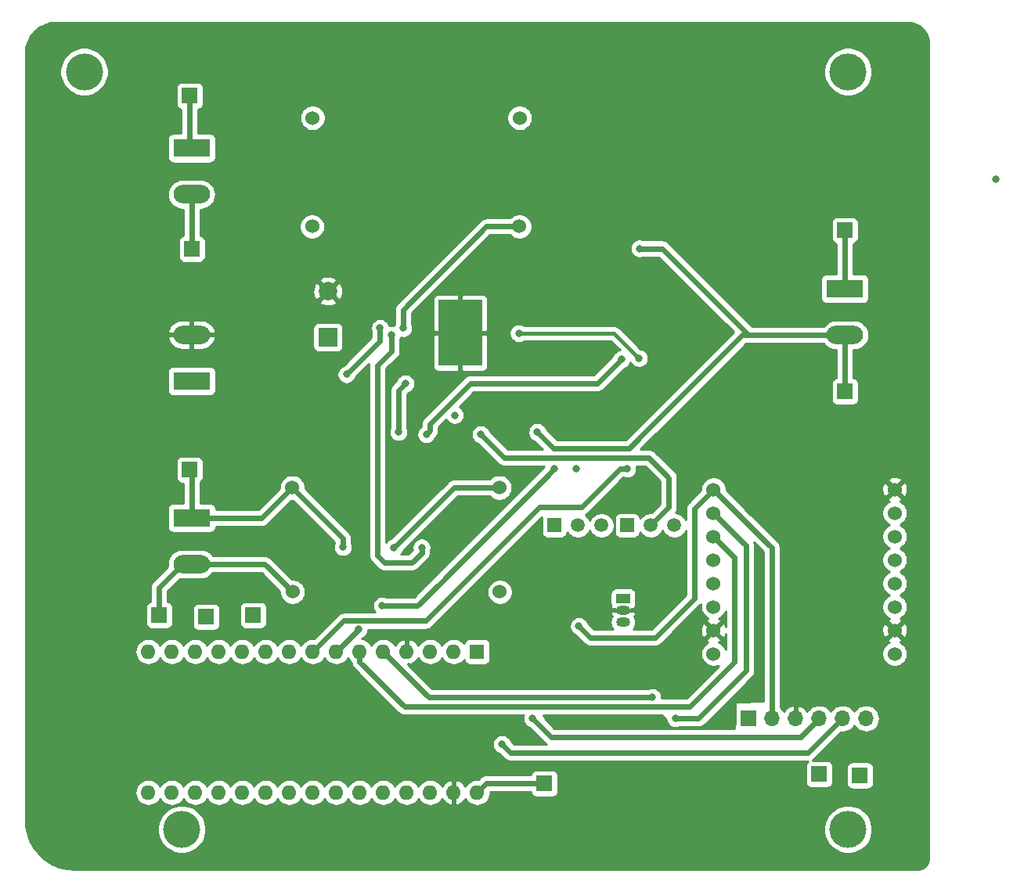
<source format=gbr>
G04 #@! TF.GenerationSoftware,KiCad,Pcbnew,(5.1.4)-1*
G04 #@! TF.CreationDate,2020-12-07T13:54:22+02:00*
G04 #@! TF.ProjectId,TDA7491 OP AMP,54444137-3439-4312-904f-5020414d502e,rev?*
G04 #@! TF.SameCoordinates,Original*
G04 #@! TF.FileFunction,Copper,L2,Bot*
G04 #@! TF.FilePolarity,Positive*
%FSLAX46Y46*%
G04 Gerber Fmt 4.6, Leading zero omitted, Abs format (unit mm)*
G04 Created by KiCad (PCBNEW (5.1.4)-1) date 2020-12-07 13:54:22*
%MOMM*%
%LPD*%
G04 APERTURE LIST*
%ADD10R,4.700000X7.100000*%
%ADD11R,1.700000X1.700000*%
%ADD12C,2.000000*%
%ADD13R,2.000000X2.000000*%
%ADD14C,1.524000*%
%ADD15O,3.960000X1.980000*%
%ADD16R,3.960000X1.980000*%
%ADD17O,1.700000X1.700000*%
%ADD18R,1.500000X1.500000*%
%ADD19C,1.500000*%
%ADD20R,1.500000X1.050000*%
%ADD21O,1.500000X1.050000*%
%ADD22O,1.600000X1.600000*%
%ADD23R,1.600000X1.600000*%
%ADD24C,4.000000*%
%ADD25C,0.800000*%
%ADD26C,0.600000*%
%ADD27C,0.200000*%
%ADD28C,0.400000*%
%ADD29C,0.250000*%
%ADD30C,0.254000*%
G04 APERTURE END LIST*
D10*
X134674000Y-95256000D03*
D11*
X176276000Y-101600000D03*
X173482000Y-143002000D03*
X177900000Y-143150000D03*
X107188000Y-125984000D03*
X112268000Y-125804000D03*
X143764000Y-144018000D03*
X105650000Y-86180000D03*
X105410000Y-69596000D03*
X102108000Y-125804000D03*
X105396000Y-110056000D03*
X176262000Y-84148000D03*
D12*
X120356000Y-90750000D03*
D13*
X120356000Y-95750000D03*
D14*
X118650000Y-83750000D03*
X141050000Y-83750000D03*
D15*
X176262000Y-95498000D03*
D16*
X176262000Y-90498000D03*
D14*
X116490000Y-112000000D03*
X138890000Y-112000000D03*
D17*
X178548000Y-136980000D03*
X176008000Y-136980000D03*
X173468000Y-136980000D03*
X170928000Y-136980000D03*
X168388000Y-136980000D03*
D11*
X165848000Y-136980000D03*
D14*
X181654000Y-112206000D03*
X181654000Y-117286000D03*
X181654000Y-122366000D03*
X181654000Y-127446000D03*
X181654000Y-124906000D03*
X181654000Y-129986000D03*
X181654000Y-114746000D03*
X181654000Y-119826000D03*
X162054000Y-129986000D03*
X162054000Y-127446000D03*
X162054000Y-124906000D03*
X162054000Y-122366000D03*
X162054000Y-119826000D03*
X162054000Y-117286000D03*
X162054000Y-114746000D03*
X162054000Y-112206000D03*
D18*
X144852000Y-116086000D03*
D19*
X149932000Y-116086000D03*
X147392000Y-116086000D03*
D18*
X152726000Y-116086000D03*
D19*
X157806000Y-116086000D03*
X155266000Y-116086000D03*
D15*
X105624000Y-95472000D03*
D16*
X105624000Y-100472000D03*
D20*
X152278000Y-124014000D03*
D21*
X152278000Y-126554000D03*
X152278000Y-125284000D03*
D22*
X100940000Y-144990000D03*
X100940000Y-129750000D03*
X136500000Y-144990000D03*
X103480000Y-129750000D03*
X133960000Y-144990000D03*
X106020000Y-129750000D03*
X131420000Y-144990000D03*
X108560000Y-129750000D03*
X128880000Y-144990000D03*
X111100000Y-129750000D03*
X126340000Y-144990000D03*
X113640000Y-129750000D03*
X123800000Y-144990000D03*
X116180000Y-129750000D03*
X121260000Y-144990000D03*
X118720000Y-129750000D03*
X118720000Y-144990000D03*
X121260000Y-129750000D03*
X116180000Y-144990000D03*
X123800000Y-129750000D03*
X113640000Y-144990000D03*
X126340000Y-129750000D03*
X111100000Y-144990000D03*
X128880000Y-129750000D03*
X108560000Y-144990000D03*
X131420000Y-129750000D03*
X106020000Y-144990000D03*
X133960000Y-129750000D03*
X103480000Y-144990000D03*
D23*
X136500000Y-129750000D03*
D14*
X116540000Y-123292000D03*
X138940000Y-123292000D03*
X118692000Y-72000000D03*
X141092000Y-72000000D03*
D15*
X105624000Y-80278000D03*
D16*
X105624000Y-75278000D03*
D15*
X105624000Y-120278000D03*
D16*
X105624000Y-115278000D03*
D24*
X176620000Y-67000000D03*
X94000000Y-67000000D03*
X176620000Y-148980000D03*
X104560000Y-148980000D03*
D25*
X192600000Y-78650000D03*
X133200000Y-92625000D03*
X131000000Y-106250000D03*
X152096500Y-98128000D03*
X128000000Y-106000000D03*
X128750000Y-100750000D03*
X147250000Y-110000000D03*
X134069475Y-104170475D03*
X125984000Y-94742000D03*
X122375000Y-99750000D03*
X128500000Y-94750000D03*
X127254000Y-95504000D03*
X130500000Y-118477000D03*
X127500000Y-118500000D03*
X154000000Y-98000000D03*
X141000000Y-95307300D03*
X155000000Y-111940000D03*
X152132000Y-106246000D03*
X122414000Y-102436000D03*
X145984750Y-106194750D03*
X140058000Y-106121500D03*
X154164000Y-101166000D03*
X151116000Y-112850000D03*
X134225000Y-92650000D03*
X135225000Y-92650000D03*
X136225000Y-92650000D03*
X133225000Y-93650000D03*
X134225000Y-93650000D03*
X135225000Y-93650000D03*
X136225000Y-93650000D03*
X133225000Y-94650000D03*
X134225000Y-94650000D03*
X135225000Y-94650000D03*
X136225000Y-94650000D03*
X133225000Y-95650000D03*
X134225000Y-95650000D03*
X135225000Y-95650000D03*
X136225000Y-95650000D03*
X133225000Y-96650000D03*
X134225000Y-96650000D03*
X135225000Y-96650000D03*
X136225000Y-96650000D03*
X133225000Y-97650000D03*
X134225000Y-97650000D03*
X135225000Y-97650000D03*
X136225000Y-97650000D03*
X136892000Y-106246000D03*
X152726000Y-109972000D03*
X123684000Y-127328000D03*
X126224000Y-124788000D03*
X144852000Y-109972000D03*
X155434000Y-134694000D03*
X157974000Y-136980000D03*
X139178000Y-139774000D03*
X142480000Y-136980000D03*
X147500000Y-127000000D03*
X122000000Y-118449500D03*
X143000000Y-106000000D03*
X154059000Y-86128000D03*
D26*
X137472000Y-144018000D02*
X136500000Y-144990000D01*
X143764000Y-144018000D02*
X137472000Y-144018000D01*
X131399999Y-105100001D02*
X135750000Y-100750000D01*
X131399999Y-105850001D02*
X131399999Y-105100001D01*
X131000000Y-106250000D02*
X131399999Y-105850001D01*
X149474500Y-100750000D02*
X152096500Y-98128000D01*
X135978000Y-100750000D02*
X149474500Y-100750000D01*
D27*
X135750000Y-100750000D02*
X135978000Y-100750000D01*
D26*
X128000000Y-101500000D02*
X128750000Y-100750000D01*
X128000000Y-106000000D02*
X128000000Y-101500000D01*
X125984000Y-96141000D02*
X122375000Y-99750000D01*
X125984000Y-94742000D02*
X125984000Y-96141000D01*
X128500000Y-94750000D02*
X128500000Y-92734000D01*
X137484000Y-83750000D02*
X141050000Y-83750000D01*
X128500000Y-92734000D02*
X137484000Y-83750000D01*
X125730000Y-98770000D02*
X125730000Y-119380000D01*
X125730000Y-119380000D02*
X126012500Y-119662500D01*
X130500000Y-119064500D02*
X129422500Y-120142000D01*
X130500000Y-118477000D02*
X130500000Y-119064500D01*
X126492000Y-120142000D02*
X125730000Y-119380000D01*
X129422500Y-120142000D02*
X126492000Y-120142000D01*
X127254000Y-97246000D02*
X127254000Y-95504000D01*
X125730000Y-98770000D02*
X127254000Y-97246000D01*
X127899999Y-118100001D02*
X127500000Y-118500000D01*
X138890000Y-112000000D02*
X134000000Y-112000000D01*
X134000000Y-112000000D02*
X127899999Y-118100001D01*
D28*
X151307300Y-95307300D02*
X154000000Y-98000000D01*
X141000000Y-95307300D02*
X151307300Y-95307300D01*
D26*
X157230000Y-114122000D02*
X155266000Y-116086000D01*
X157230000Y-110940000D02*
X157230000Y-114122000D01*
X155076000Y-108786000D02*
X157230000Y-110940000D01*
X139432000Y-108786000D02*
X155076000Y-108786000D01*
X136892000Y-106246000D02*
X139432000Y-108786000D01*
X151926000Y-109972000D02*
X152726000Y-109972000D01*
X147778000Y-114120000D02*
X151926000Y-109972000D01*
X143242000Y-114120000D02*
X147778000Y-114120000D01*
X130934001Y-126427999D02*
X143242000Y-114120000D01*
X122042001Y-126427999D02*
X130934001Y-126427999D01*
X118720000Y-129750000D02*
X122042001Y-126427999D01*
X121262000Y-129750000D02*
X123684000Y-127328000D01*
X121260000Y-129750000D02*
X121262000Y-129750000D01*
X130036000Y-124788000D02*
X132365000Y-122459000D01*
X126224000Y-124788000D02*
X130036000Y-124788000D01*
X132365000Y-122459000D02*
X144852000Y-109972000D01*
X159498000Y-135710000D02*
X164324000Y-130884000D01*
X128628630Y-135710000D02*
X159498000Y-135710000D01*
X123800000Y-129750000D02*
X123800000Y-130881370D01*
X123800000Y-130881370D02*
X128628630Y-135710000D01*
X164324000Y-119556000D02*
X162054000Y-117286000D01*
X164324000Y-130884000D02*
X164324000Y-119556000D01*
X160454000Y-136980000D02*
X157974000Y-136980000D01*
X165608000Y-131826000D02*
X160454000Y-136980000D01*
X165608000Y-130759384D02*
X165608000Y-131826000D01*
X165594000Y-130745384D02*
X165608000Y-130759384D01*
X162054000Y-114746000D02*
X165594000Y-118286000D01*
X165594000Y-118286000D02*
X165594000Y-130745384D01*
X131284000Y-134694000D02*
X131900000Y-134694000D01*
X126340000Y-129750000D02*
X131284000Y-134694000D01*
X131900000Y-134694000D02*
X155434000Y-134694000D01*
X172272000Y-140716000D02*
X176008000Y-136980000D01*
X140120000Y-140716000D02*
X172272000Y-140716000D01*
X139178000Y-139774000D02*
X140120000Y-140716000D01*
X142879999Y-137379999D02*
X142480000Y-136980000D01*
X144473990Y-138973990D02*
X142879999Y-137379999D01*
X171474010Y-138973990D02*
X144473990Y-138973990D01*
X173468000Y-136980000D02*
X171474010Y-138973990D01*
X176262000Y-90498000D02*
X176262000Y-84148000D01*
X168388000Y-118540000D02*
X162054000Y-112206000D01*
X168388000Y-136980000D02*
X168388000Y-118540000D01*
X160000000Y-114260000D02*
X160000000Y-115550000D01*
X162054000Y-112206000D02*
X160000000Y-114260000D01*
X148770000Y-128270000D02*
X147500000Y-127000000D01*
X148770000Y-128270000D02*
X155730000Y-128270000D01*
X160000000Y-124000000D02*
X160000000Y-116500000D01*
X155730000Y-128270000D02*
X160000000Y-124000000D01*
X160000000Y-115550000D02*
X160000000Y-116500000D01*
X105410000Y-75064000D02*
X105624000Y-75278000D01*
X105410000Y-69596000D02*
X105410000Y-75064000D01*
X105624000Y-86154000D02*
X105650000Y-86180000D01*
X105624000Y-80278000D02*
X105624000Y-86154000D01*
D29*
X107854000Y-120278000D02*
X108890000Y-120278000D01*
X105624000Y-120278000D02*
X107854000Y-120278000D01*
D27*
X105780000Y-120278000D02*
X108890000Y-120278000D01*
X108890000Y-120278000D02*
X113526000Y-120278000D01*
X105650000Y-120304000D02*
X105624000Y-120278000D01*
D26*
X113526000Y-120278000D02*
X116540000Y-123292000D01*
X105624000Y-120278000D02*
X113526000Y-120278000D01*
X104634000Y-120278000D02*
X105624000Y-120278000D01*
X102108000Y-122804000D02*
X104634000Y-120278000D01*
X102108000Y-125804000D02*
X102108000Y-122804000D01*
D29*
X107854000Y-115278000D02*
X108586000Y-115278000D01*
X105624000Y-115278000D02*
X107854000Y-115278000D01*
D27*
X105780000Y-115278000D02*
X108586000Y-115278000D01*
D26*
X105624000Y-110284000D02*
X105396000Y-110056000D01*
X105624000Y-115278000D02*
X105624000Y-110284000D01*
X113212000Y-115278000D02*
X116490000Y-112000000D01*
X105624000Y-115278000D02*
X113212000Y-115278000D01*
X122000000Y-117510000D02*
X122000000Y-118449500D01*
X116490000Y-112000000D02*
X122000000Y-117510000D01*
D27*
X176262000Y-95498000D02*
X176262000Y-101674000D01*
D26*
X152940000Y-107750000D02*
X154094000Y-106596000D01*
X144750000Y-107750000D02*
X152940000Y-107750000D01*
X143000000Y-106000000D02*
X144750000Y-107750000D01*
X154094000Y-106596000D02*
X163500000Y-97190000D01*
X163500000Y-97190000D02*
X165192000Y-95498000D01*
X156498000Y-86128000D02*
X165868000Y-95498000D01*
X154059000Y-86128000D02*
X156498000Y-86128000D01*
X165192000Y-95498000D02*
X165868000Y-95498000D01*
X165868000Y-95498000D02*
X176262000Y-95498000D01*
X176276000Y-95512000D02*
X176262000Y-95498000D01*
X176276000Y-101600000D02*
X176276000Y-95512000D01*
D30*
G36*
X167453001Y-118927290D02*
G01*
X167453000Y-135130914D01*
X164548160Y-135173013D01*
X164523421Y-135175812D01*
X164499704Y-135183384D01*
X164477920Y-135195437D01*
X164458906Y-135211508D01*
X164443392Y-135230980D01*
X164431975Y-135253105D01*
X164425094Y-135277031D01*
X164423060Y-135296094D01*
X164404510Y-135898966D01*
X164372188Y-136005518D01*
X164359928Y-136130000D01*
X164359928Y-137347894D01*
X164338664Y-138038990D01*
X144861279Y-138038990D01*
X143879798Y-137057509D01*
X143668960Y-136645000D01*
X156465394Y-136645000D01*
X156948104Y-137127710D01*
X156978774Y-137281898D01*
X157056795Y-137470256D01*
X157170063Y-137639774D01*
X157314226Y-137783937D01*
X157483744Y-137897205D01*
X157672102Y-137975226D01*
X157872061Y-138015000D01*
X158075939Y-138015000D01*
X158275898Y-137975226D01*
X158421295Y-137915000D01*
X160408068Y-137915000D01*
X160454000Y-137919524D01*
X160499932Y-137915000D01*
X160637292Y-137901471D01*
X160813540Y-137848007D01*
X160975972Y-137761186D01*
X161118344Y-137644344D01*
X161147630Y-137608659D01*
X166236659Y-132519630D01*
X166272344Y-132490344D01*
X166389186Y-132347972D01*
X166445765Y-132242120D01*
X166476007Y-132185541D01*
X166529472Y-132009292D01*
X166547524Y-131826000D01*
X166543000Y-131780065D01*
X166543000Y-130805316D01*
X166547524Y-130759384D01*
X166541745Y-130700708D01*
X166529471Y-130576092D01*
X166529000Y-130574539D01*
X166529000Y-118331931D01*
X166533524Y-118285999D01*
X166515471Y-118102708D01*
X166466290Y-117940579D01*
X167453001Y-118927290D01*
X167453001Y-118927290D01*
G37*
X167453001Y-118927290D02*
X167453000Y-135130914D01*
X164548160Y-135173013D01*
X164523421Y-135175812D01*
X164499704Y-135183384D01*
X164477920Y-135195437D01*
X164458906Y-135211508D01*
X164443392Y-135230980D01*
X164431975Y-135253105D01*
X164425094Y-135277031D01*
X164423060Y-135296094D01*
X164404510Y-135898966D01*
X164372188Y-136005518D01*
X164359928Y-136130000D01*
X164359928Y-137347894D01*
X164338664Y-138038990D01*
X144861279Y-138038990D01*
X143879798Y-137057509D01*
X143668960Y-136645000D01*
X156465394Y-136645000D01*
X156948104Y-137127710D01*
X156978774Y-137281898D01*
X157056795Y-137470256D01*
X157170063Y-137639774D01*
X157314226Y-137783937D01*
X157483744Y-137897205D01*
X157672102Y-137975226D01*
X157872061Y-138015000D01*
X158075939Y-138015000D01*
X158275898Y-137975226D01*
X158421295Y-137915000D01*
X160408068Y-137915000D01*
X160454000Y-137919524D01*
X160499932Y-137915000D01*
X160637292Y-137901471D01*
X160813540Y-137848007D01*
X160975972Y-137761186D01*
X161118344Y-137644344D01*
X161147630Y-137608659D01*
X166236659Y-132519630D01*
X166272344Y-132490344D01*
X166389186Y-132347972D01*
X166445765Y-132242120D01*
X166476007Y-132185541D01*
X166529472Y-132009292D01*
X166547524Y-131826000D01*
X166543000Y-131780065D01*
X166543000Y-130805316D01*
X166547524Y-130759384D01*
X166541745Y-130700708D01*
X166529471Y-130576092D01*
X166529000Y-130574539D01*
X166529000Y-118331931D01*
X166533524Y-118285999D01*
X166515471Y-118102708D01*
X166466290Y-117940579D01*
X167453001Y-118927290D01*
G36*
X183453893Y-61707670D02*
G01*
X183890498Y-61839489D01*
X184293185Y-62053600D01*
X184646612Y-62341848D01*
X184937327Y-62693261D01*
X185154242Y-63094439D01*
X185289106Y-63530113D01*
X185340000Y-64014344D01*
X185340001Y-151967711D01*
X185311375Y-152259660D01*
X185235965Y-152509429D01*
X185113477Y-152739794D01*
X184948579Y-152941979D01*
X184747546Y-153108288D01*
X184518046Y-153232378D01*
X184268805Y-153309531D01*
X183978911Y-153340000D01*
X93027089Y-153340000D01*
X92128198Y-153266098D01*
X91279820Y-153052999D01*
X90477629Y-152704197D01*
X89743182Y-152229062D01*
X89096201Y-151640354D01*
X88554054Y-150953875D01*
X88131309Y-150188076D01*
X87839317Y-149363514D01*
X87724774Y-148720475D01*
X101925000Y-148720475D01*
X101925000Y-149239525D01*
X102026261Y-149748601D01*
X102224893Y-150228141D01*
X102513262Y-150659715D01*
X102880285Y-151026738D01*
X103311859Y-151315107D01*
X103791399Y-151513739D01*
X104300475Y-151615000D01*
X104819525Y-151615000D01*
X105328601Y-151513739D01*
X105808141Y-151315107D01*
X106239715Y-151026738D01*
X106606738Y-150659715D01*
X106895107Y-150228141D01*
X107093739Y-149748601D01*
X107195000Y-149239525D01*
X107195000Y-148720475D01*
X173985000Y-148720475D01*
X173985000Y-149239525D01*
X174086261Y-149748601D01*
X174284893Y-150228141D01*
X174573262Y-150659715D01*
X174940285Y-151026738D01*
X175371859Y-151315107D01*
X175851399Y-151513739D01*
X176360475Y-151615000D01*
X176879525Y-151615000D01*
X177388601Y-151513739D01*
X177868141Y-151315107D01*
X178299715Y-151026738D01*
X178666738Y-150659715D01*
X178955107Y-150228141D01*
X179153739Y-149748601D01*
X179255000Y-149239525D01*
X179255000Y-148720475D01*
X179153739Y-148211399D01*
X178955107Y-147731859D01*
X178666738Y-147300285D01*
X178299715Y-146933262D01*
X177868141Y-146644893D01*
X177388601Y-146446261D01*
X176879525Y-146345000D01*
X176360475Y-146345000D01*
X175851399Y-146446261D01*
X175371859Y-146644893D01*
X174940285Y-146933262D01*
X174573262Y-147300285D01*
X174284893Y-147731859D01*
X174086261Y-148211399D01*
X173985000Y-148720475D01*
X107195000Y-148720475D01*
X107093739Y-148211399D01*
X106895107Y-147731859D01*
X106606738Y-147300285D01*
X106239715Y-146933262D01*
X105808141Y-146644893D01*
X105328601Y-146446261D01*
X104819525Y-146345000D01*
X104300475Y-146345000D01*
X103791399Y-146446261D01*
X103311859Y-146644893D01*
X102880285Y-146933262D01*
X102513262Y-147300285D01*
X102224893Y-147731859D01*
X102026261Y-148211399D01*
X101925000Y-148720475D01*
X87724774Y-148720475D01*
X87683884Y-148490925D01*
X87660000Y-147984453D01*
X87660000Y-144990000D01*
X99498057Y-144990000D01*
X99525764Y-145271309D01*
X99607818Y-145541808D01*
X99741068Y-145791101D01*
X99920392Y-146009608D01*
X100138899Y-146188932D01*
X100388192Y-146322182D01*
X100658691Y-146404236D01*
X100869508Y-146425000D01*
X101010492Y-146425000D01*
X101221309Y-146404236D01*
X101491808Y-146322182D01*
X101741101Y-146188932D01*
X101959608Y-146009608D01*
X102138932Y-145791101D01*
X102210000Y-145658142D01*
X102281068Y-145791101D01*
X102460392Y-146009608D01*
X102678899Y-146188932D01*
X102928192Y-146322182D01*
X103198691Y-146404236D01*
X103409508Y-146425000D01*
X103550492Y-146425000D01*
X103761309Y-146404236D01*
X104031808Y-146322182D01*
X104281101Y-146188932D01*
X104499608Y-146009608D01*
X104678932Y-145791101D01*
X104750000Y-145658142D01*
X104821068Y-145791101D01*
X105000392Y-146009608D01*
X105218899Y-146188932D01*
X105468192Y-146322182D01*
X105738691Y-146404236D01*
X105949508Y-146425000D01*
X106090492Y-146425000D01*
X106301309Y-146404236D01*
X106571808Y-146322182D01*
X106821101Y-146188932D01*
X107039608Y-146009608D01*
X107218932Y-145791101D01*
X107290000Y-145658142D01*
X107361068Y-145791101D01*
X107540392Y-146009608D01*
X107758899Y-146188932D01*
X108008192Y-146322182D01*
X108278691Y-146404236D01*
X108489508Y-146425000D01*
X108630492Y-146425000D01*
X108841309Y-146404236D01*
X109111808Y-146322182D01*
X109361101Y-146188932D01*
X109579608Y-146009608D01*
X109758932Y-145791101D01*
X109830000Y-145658142D01*
X109901068Y-145791101D01*
X110080392Y-146009608D01*
X110298899Y-146188932D01*
X110548192Y-146322182D01*
X110818691Y-146404236D01*
X111029508Y-146425000D01*
X111170492Y-146425000D01*
X111381309Y-146404236D01*
X111651808Y-146322182D01*
X111901101Y-146188932D01*
X112119608Y-146009608D01*
X112298932Y-145791101D01*
X112370000Y-145658142D01*
X112441068Y-145791101D01*
X112620392Y-146009608D01*
X112838899Y-146188932D01*
X113088192Y-146322182D01*
X113358691Y-146404236D01*
X113569508Y-146425000D01*
X113710492Y-146425000D01*
X113921309Y-146404236D01*
X114191808Y-146322182D01*
X114441101Y-146188932D01*
X114659608Y-146009608D01*
X114838932Y-145791101D01*
X114910000Y-145658142D01*
X114981068Y-145791101D01*
X115160392Y-146009608D01*
X115378899Y-146188932D01*
X115628192Y-146322182D01*
X115898691Y-146404236D01*
X116109508Y-146425000D01*
X116250492Y-146425000D01*
X116461309Y-146404236D01*
X116731808Y-146322182D01*
X116981101Y-146188932D01*
X117199608Y-146009608D01*
X117378932Y-145791101D01*
X117450000Y-145658142D01*
X117521068Y-145791101D01*
X117700392Y-146009608D01*
X117918899Y-146188932D01*
X118168192Y-146322182D01*
X118438691Y-146404236D01*
X118649508Y-146425000D01*
X118790492Y-146425000D01*
X119001309Y-146404236D01*
X119271808Y-146322182D01*
X119521101Y-146188932D01*
X119739608Y-146009608D01*
X119918932Y-145791101D01*
X119990000Y-145658142D01*
X120061068Y-145791101D01*
X120240392Y-146009608D01*
X120458899Y-146188932D01*
X120708192Y-146322182D01*
X120978691Y-146404236D01*
X121189508Y-146425000D01*
X121330492Y-146425000D01*
X121541309Y-146404236D01*
X121811808Y-146322182D01*
X122061101Y-146188932D01*
X122279608Y-146009608D01*
X122458932Y-145791101D01*
X122530000Y-145658142D01*
X122601068Y-145791101D01*
X122780392Y-146009608D01*
X122998899Y-146188932D01*
X123248192Y-146322182D01*
X123518691Y-146404236D01*
X123729508Y-146425000D01*
X123870492Y-146425000D01*
X124081309Y-146404236D01*
X124351808Y-146322182D01*
X124601101Y-146188932D01*
X124819608Y-146009608D01*
X124998932Y-145791101D01*
X125070000Y-145658142D01*
X125141068Y-145791101D01*
X125320392Y-146009608D01*
X125538899Y-146188932D01*
X125788192Y-146322182D01*
X126058691Y-146404236D01*
X126269508Y-146425000D01*
X126410492Y-146425000D01*
X126621309Y-146404236D01*
X126891808Y-146322182D01*
X127141101Y-146188932D01*
X127359608Y-146009608D01*
X127538932Y-145791101D01*
X127610000Y-145658142D01*
X127681068Y-145791101D01*
X127860392Y-146009608D01*
X128078899Y-146188932D01*
X128328192Y-146322182D01*
X128598691Y-146404236D01*
X128809508Y-146425000D01*
X128950492Y-146425000D01*
X129161309Y-146404236D01*
X129431808Y-146322182D01*
X129681101Y-146188932D01*
X129899608Y-146009608D01*
X130078932Y-145791101D01*
X130150000Y-145658142D01*
X130221068Y-145791101D01*
X130400392Y-146009608D01*
X130618899Y-146188932D01*
X130868192Y-146322182D01*
X131138691Y-146404236D01*
X131349508Y-146425000D01*
X131490492Y-146425000D01*
X131701309Y-146404236D01*
X131971808Y-146322182D01*
X132221101Y-146188932D01*
X132439608Y-146009608D01*
X132618932Y-145791101D01*
X132692579Y-145653318D01*
X132807615Y-145845131D01*
X132996586Y-146053519D01*
X133222580Y-146221037D01*
X133476913Y-146341246D01*
X133610961Y-146381904D01*
X133833000Y-146259915D01*
X133833000Y-145117000D01*
X133813000Y-145117000D01*
X133813000Y-144863000D01*
X133833000Y-144863000D01*
X133833000Y-143720085D01*
X134087000Y-143720085D01*
X134087000Y-144863000D01*
X134107000Y-144863000D01*
X134107000Y-145117000D01*
X134087000Y-145117000D01*
X134087000Y-146259915D01*
X134309039Y-146381904D01*
X134443087Y-146341246D01*
X134697420Y-146221037D01*
X134923414Y-146053519D01*
X135112385Y-145845131D01*
X135227421Y-145653318D01*
X135301068Y-145791101D01*
X135480392Y-146009608D01*
X135698899Y-146188932D01*
X135948192Y-146322182D01*
X136218691Y-146404236D01*
X136429508Y-146425000D01*
X136570492Y-146425000D01*
X136781309Y-146404236D01*
X137051808Y-146322182D01*
X137301101Y-146188932D01*
X137519608Y-146009608D01*
X137698932Y-145791101D01*
X137832182Y-145541808D01*
X137914236Y-145271309D01*
X137941943Y-144990000D01*
X137938299Y-144953000D01*
X142284299Y-144953000D01*
X142288188Y-144992482D01*
X142324498Y-145112180D01*
X142383463Y-145222494D01*
X142462815Y-145319185D01*
X142559506Y-145398537D01*
X142669820Y-145457502D01*
X142789518Y-145493812D01*
X142914000Y-145506072D01*
X144614000Y-145506072D01*
X144738482Y-145493812D01*
X144858180Y-145457502D01*
X144968494Y-145398537D01*
X145065185Y-145319185D01*
X145144537Y-145222494D01*
X145203502Y-145112180D01*
X145239812Y-144992482D01*
X145252072Y-144868000D01*
X145252072Y-143168000D01*
X145239812Y-143043518D01*
X145203502Y-142923820D01*
X145144537Y-142813506D01*
X145065185Y-142716815D01*
X144968494Y-142637463D01*
X144858180Y-142578498D01*
X144738482Y-142542188D01*
X144614000Y-142529928D01*
X142914000Y-142529928D01*
X142789518Y-142542188D01*
X142669820Y-142578498D01*
X142559506Y-142637463D01*
X142462815Y-142716815D01*
X142383463Y-142813506D01*
X142324498Y-142923820D01*
X142288188Y-143043518D01*
X142284299Y-143083000D01*
X137517935Y-143083000D01*
X137472000Y-143078476D01*
X137288708Y-143096528D01*
X137112459Y-143149993D01*
X137078771Y-143168000D01*
X136950028Y-143236814D01*
X136807656Y-143353656D01*
X136778370Y-143389341D01*
X136608926Y-143558785D01*
X136570492Y-143555000D01*
X136429508Y-143555000D01*
X136218691Y-143575764D01*
X135948192Y-143657818D01*
X135698899Y-143791068D01*
X135480392Y-143970392D01*
X135301068Y-144188899D01*
X135227421Y-144326682D01*
X135112385Y-144134869D01*
X134923414Y-143926481D01*
X134697420Y-143758963D01*
X134443087Y-143638754D01*
X134309039Y-143598096D01*
X134087000Y-143720085D01*
X133833000Y-143720085D01*
X133610961Y-143598096D01*
X133476913Y-143638754D01*
X133222580Y-143758963D01*
X132996586Y-143926481D01*
X132807615Y-144134869D01*
X132692579Y-144326682D01*
X132618932Y-144188899D01*
X132439608Y-143970392D01*
X132221101Y-143791068D01*
X131971808Y-143657818D01*
X131701309Y-143575764D01*
X131490492Y-143555000D01*
X131349508Y-143555000D01*
X131138691Y-143575764D01*
X130868192Y-143657818D01*
X130618899Y-143791068D01*
X130400392Y-143970392D01*
X130221068Y-144188899D01*
X130150000Y-144321858D01*
X130078932Y-144188899D01*
X129899608Y-143970392D01*
X129681101Y-143791068D01*
X129431808Y-143657818D01*
X129161309Y-143575764D01*
X128950492Y-143555000D01*
X128809508Y-143555000D01*
X128598691Y-143575764D01*
X128328192Y-143657818D01*
X128078899Y-143791068D01*
X127860392Y-143970392D01*
X127681068Y-144188899D01*
X127610000Y-144321858D01*
X127538932Y-144188899D01*
X127359608Y-143970392D01*
X127141101Y-143791068D01*
X126891808Y-143657818D01*
X126621309Y-143575764D01*
X126410492Y-143555000D01*
X126269508Y-143555000D01*
X126058691Y-143575764D01*
X125788192Y-143657818D01*
X125538899Y-143791068D01*
X125320392Y-143970392D01*
X125141068Y-144188899D01*
X125070000Y-144321858D01*
X124998932Y-144188899D01*
X124819608Y-143970392D01*
X124601101Y-143791068D01*
X124351808Y-143657818D01*
X124081309Y-143575764D01*
X123870492Y-143555000D01*
X123729508Y-143555000D01*
X123518691Y-143575764D01*
X123248192Y-143657818D01*
X122998899Y-143791068D01*
X122780392Y-143970392D01*
X122601068Y-144188899D01*
X122530000Y-144321858D01*
X122458932Y-144188899D01*
X122279608Y-143970392D01*
X122061101Y-143791068D01*
X121811808Y-143657818D01*
X121541309Y-143575764D01*
X121330492Y-143555000D01*
X121189508Y-143555000D01*
X120978691Y-143575764D01*
X120708192Y-143657818D01*
X120458899Y-143791068D01*
X120240392Y-143970392D01*
X120061068Y-144188899D01*
X119990000Y-144321858D01*
X119918932Y-144188899D01*
X119739608Y-143970392D01*
X119521101Y-143791068D01*
X119271808Y-143657818D01*
X119001309Y-143575764D01*
X118790492Y-143555000D01*
X118649508Y-143555000D01*
X118438691Y-143575764D01*
X118168192Y-143657818D01*
X117918899Y-143791068D01*
X117700392Y-143970392D01*
X117521068Y-144188899D01*
X117450000Y-144321858D01*
X117378932Y-144188899D01*
X117199608Y-143970392D01*
X116981101Y-143791068D01*
X116731808Y-143657818D01*
X116461309Y-143575764D01*
X116250492Y-143555000D01*
X116109508Y-143555000D01*
X115898691Y-143575764D01*
X115628192Y-143657818D01*
X115378899Y-143791068D01*
X115160392Y-143970392D01*
X114981068Y-144188899D01*
X114910000Y-144321858D01*
X114838932Y-144188899D01*
X114659608Y-143970392D01*
X114441101Y-143791068D01*
X114191808Y-143657818D01*
X113921309Y-143575764D01*
X113710492Y-143555000D01*
X113569508Y-143555000D01*
X113358691Y-143575764D01*
X113088192Y-143657818D01*
X112838899Y-143791068D01*
X112620392Y-143970392D01*
X112441068Y-144188899D01*
X112370000Y-144321858D01*
X112298932Y-144188899D01*
X112119608Y-143970392D01*
X111901101Y-143791068D01*
X111651808Y-143657818D01*
X111381309Y-143575764D01*
X111170492Y-143555000D01*
X111029508Y-143555000D01*
X110818691Y-143575764D01*
X110548192Y-143657818D01*
X110298899Y-143791068D01*
X110080392Y-143970392D01*
X109901068Y-144188899D01*
X109830000Y-144321858D01*
X109758932Y-144188899D01*
X109579608Y-143970392D01*
X109361101Y-143791068D01*
X109111808Y-143657818D01*
X108841309Y-143575764D01*
X108630492Y-143555000D01*
X108489508Y-143555000D01*
X108278691Y-143575764D01*
X108008192Y-143657818D01*
X107758899Y-143791068D01*
X107540392Y-143970392D01*
X107361068Y-144188899D01*
X107290000Y-144321858D01*
X107218932Y-144188899D01*
X107039608Y-143970392D01*
X106821101Y-143791068D01*
X106571808Y-143657818D01*
X106301309Y-143575764D01*
X106090492Y-143555000D01*
X105949508Y-143555000D01*
X105738691Y-143575764D01*
X105468192Y-143657818D01*
X105218899Y-143791068D01*
X105000392Y-143970392D01*
X104821068Y-144188899D01*
X104750000Y-144321858D01*
X104678932Y-144188899D01*
X104499608Y-143970392D01*
X104281101Y-143791068D01*
X104031808Y-143657818D01*
X103761309Y-143575764D01*
X103550492Y-143555000D01*
X103409508Y-143555000D01*
X103198691Y-143575764D01*
X102928192Y-143657818D01*
X102678899Y-143791068D01*
X102460392Y-143970392D01*
X102281068Y-144188899D01*
X102210000Y-144321858D01*
X102138932Y-144188899D01*
X101959608Y-143970392D01*
X101741101Y-143791068D01*
X101491808Y-143657818D01*
X101221309Y-143575764D01*
X101010492Y-143555000D01*
X100869508Y-143555000D01*
X100658691Y-143575764D01*
X100388192Y-143657818D01*
X100138899Y-143791068D01*
X99920392Y-143970392D01*
X99741068Y-144188899D01*
X99607818Y-144438192D01*
X99525764Y-144708691D01*
X99498057Y-144990000D01*
X87660000Y-144990000D01*
X87660000Y-129750000D01*
X99498057Y-129750000D01*
X99525764Y-130031309D01*
X99607818Y-130301808D01*
X99741068Y-130551101D01*
X99920392Y-130769608D01*
X100138899Y-130948932D01*
X100388192Y-131082182D01*
X100658691Y-131164236D01*
X100869508Y-131185000D01*
X101010492Y-131185000D01*
X101221309Y-131164236D01*
X101491808Y-131082182D01*
X101741101Y-130948932D01*
X101959608Y-130769608D01*
X102138932Y-130551101D01*
X102210000Y-130418142D01*
X102281068Y-130551101D01*
X102460392Y-130769608D01*
X102678899Y-130948932D01*
X102928192Y-131082182D01*
X103198691Y-131164236D01*
X103409508Y-131185000D01*
X103550492Y-131185000D01*
X103761309Y-131164236D01*
X104031808Y-131082182D01*
X104281101Y-130948932D01*
X104499608Y-130769608D01*
X104678932Y-130551101D01*
X104750000Y-130418142D01*
X104821068Y-130551101D01*
X105000392Y-130769608D01*
X105218899Y-130948932D01*
X105468192Y-131082182D01*
X105738691Y-131164236D01*
X105949508Y-131185000D01*
X106090492Y-131185000D01*
X106301309Y-131164236D01*
X106571808Y-131082182D01*
X106821101Y-130948932D01*
X107039608Y-130769608D01*
X107218932Y-130551101D01*
X107290000Y-130418142D01*
X107361068Y-130551101D01*
X107540392Y-130769608D01*
X107758899Y-130948932D01*
X108008192Y-131082182D01*
X108278691Y-131164236D01*
X108489508Y-131185000D01*
X108630492Y-131185000D01*
X108841309Y-131164236D01*
X109111808Y-131082182D01*
X109361101Y-130948932D01*
X109579608Y-130769608D01*
X109758932Y-130551101D01*
X109830000Y-130418142D01*
X109901068Y-130551101D01*
X110080392Y-130769608D01*
X110298899Y-130948932D01*
X110548192Y-131082182D01*
X110818691Y-131164236D01*
X111029508Y-131185000D01*
X111170492Y-131185000D01*
X111381309Y-131164236D01*
X111651808Y-131082182D01*
X111901101Y-130948932D01*
X112119608Y-130769608D01*
X112298932Y-130551101D01*
X112370000Y-130418142D01*
X112441068Y-130551101D01*
X112620392Y-130769608D01*
X112838899Y-130948932D01*
X113088192Y-131082182D01*
X113358691Y-131164236D01*
X113569508Y-131185000D01*
X113710492Y-131185000D01*
X113921309Y-131164236D01*
X114191808Y-131082182D01*
X114441101Y-130948932D01*
X114659608Y-130769608D01*
X114838932Y-130551101D01*
X114910000Y-130418142D01*
X114981068Y-130551101D01*
X115160392Y-130769608D01*
X115378899Y-130948932D01*
X115628192Y-131082182D01*
X115898691Y-131164236D01*
X116109508Y-131185000D01*
X116250492Y-131185000D01*
X116461309Y-131164236D01*
X116731808Y-131082182D01*
X116981101Y-130948932D01*
X117199608Y-130769608D01*
X117378932Y-130551101D01*
X117450000Y-130418142D01*
X117521068Y-130551101D01*
X117700392Y-130769608D01*
X117918899Y-130948932D01*
X118168192Y-131082182D01*
X118438691Y-131164236D01*
X118649508Y-131185000D01*
X118790492Y-131185000D01*
X119001309Y-131164236D01*
X119271808Y-131082182D01*
X119521101Y-130948932D01*
X119739608Y-130769608D01*
X119918932Y-130551101D01*
X119990000Y-130418142D01*
X120061068Y-130551101D01*
X120240392Y-130769608D01*
X120458899Y-130948932D01*
X120708192Y-131082182D01*
X120978691Y-131164236D01*
X121189508Y-131185000D01*
X121330492Y-131185000D01*
X121541309Y-131164236D01*
X121811808Y-131082182D01*
X122061101Y-130948932D01*
X122279608Y-130769608D01*
X122458932Y-130551101D01*
X122530000Y-130418142D01*
X122601068Y-130551101D01*
X122780392Y-130769608D01*
X122864671Y-130838774D01*
X122860476Y-130881370D01*
X122878529Y-131064661D01*
X122908735Y-131164236D01*
X122931994Y-131240910D01*
X123018815Y-131403342D01*
X123135657Y-131545714D01*
X123171336Y-131574995D01*
X127935005Y-136338664D01*
X127964286Y-136374344D01*
X128106658Y-136491186D01*
X128269090Y-136578007D01*
X128391873Y-136615253D01*
X128445337Y-136631471D01*
X128628629Y-136649524D01*
X128674561Y-136645000D01*
X141498485Y-136645000D01*
X141484774Y-136678102D01*
X141445000Y-136878061D01*
X141445000Y-137081939D01*
X141484774Y-137281898D01*
X141562795Y-137470256D01*
X141676063Y-137639774D01*
X141820226Y-137783937D01*
X141989744Y-137897205D01*
X142135142Y-137957431D01*
X143780360Y-139602649D01*
X143809646Y-139638334D01*
X143952018Y-139755176D01*
X144000332Y-139781000D01*
X140507290Y-139781000D01*
X140155431Y-139429142D01*
X140095205Y-139283744D01*
X139981937Y-139114226D01*
X139837774Y-138970063D01*
X139668256Y-138856795D01*
X139479898Y-138778774D01*
X139279939Y-138739000D01*
X139076061Y-138739000D01*
X138876102Y-138778774D01*
X138687744Y-138856795D01*
X138518226Y-138970063D01*
X138374063Y-139114226D01*
X138260795Y-139283744D01*
X138182774Y-139472102D01*
X138143000Y-139672061D01*
X138143000Y-139875939D01*
X138182774Y-140075898D01*
X138260795Y-140264256D01*
X138374063Y-140433774D01*
X138518226Y-140577937D01*
X138687744Y-140691205D01*
X138833142Y-140751431D01*
X139426374Y-141344664D01*
X139455656Y-141380344D01*
X139598028Y-141497186D01*
X139760460Y-141584007D01*
X139883243Y-141621253D01*
X139936707Y-141637471D01*
X140119999Y-141655524D01*
X140165931Y-141651000D01*
X172226068Y-141651000D01*
X172239860Y-141652358D01*
X172180815Y-141700815D01*
X172101463Y-141797506D01*
X172042498Y-141907820D01*
X172006188Y-142027518D01*
X171993928Y-142152000D01*
X171993928Y-143852000D01*
X172006188Y-143976482D01*
X172042498Y-144096180D01*
X172101463Y-144206494D01*
X172180815Y-144303185D01*
X172277506Y-144382537D01*
X172387820Y-144441502D01*
X172507518Y-144477812D01*
X172632000Y-144490072D01*
X174332000Y-144490072D01*
X174456482Y-144477812D01*
X174576180Y-144441502D01*
X174686494Y-144382537D01*
X174783185Y-144303185D01*
X174862537Y-144206494D01*
X174921502Y-144096180D01*
X174957812Y-143976482D01*
X174970072Y-143852000D01*
X174970072Y-142300000D01*
X176411928Y-142300000D01*
X176411928Y-144000000D01*
X176424188Y-144124482D01*
X176460498Y-144244180D01*
X176519463Y-144354494D01*
X176598815Y-144451185D01*
X176695506Y-144530537D01*
X176805820Y-144589502D01*
X176925518Y-144625812D01*
X177050000Y-144638072D01*
X178750000Y-144638072D01*
X178874482Y-144625812D01*
X178994180Y-144589502D01*
X179104494Y-144530537D01*
X179201185Y-144451185D01*
X179280537Y-144354494D01*
X179339502Y-144244180D01*
X179375812Y-144124482D01*
X179388072Y-144000000D01*
X179388072Y-142300000D01*
X179375812Y-142175518D01*
X179339502Y-142055820D01*
X179280537Y-141945506D01*
X179201185Y-141848815D01*
X179104494Y-141769463D01*
X178994180Y-141710498D01*
X178874482Y-141674188D01*
X178750000Y-141661928D01*
X177050000Y-141661928D01*
X176925518Y-141674188D01*
X176805820Y-141710498D01*
X176695506Y-141769463D01*
X176598815Y-141848815D01*
X176519463Y-141945506D01*
X176460498Y-142055820D01*
X176424188Y-142175518D01*
X176411928Y-142300000D01*
X174970072Y-142300000D01*
X174970072Y-142152000D01*
X174957812Y-142027518D01*
X174921502Y-141907820D01*
X174862537Y-141797506D01*
X174783185Y-141700815D01*
X174686494Y-141621463D01*
X174576180Y-141562498D01*
X174456482Y-141526188D01*
X174332000Y-141513928D01*
X172762650Y-141513928D01*
X172793972Y-141497186D01*
X172936344Y-141380344D01*
X172965630Y-141344659D01*
X175853337Y-138456952D01*
X175935050Y-138465000D01*
X176080950Y-138465000D01*
X176299111Y-138443513D01*
X176579034Y-138358599D01*
X176837014Y-138220706D01*
X177063134Y-138035134D01*
X177248706Y-137809014D01*
X177278000Y-137754209D01*
X177307294Y-137809014D01*
X177492866Y-138035134D01*
X177718986Y-138220706D01*
X177976966Y-138358599D01*
X178256889Y-138443513D01*
X178475050Y-138465000D01*
X178620950Y-138465000D01*
X178839111Y-138443513D01*
X179119034Y-138358599D01*
X179377014Y-138220706D01*
X179603134Y-138035134D01*
X179788706Y-137809014D01*
X179926599Y-137551034D01*
X180011513Y-137271111D01*
X180040185Y-136980000D01*
X180011513Y-136688889D01*
X179926599Y-136408966D01*
X179788706Y-136150986D01*
X179603134Y-135924866D01*
X179377014Y-135739294D01*
X179119034Y-135601401D01*
X178839111Y-135516487D01*
X178620950Y-135495000D01*
X178475050Y-135495000D01*
X178256889Y-135516487D01*
X177976966Y-135601401D01*
X177718986Y-135739294D01*
X177492866Y-135924866D01*
X177307294Y-136150986D01*
X177278000Y-136205791D01*
X177248706Y-136150986D01*
X177063134Y-135924866D01*
X176837014Y-135739294D01*
X176579034Y-135601401D01*
X176299111Y-135516487D01*
X176080950Y-135495000D01*
X175935050Y-135495000D01*
X175716889Y-135516487D01*
X175436966Y-135601401D01*
X175178986Y-135739294D01*
X174952866Y-135924866D01*
X174767294Y-136150986D01*
X174738000Y-136205791D01*
X174708706Y-136150986D01*
X174523134Y-135924866D01*
X174297014Y-135739294D01*
X174039034Y-135601401D01*
X173759111Y-135516487D01*
X173540950Y-135495000D01*
X173395050Y-135495000D01*
X173176889Y-135516487D01*
X172896966Y-135601401D01*
X172638986Y-135739294D01*
X172412866Y-135924866D01*
X172227294Y-136150986D01*
X172192799Y-136215523D01*
X172123178Y-136098645D01*
X171928269Y-135882412D01*
X171694920Y-135708359D01*
X171432099Y-135583175D01*
X171284890Y-135538524D01*
X171055000Y-135659845D01*
X171055000Y-136853000D01*
X171075000Y-136853000D01*
X171075000Y-137107000D01*
X171055000Y-137107000D01*
X171055000Y-137127000D01*
X170801000Y-137127000D01*
X170801000Y-137107000D01*
X170781000Y-137107000D01*
X170781000Y-136853000D01*
X170801000Y-136853000D01*
X170801000Y-135659845D01*
X170571110Y-135538524D01*
X170423901Y-135583175D01*
X170161080Y-135708359D01*
X169927731Y-135882412D01*
X169732822Y-136098645D01*
X169663201Y-136215523D01*
X169628706Y-136150986D01*
X169443134Y-135924866D01*
X169323000Y-135826275D01*
X169323000Y-129848408D01*
X180257000Y-129848408D01*
X180257000Y-130123592D01*
X180310686Y-130393490D01*
X180415995Y-130647727D01*
X180568880Y-130876535D01*
X180763465Y-131071120D01*
X180992273Y-131224005D01*
X181246510Y-131329314D01*
X181516408Y-131383000D01*
X181791592Y-131383000D01*
X182061490Y-131329314D01*
X182315727Y-131224005D01*
X182544535Y-131071120D01*
X182739120Y-130876535D01*
X182892005Y-130647727D01*
X182997314Y-130393490D01*
X183051000Y-130123592D01*
X183051000Y-129848408D01*
X182997314Y-129578510D01*
X182892005Y-129324273D01*
X182739120Y-129095465D01*
X182544535Y-128900880D01*
X182315727Y-128747995D01*
X182244057Y-128718308D01*
X182257023Y-128713636D01*
X182372980Y-128651656D01*
X182439960Y-128411565D01*
X181654000Y-127625605D01*
X180868040Y-128411565D01*
X180935020Y-128651656D01*
X181070760Y-128715485D01*
X180992273Y-128747995D01*
X180763465Y-128900880D01*
X180568880Y-129095465D01*
X180415995Y-129324273D01*
X180310686Y-129578510D01*
X180257000Y-129848408D01*
X169323000Y-129848408D01*
X169323000Y-127518017D01*
X180252090Y-127518017D01*
X180293078Y-127790133D01*
X180386364Y-128049023D01*
X180448344Y-128164980D01*
X180688435Y-128231960D01*
X181474395Y-127446000D01*
X181833605Y-127446000D01*
X182619565Y-128231960D01*
X182859656Y-128164980D01*
X182976756Y-127915952D01*
X183043023Y-127648865D01*
X183055910Y-127373983D01*
X183014922Y-127101867D01*
X182921636Y-126842977D01*
X182859656Y-126727020D01*
X182619565Y-126660040D01*
X181833605Y-127446000D01*
X181474395Y-127446000D01*
X180688435Y-126660040D01*
X180448344Y-126727020D01*
X180331244Y-126976048D01*
X180264977Y-127243135D01*
X180252090Y-127518017D01*
X169323000Y-127518017D01*
X169323000Y-118585935D01*
X169327524Y-118540000D01*
X169309472Y-118356708D01*
X169256007Y-118180459D01*
X169222333Y-118117460D01*
X169169186Y-118018028D01*
X169052344Y-117875656D01*
X169016659Y-117846370D01*
X165778697Y-114608408D01*
X180257000Y-114608408D01*
X180257000Y-114883592D01*
X180310686Y-115153490D01*
X180415995Y-115407727D01*
X180568880Y-115636535D01*
X180763465Y-115831120D01*
X180992273Y-115984005D01*
X181069515Y-116016000D01*
X180992273Y-116047995D01*
X180763465Y-116200880D01*
X180568880Y-116395465D01*
X180415995Y-116624273D01*
X180310686Y-116878510D01*
X180257000Y-117148408D01*
X180257000Y-117423592D01*
X180310686Y-117693490D01*
X180415995Y-117947727D01*
X180568880Y-118176535D01*
X180763465Y-118371120D01*
X180992273Y-118524005D01*
X181069515Y-118556000D01*
X180992273Y-118587995D01*
X180763465Y-118740880D01*
X180568880Y-118935465D01*
X180415995Y-119164273D01*
X180310686Y-119418510D01*
X180257000Y-119688408D01*
X180257000Y-119963592D01*
X180310686Y-120233490D01*
X180415995Y-120487727D01*
X180568880Y-120716535D01*
X180763465Y-120911120D01*
X180992273Y-121064005D01*
X181069515Y-121096000D01*
X180992273Y-121127995D01*
X180763465Y-121280880D01*
X180568880Y-121475465D01*
X180415995Y-121704273D01*
X180310686Y-121958510D01*
X180257000Y-122228408D01*
X180257000Y-122503592D01*
X180310686Y-122773490D01*
X180415995Y-123027727D01*
X180568880Y-123256535D01*
X180763465Y-123451120D01*
X180992273Y-123604005D01*
X181069515Y-123636000D01*
X180992273Y-123667995D01*
X180763465Y-123820880D01*
X180568880Y-124015465D01*
X180415995Y-124244273D01*
X180310686Y-124498510D01*
X180257000Y-124768408D01*
X180257000Y-125043592D01*
X180310686Y-125313490D01*
X180415995Y-125567727D01*
X180568880Y-125796535D01*
X180763465Y-125991120D01*
X180992273Y-126144005D01*
X181063943Y-126173692D01*
X181050977Y-126178364D01*
X180935020Y-126240344D01*
X180868040Y-126480435D01*
X181654000Y-127266395D01*
X182439960Y-126480435D01*
X182372980Y-126240344D01*
X182237240Y-126176515D01*
X182315727Y-126144005D01*
X182544535Y-125991120D01*
X182739120Y-125796535D01*
X182892005Y-125567727D01*
X182997314Y-125313490D01*
X183051000Y-125043592D01*
X183051000Y-124768408D01*
X182997314Y-124498510D01*
X182892005Y-124244273D01*
X182739120Y-124015465D01*
X182544535Y-123820880D01*
X182315727Y-123667995D01*
X182238485Y-123636000D01*
X182315727Y-123604005D01*
X182544535Y-123451120D01*
X182739120Y-123256535D01*
X182892005Y-123027727D01*
X182997314Y-122773490D01*
X183051000Y-122503592D01*
X183051000Y-122228408D01*
X182997314Y-121958510D01*
X182892005Y-121704273D01*
X182739120Y-121475465D01*
X182544535Y-121280880D01*
X182315727Y-121127995D01*
X182238485Y-121096000D01*
X182315727Y-121064005D01*
X182544535Y-120911120D01*
X182739120Y-120716535D01*
X182892005Y-120487727D01*
X182997314Y-120233490D01*
X183051000Y-119963592D01*
X183051000Y-119688408D01*
X182997314Y-119418510D01*
X182892005Y-119164273D01*
X182739120Y-118935465D01*
X182544535Y-118740880D01*
X182315727Y-118587995D01*
X182238485Y-118556000D01*
X182315727Y-118524005D01*
X182544535Y-118371120D01*
X182739120Y-118176535D01*
X182892005Y-117947727D01*
X182997314Y-117693490D01*
X183051000Y-117423592D01*
X183051000Y-117148408D01*
X182997314Y-116878510D01*
X182892005Y-116624273D01*
X182739120Y-116395465D01*
X182544535Y-116200880D01*
X182315727Y-116047995D01*
X182238485Y-116016000D01*
X182315727Y-115984005D01*
X182544535Y-115831120D01*
X182739120Y-115636535D01*
X182892005Y-115407727D01*
X182997314Y-115153490D01*
X183051000Y-114883592D01*
X183051000Y-114608408D01*
X182997314Y-114338510D01*
X182892005Y-114084273D01*
X182739120Y-113855465D01*
X182544535Y-113660880D01*
X182315727Y-113507995D01*
X182244057Y-113478308D01*
X182257023Y-113473636D01*
X182372980Y-113411656D01*
X182439960Y-113171565D01*
X181654000Y-112385605D01*
X180868040Y-113171565D01*
X180935020Y-113411656D01*
X181070760Y-113475485D01*
X180992273Y-113507995D01*
X180763465Y-113660880D01*
X180568880Y-113855465D01*
X180415995Y-114084273D01*
X180310686Y-114338510D01*
X180257000Y-114608408D01*
X165778697Y-114608408D01*
X163451000Y-112280711D01*
X163451000Y-112278017D01*
X180252090Y-112278017D01*
X180293078Y-112550133D01*
X180386364Y-112809023D01*
X180448344Y-112924980D01*
X180688435Y-112991960D01*
X181474395Y-112206000D01*
X181833605Y-112206000D01*
X182619565Y-112991960D01*
X182859656Y-112924980D01*
X182976756Y-112675952D01*
X183043023Y-112408865D01*
X183055910Y-112133983D01*
X183014922Y-111861867D01*
X182921636Y-111602977D01*
X182859656Y-111487020D01*
X182619565Y-111420040D01*
X181833605Y-112206000D01*
X181474395Y-112206000D01*
X180688435Y-111420040D01*
X180448344Y-111487020D01*
X180331244Y-111736048D01*
X180264977Y-112003135D01*
X180252090Y-112278017D01*
X163451000Y-112278017D01*
X163451000Y-112068408D01*
X163397314Y-111798510D01*
X163292005Y-111544273D01*
X163139120Y-111315465D01*
X163064090Y-111240435D01*
X180868040Y-111240435D01*
X181654000Y-112026395D01*
X182439960Y-111240435D01*
X182372980Y-111000344D01*
X182123952Y-110883244D01*
X181856865Y-110816977D01*
X181581983Y-110804090D01*
X181309867Y-110845078D01*
X181050977Y-110938364D01*
X180935020Y-111000344D01*
X180868040Y-111240435D01*
X163064090Y-111240435D01*
X162944535Y-111120880D01*
X162715727Y-110967995D01*
X162461490Y-110862686D01*
X162191592Y-110809000D01*
X161916408Y-110809000D01*
X161646510Y-110862686D01*
X161392273Y-110967995D01*
X161163465Y-111120880D01*
X160968880Y-111315465D01*
X160815995Y-111544273D01*
X160710686Y-111798510D01*
X160657000Y-112068408D01*
X160657000Y-112280711D01*
X159371341Y-113566370D01*
X159335656Y-113595656D01*
X159218814Y-113738029D01*
X159131993Y-113900461D01*
X159088506Y-114043820D01*
X159078529Y-114076709D01*
X159060476Y-114260000D01*
X159065000Y-114305933D01*
X159065001Y-115504060D01*
X159065000Y-115504069D01*
X159065000Y-115506316D01*
X159033371Y-115429957D01*
X158881799Y-115203114D01*
X158688886Y-115010201D01*
X158462043Y-114858629D01*
X158209989Y-114754225D01*
X157961301Y-114704757D01*
X158011186Y-114643972D01*
X158098007Y-114481540D01*
X158135253Y-114358757D01*
X158151471Y-114305293D01*
X158159475Y-114224029D01*
X158165000Y-114167932D01*
X158165000Y-114167926D01*
X158169523Y-114122001D01*
X158165000Y-114076076D01*
X158165000Y-110985931D01*
X158169524Y-110939999D01*
X158151471Y-110756708D01*
X158129617Y-110684666D01*
X158098007Y-110580460D01*
X158011186Y-110418028D01*
X157894344Y-110275656D01*
X157858666Y-110246376D01*
X155769630Y-108157341D01*
X155740344Y-108121656D01*
X155597972Y-108004814D01*
X155435540Y-107917993D01*
X155259292Y-107864529D01*
X155121932Y-107851000D01*
X155076000Y-107846476D01*
X155030068Y-107851000D01*
X154161289Y-107851000D01*
X154787623Y-107224667D01*
X154787628Y-107224661D01*
X164193623Y-97818666D01*
X165579290Y-96433000D01*
X165822067Y-96433000D01*
X165867999Y-96437524D01*
X165913931Y-96433000D01*
X173937164Y-96433000D01*
X174117392Y-96652608D01*
X174364830Y-96855675D01*
X174647131Y-97006568D01*
X174953444Y-97099487D01*
X175192176Y-97123000D01*
X175341001Y-97123000D01*
X175341000Y-100120299D01*
X175301518Y-100124188D01*
X175181820Y-100160498D01*
X175071506Y-100219463D01*
X174974815Y-100298815D01*
X174895463Y-100395506D01*
X174836498Y-100505820D01*
X174800188Y-100625518D01*
X174787928Y-100750000D01*
X174787928Y-102450000D01*
X174800188Y-102574482D01*
X174836498Y-102694180D01*
X174895463Y-102804494D01*
X174974815Y-102901185D01*
X175071506Y-102980537D01*
X175181820Y-103039502D01*
X175301518Y-103075812D01*
X175426000Y-103088072D01*
X177126000Y-103088072D01*
X177250482Y-103075812D01*
X177370180Y-103039502D01*
X177480494Y-102980537D01*
X177577185Y-102901185D01*
X177656537Y-102804494D01*
X177715502Y-102694180D01*
X177751812Y-102574482D01*
X177764072Y-102450000D01*
X177764072Y-100750000D01*
X177751812Y-100625518D01*
X177715502Y-100505820D01*
X177656537Y-100395506D01*
X177577185Y-100298815D01*
X177480494Y-100219463D01*
X177370180Y-100160498D01*
X177250482Y-100124188D01*
X177211000Y-100120299D01*
X177211000Y-97123000D01*
X177331824Y-97123000D01*
X177570556Y-97099487D01*
X177876869Y-97006568D01*
X178159170Y-96855675D01*
X178406608Y-96652608D01*
X178609675Y-96405170D01*
X178760568Y-96122869D01*
X178853487Y-95816556D01*
X178884862Y-95498000D01*
X178853487Y-95179444D01*
X178760568Y-94873131D01*
X178609675Y-94590830D01*
X178406608Y-94343392D01*
X178159170Y-94140325D01*
X177876869Y-93989432D01*
X177570556Y-93896513D01*
X177331824Y-93873000D01*
X175192176Y-93873000D01*
X174953444Y-93896513D01*
X174647131Y-93989432D01*
X174364830Y-94140325D01*
X174117392Y-94343392D01*
X173937164Y-94563000D01*
X166255290Y-94563000D01*
X161200290Y-89508000D01*
X173643928Y-89508000D01*
X173643928Y-91488000D01*
X173656188Y-91612482D01*
X173692498Y-91732180D01*
X173751463Y-91842494D01*
X173830815Y-91939185D01*
X173927506Y-92018537D01*
X174037820Y-92077502D01*
X174157518Y-92113812D01*
X174282000Y-92126072D01*
X178242000Y-92126072D01*
X178366482Y-92113812D01*
X178486180Y-92077502D01*
X178596494Y-92018537D01*
X178693185Y-91939185D01*
X178772537Y-91842494D01*
X178831502Y-91732180D01*
X178867812Y-91612482D01*
X178880072Y-91488000D01*
X178880072Y-89508000D01*
X178867812Y-89383518D01*
X178831502Y-89263820D01*
X178772537Y-89153506D01*
X178693185Y-89056815D01*
X178596494Y-88977463D01*
X178486180Y-88918498D01*
X178366482Y-88882188D01*
X178242000Y-88869928D01*
X177197000Y-88869928D01*
X177197000Y-85627701D01*
X177236482Y-85623812D01*
X177356180Y-85587502D01*
X177466494Y-85528537D01*
X177563185Y-85449185D01*
X177642537Y-85352494D01*
X177701502Y-85242180D01*
X177737812Y-85122482D01*
X177750072Y-84998000D01*
X177750072Y-83298000D01*
X177737812Y-83173518D01*
X177701502Y-83053820D01*
X177642537Y-82943506D01*
X177563185Y-82846815D01*
X177466494Y-82767463D01*
X177356180Y-82708498D01*
X177236482Y-82672188D01*
X177112000Y-82659928D01*
X175412000Y-82659928D01*
X175287518Y-82672188D01*
X175167820Y-82708498D01*
X175057506Y-82767463D01*
X174960815Y-82846815D01*
X174881463Y-82943506D01*
X174822498Y-83053820D01*
X174786188Y-83173518D01*
X174773928Y-83298000D01*
X174773928Y-84998000D01*
X174786188Y-85122482D01*
X174822498Y-85242180D01*
X174881463Y-85352494D01*
X174960815Y-85449185D01*
X175057506Y-85528537D01*
X175167820Y-85587502D01*
X175287518Y-85623812D01*
X175327001Y-85627701D01*
X175327000Y-88869928D01*
X174282000Y-88869928D01*
X174157518Y-88882188D01*
X174037820Y-88918498D01*
X173927506Y-88977463D01*
X173830815Y-89056815D01*
X173751463Y-89153506D01*
X173692498Y-89263820D01*
X173656188Y-89383518D01*
X173643928Y-89508000D01*
X161200290Y-89508000D01*
X157191630Y-85499341D01*
X157162344Y-85463656D01*
X157019972Y-85346814D01*
X156857540Y-85259993D01*
X156681292Y-85206529D01*
X156543932Y-85193000D01*
X156498000Y-85188476D01*
X156452068Y-85193000D01*
X154506295Y-85193000D01*
X154360898Y-85132774D01*
X154160939Y-85093000D01*
X153957061Y-85093000D01*
X153757102Y-85132774D01*
X153568744Y-85210795D01*
X153399226Y-85324063D01*
X153255063Y-85468226D01*
X153141795Y-85637744D01*
X153063774Y-85826102D01*
X153024000Y-86026061D01*
X153024000Y-86229939D01*
X153063774Y-86429898D01*
X153141795Y-86618256D01*
X153255063Y-86787774D01*
X153399226Y-86931937D01*
X153568744Y-87045205D01*
X153757102Y-87123226D01*
X153957061Y-87163000D01*
X154160939Y-87163000D01*
X154360898Y-87123226D01*
X154506295Y-87063000D01*
X156110711Y-87063000D01*
X164207710Y-95160000D01*
X162871334Y-96496377D01*
X153465339Y-105902372D01*
X153465333Y-105902377D01*
X152552711Y-106815000D01*
X145137289Y-106815000D01*
X143977431Y-105655142D01*
X143917205Y-105509744D01*
X143803937Y-105340226D01*
X143659774Y-105196063D01*
X143490256Y-105082795D01*
X143301898Y-105004774D01*
X143101939Y-104965000D01*
X142898061Y-104965000D01*
X142698102Y-105004774D01*
X142509744Y-105082795D01*
X142340226Y-105196063D01*
X142196063Y-105340226D01*
X142082795Y-105509744D01*
X142004774Y-105698102D01*
X141965000Y-105898061D01*
X141965000Y-106101939D01*
X142004774Y-106301898D01*
X142082795Y-106490256D01*
X142196063Y-106659774D01*
X142340226Y-106803937D01*
X142509744Y-106917205D01*
X142655142Y-106977431D01*
X143528711Y-107851000D01*
X139819290Y-107851000D01*
X137869431Y-105901142D01*
X137809205Y-105755744D01*
X137695937Y-105586226D01*
X137551774Y-105442063D01*
X137382256Y-105328795D01*
X137193898Y-105250774D01*
X136993939Y-105211000D01*
X136790061Y-105211000D01*
X136590102Y-105250774D01*
X136401744Y-105328795D01*
X136232226Y-105442063D01*
X136088063Y-105586226D01*
X135974795Y-105755744D01*
X135896774Y-105944102D01*
X135857000Y-106144061D01*
X135857000Y-106347939D01*
X135896774Y-106547898D01*
X135974795Y-106736256D01*
X136088063Y-106905774D01*
X136232226Y-107049937D01*
X136401744Y-107163205D01*
X136547142Y-107223431D01*
X138738374Y-109414664D01*
X138767656Y-109450344D01*
X138910028Y-109567186D01*
X139072460Y-109654007D01*
X139195243Y-109691253D01*
X139248707Y-109707471D01*
X139267110Y-109709283D01*
X139386068Y-109721000D01*
X139386074Y-109721000D01*
X139431999Y-109725523D01*
X139477924Y-109721000D01*
X143780711Y-109721000D01*
X131736339Y-121765372D01*
X131736333Y-121765377D01*
X129648711Y-123853000D01*
X126671295Y-123853000D01*
X126525898Y-123792774D01*
X126325939Y-123753000D01*
X126122061Y-123753000D01*
X125922102Y-123792774D01*
X125733744Y-123870795D01*
X125564226Y-123984063D01*
X125420063Y-124128226D01*
X125306795Y-124297744D01*
X125228774Y-124486102D01*
X125189000Y-124686061D01*
X125189000Y-124889939D01*
X125228774Y-125089898D01*
X125306795Y-125278256D01*
X125420063Y-125447774D01*
X125465288Y-125492999D01*
X122087933Y-125492999D01*
X122042001Y-125488475D01*
X121996069Y-125492999D01*
X121858709Y-125506528D01*
X121682461Y-125559992D01*
X121520029Y-125646813D01*
X121377657Y-125763655D01*
X121348371Y-125799340D01*
X118828926Y-128318785D01*
X118790492Y-128315000D01*
X118649508Y-128315000D01*
X118438691Y-128335764D01*
X118168192Y-128417818D01*
X117918899Y-128551068D01*
X117700392Y-128730392D01*
X117521068Y-128948899D01*
X117450000Y-129081858D01*
X117378932Y-128948899D01*
X117199608Y-128730392D01*
X116981101Y-128551068D01*
X116731808Y-128417818D01*
X116461309Y-128335764D01*
X116250492Y-128315000D01*
X116109508Y-128315000D01*
X115898691Y-128335764D01*
X115628192Y-128417818D01*
X115378899Y-128551068D01*
X115160392Y-128730392D01*
X114981068Y-128948899D01*
X114910000Y-129081858D01*
X114838932Y-128948899D01*
X114659608Y-128730392D01*
X114441101Y-128551068D01*
X114191808Y-128417818D01*
X113921309Y-128335764D01*
X113710492Y-128315000D01*
X113569508Y-128315000D01*
X113358691Y-128335764D01*
X113088192Y-128417818D01*
X112838899Y-128551068D01*
X112620392Y-128730392D01*
X112441068Y-128948899D01*
X112370000Y-129081858D01*
X112298932Y-128948899D01*
X112119608Y-128730392D01*
X111901101Y-128551068D01*
X111651808Y-128417818D01*
X111381309Y-128335764D01*
X111170492Y-128315000D01*
X111029508Y-128315000D01*
X110818691Y-128335764D01*
X110548192Y-128417818D01*
X110298899Y-128551068D01*
X110080392Y-128730392D01*
X109901068Y-128948899D01*
X109830000Y-129081858D01*
X109758932Y-128948899D01*
X109579608Y-128730392D01*
X109361101Y-128551068D01*
X109111808Y-128417818D01*
X108841309Y-128335764D01*
X108630492Y-128315000D01*
X108489508Y-128315000D01*
X108278691Y-128335764D01*
X108008192Y-128417818D01*
X107758899Y-128551068D01*
X107540392Y-128730392D01*
X107361068Y-128948899D01*
X107290000Y-129081858D01*
X107218932Y-128948899D01*
X107039608Y-128730392D01*
X106821101Y-128551068D01*
X106571808Y-128417818D01*
X106301309Y-128335764D01*
X106090492Y-128315000D01*
X105949508Y-128315000D01*
X105738691Y-128335764D01*
X105468192Y-128417818D01*
X105218899Y-128551068D01*
X105000392Y-128730392D01*
X104821068Y-128948899D01*
X104750000Y-129081858D01*
X104678932Y-128948899D01*
X104499608Y-128730392D01*
X104281101Y-128551068D01*
X104031808Y-128417818D01*
X103761309Y-128335764D01*
X103550492Y-128315000D01*
X103409508Y-128315000D01*
X103198691Y-128335764D01*
X102928192Y-128417818D01*
X102678899Y-128551068D01*
X102460392Y-128730392D01*
X102281068Y-128948899D01*
X102210000Y-129081858D01*
X102138932Y-128948899D01*
X101959608Y-128730392D01*
X101741101Y-128551068D01*
X101491808Y-128417818D01*
X101221309Y-128335764D01*
X101010492Y-128315000D01*
X100869508Y-128315000D01*
X100658691Y-128335764D01*
X100388192Y-128417818D01*
X100138899Y-128551068D01*
X99920392Y-128730392D01*
X99741068Y-128948899D01*
X99607818Y-129198192D01*
X99525764Y-129468691D01*
X99498057Y-129750000D01*
X87660000Y-129750000D01*
X87660000Y-124954000D01*
X100619928Y-124954000D01*
X100619928Y-126654000D01*
X100632188Y-126778482D01*
X100668498Y-126898180D01*
X100727463Y-127008494D01*
X100806815Y-127105185D01*
X100903506Y-127184537D01*
X101013820Y-127243502D01*
X101133518Y-127279812D01*
X101258000Y-127292072D01*
X102958000Y-127292072D01*
X103082482Y-127279812D01*
X103202180Y-127243502D01*
X103312494Y-127184537D01*
X103409185Y-127105185D01*
X103488537Y-127008494D01*
X103547502Y-126898180D01*
X103583812Y-126778482D01*
X103596072Y-126654000D01*
X103596072Y-125134000D01*
X105699928Y-125134000D01*
X105699928Y-126834000D01*
X105712188Y-126958482D01*
X105748498Y-127078180D01*
X105807463Y-127188494D01*
X105886815Y-127285185D01*
X105983506Y-127364537D01*
X106093820Y-127423502D01*
X106213518Y-127459812D01*
X106338000Y-127472072D01*
X108038000Y-127472072D01*
X108162482Y-127459812D01*
X108282180Y-127423502D01*
X108392494Y-127364537D01*
X108489185Y-127285185D01*
X108568537Y-127188494D01*
X108627502Y-127078180D01*
X108663812Y-126958482D01*
X108676072Y-126834000D01*
X108676072Y-125134000D01*
X108663812Y-125009518D01*
X108646971Y-124954000D01*
X110779928Y-124954000D01*
X110779928Y-126654000D01*
X110792188Y-126778482D01*
X110828498Y-126898180D01*
X110887463Y-127008494D01*
X110966815Y-127105185D01*
X111063506Y-127184537D01*
X111173820Y-127243502D01*
X111293518Y-127279812D01*
X111418000Y-127292072D01*
X113118000Y-127292072D01*
X113242482Y-127279812D01*
X113362180Y-127243502D01*
X113472494Y-127184537D01*
X113569185Y-127105185D01*
X113648537Y-127008494D01*
X113707502Y-126898180D01*
X113743812Y-126778482D01*
X113756072Y-126654000D01*
X113756072Y-124954000D01*
X113743812Y-124829518D01*
X113707502Y-124709820D01*
X113648537Y-124599506D01*
X113569185Y-124502815D01*
X113472494Y-124423463D01*
X113362180Y-124364498D01*
X113242482Y-124328188D01*
X113118000Y-124315928D01*
X111418000Y-124315928D01*
X111293518Y-124328188D01*
X111173820Y-124364498D01*
X111063506Y-124423463D01*
X110966815Y-124502815D01*
X110887463Y-124599506D01*
X110828498Y-124709820D01*
X110792188Y-124829518D01*
X110779928Y-124954000D01*
X108646971Y-124954000D01*
X108627502Y-124889820D01*
X108568537Y-124779506D01*
X108489185Y-124682815D01*
X108392494Y-124603463D01*
X108282180Y-124544498D01*
X108162482Y-124508188D01*
X108038000Y-124495928D01*
X106338000Y-124495928D01*
X106213518Y-124508188D01*
X106093820Y-124544498D01*
X105983506Y-124603463D01*
X105886815Y-124682815D01*
X105807463Y-124779506D01*
X105748498Y-124889820D01*
X105712188Y-125009518D01*
X105699928Y-125134000D01*
X103596072Y-125134000D01*
X103596072Y-124954000D01*
X103583812Y-124829518D01*
X103547502Y-124709820D01*
X103488537Y-124599506D01*
X103409185Y-124502815D01*
X103312494Y-124423463D01*
X103202180Y-124364498D01*
X103082482Y-124328188D01*
X103043000Y-124324299D01*
X103043000Y-123191289D01*
X104351274Y-121883016D01*
X104554176Y-121903000D01*
X106693824Y-121903000D01*
X106932556Y-121879487D01*
X107238869Y-121786568D01*
X107521170Y-121635675D01*
X107768608Y-121432608D01*
X107948836Y-121213000D01*
X113138711Y-121213000D01*
X115143000Y-123217289D01*
X115143000Y-123429592D01*
X115196686Y-123699490D01*
X115301995Y-123953727D01*
X115454880Y-124182535D01*
X115649465Y-124377120D01*
X115878273Y-124530005D01*
X116132510Y-124635314D01*
X116402408Y-124689000D01*
X116677592Y-124689000D01*
X116947490Y-124635314D01*
X117201727Y-124530005D01*
X117430535Y-124377120D01*
X117625120Y-124182535D01*
X117778005Y-123953727D01*
X117883314Y-123699490D01*
X117937000Y-123429592D01*
X117937000Y-123154408D01*
X117883314Y-122884510D01*
X117778005Y-122630273D01*
X117625120Y-122401465D01*
X117430535Y-122206880D01*
X117201727Y-122053995D01*
X116947490Y-121948686D01*
X116677592Y-121895000D01*
X116465289Y-121895000D01*
X114219630Y-119649341D01*
X114190344Y-119613656D01*
X114047972Y-119496814D01*
X113885540Y-119409993D01*
X113709292Y-119356529D01*
X113571932Y-119343000D01*
X113526000Y-119338476D01*
X113480068Y-119343000D01*
X107948836Y-119343000D01*
X107768608Y-119123392D01*
X107521170Y-118920325D01*
X107238869Y-118769432D01*
X106932556Y-118676513D01*
X106693824Y-118653000D01*
X104554176Y-118653000D01*
X104315444Y-118676513D01*
X104009131Y-118769432D01*
X103726830Y-118920325D01*
X103479392Y-119123392D01*
X103276325Y-119370830D01*
X103125432Y-119653131D01*
X103032513Y-119959444D01*
X103001138Y-120278000D01*
X103028984Y-120560726D01*
X101479336Y-122110375D01*
X101443657Y-122139656D01*
X101326815Y-122282028D01*
X101262975Y-122401465D01*
X101239994Y-122444460D01*
X101186529Y-122620709D01*
X101168476Y-122804000D01*
X101173001Y-122849942D01*
X101173000Y-124324299D01*
X101133518Y-124328188D01*
X101013820Y-124364498D01*
X100903506Y-124423463D01*
X100806815Y-124502815D01*
X100727463Y-124599506D01*
X100668498Y-124709820D01*
X100632188Y-124829518D01*
X100619928Y-124954000D01*
X87660000Y-124954000D01*
X87660000Y-114288000D01*
X103005928Y-114288000D01*
X103005928Y-116268000D01*
X103018188Y-116392482D01*
X103054498Y-116512180D01*
X103113463Y-116622494D01*
X103192815Y-116719185D01*
X103289506Y-116798537D01*
X103399820Y-116857502D01*
X103519518Y-116893812D01*
X103644000Y-116906072D01*
X107604000Y-116906072D01*
X107728482Y-116893812D01*
X107848180Y-116857502D01*
X107958494Y-116798537D01*
X108055185Y-116719185D01*
X108134537Y-116622494D01*
X108193502Y-116512180D01*
X108229812Y-116392482D01*
X108242072Y-116268000D01*
X108242072Y-116213000D01*
X113166068Y-116213000D01*
X113212000Y-116217524D01*
X113257932Y-116213000D01*
X113395292Y-116199471D01*
X113571540Y-116146007D01*
X113733972Y-116059186D01*
X113876344Y-115942344D01*
X113905630Y-115906659D01*
X116415290Y-113397000D01*
X116564711Y-113397000D01*
X121065000Y-117897289D01*
X121065001Y-118002203D01*
X121004774Y-118147602D01*
X120965000Y-118347561D01*
X120965000Y-118551439D01*
X121004774Y-118751398D01*
X121082795Y-118939756D01*
X121196063Y-119109274D01*
X121340226Y-119253437D01*
X121509744Y-119366705D01*
X121698102Y-119444726D01*
X121898061Y-119484500D01*
X122101939Y-119484500D01*
X122301898Y-119444726D01*
X122490256Y-119366705D01*
X122659774Y-119253437D01*
X122803937Y-119109274D01*
X122917205Y-118939756D01*
X122995226Y-118751398D01*
X123035000Y-118551439D01*
X123035000Y-118347561D01*
X122995226Y-118147602D01*
X122935000Y-118002205D01*
X122935000Y-117555935D01*
X122939524Y-117510000D01*
X122921472Y-117326708D01*
X122880151Y-117190494D01*
X122868007Y-117150460D01*
X122781186Y-116988028D01*
X122664344Y-116845656D01*
X122628660Y-116816371D01*
X117887000Y-112074711D01*
X117887000Y-111862408D01*
X117833314Y-111592510D01*
X117728005Y-111338273D01*
X117575120Y-111109465D01*
X117380535Y-110914880D01*
X117151727Y-110761995D01*
X116897490Y-110656686D01*
X116627592Y-110603000D01*
X116352408Y-110603000D01*
X116082510Y-110656686D01*
X115828273Y-110761995D01*
X115599465Y-110914880D01*
X115404880Y-111109465D01*
X115251995Y-111338273D01*
X115146686Y-111592510D01*
X115093000Y-111862408D01*
X115093000Y-112074710D01*
X112824711Y-114343000D01*
X108242072Y-114343000D01*
X108242072Y-114288000D01*
X108229812Y-114163518D01*
X108193502Y-114043820D01*
X108134537Y-113933506D01*
X108055185Y-113836815D01*
X107958494Y-113757463D01*
X107848180Y-113698498D01*
X107728482Y-113662188D01*
X107604000Y-113649928D01*
X106559000Y-113649928D01*
X106559000Y-111458716D01*
X106600494Y-111436537D01*
X106697185Y-111357185D01*
X106776537Y-111260494D01*
X106835502Y-111150180D01*
X106871812Y-111030482D01*
X106884072Y-110906000D01*
X106884072Y-109206000D01*
X106871812Y-109081518D01*
X106835502Y-108961820D01*
X106776537Y-108851506D01*
X106697185Y-108754815D01*
X106600494Y-108675463D01*
X106490180Y-108616498D01*
X106370482Y-108580188D01*
X106246000Y-108567928D01*
X104546000Y-108567928D01*
X104421518Y-108580188D01*
X104301820Y-108616498D01*
X104191506Y-108675463D01*
X104094815Y-108754815D01*
X104015463Y-108851506D01*
X103956498Y-108961820D01*
X103920188Y-109081518D01*
X103907928Y-109206000D01*
X103907928Y-110906000D01*
X103920188Y-111030482D01*
X103956498Y-111150180D01*
X104015463Y-111260494D01*
X104094815Y-111357185D01*
X104191506Y-111436537D01*
X104301820Y-111495502D01*
X104421518Y-111531812D01*
X104546000Y-111544072D01*
X104689001Y-111544072D01*
X104689000Y-113649928D01*
X103644000Y-113649928D01*
X103519518Y-113662188D01*
X103399820Y-113698498D01*
X103289506Y-113757463D01*
X103192815Y-113836815D01*
X103113463Y-113933506D01*
X103054498Y-114043820D01*
X103018188Y-114163518D01*
X103005928Y-114288000D01*
X87660000Y-114288000D01*
X87660000Y-99482000D01*
X103005928Y-99482000D01*
X103005928Y-101462000D01*
X103018188Y-101586482D01*
X103054498Y-101706180D01*
X103113463Y-101816494D01*
X103192815Y-101913185D01*
X103289506Y-101992537D01*
X103399820Y-102051502D01*
X103519518Y-102087812D01*
X103644000Y-102100072D01*
X107604000Y-102100072D01*
X107728482Y-102087812D01*
X107848180Y-102051502D01*
X107958494Y-101992537D01*
X108055185Y-101913185D01*
X108134537Y-101816494D01*
X108193502Y-101706180D01*
X108229812Y-101586482D01*
X108242072Y-101462000D01*
X108242072Y-99648061D01*
X121340000Y-99648061D01*
X121340000Y-99851939D01*
X121379774Y-100051898D01*
X121457795Y-100240256D01*
X121571063Y-100409774D01*
X121715226Y-100553937D01*
X121884744Y-100667205D01*
X122073102Y-100745226D01*
X122273061Y-100785000D01*
X122476939Y-100785000D01*
X122676898Y-100745226D01*
X122865256Y-100667205D01*
X123034774Y-100553937D01*
X123178937Y-100409774D01*
X123292205Y-100240256D01*
X123352431Y-100094858D01*
X124802842Y-98644447D01*
X124790476Y-98770000D01*
X124795000Y-98815932D01*
X124795001Y-119334058D01*
X124790476Y-119380000D01*
X124808529Y-119563291D01*
X124832717Y-119643026D01*
X124861994Y-119739540D01*
X124948815Y-119901972D01*
X125065657Y-120044344D01*
X125101336Y-120073625D01*
X125798370Y-120770659D01*
X125827656Y-120806344D01*
X125970028Y-120923186D01*
X126132460Y-121010007D01*
X126204828Y-121031959D01*
X126308708Y-121063472D01*
X126492000Y-121081524D01*
X126537935Y-121077000D01*
X129376568Y-121077000D01*
X129422500Y-121081524D01*
X129468432Y-121077000D01*
X129605792Y-121063471D01*
X129782040Y-121010007D01*
X129944472Y-120923186D01*
X130086844Y-120806344D01*
X130116130Y-120770659D01*
X131128664Y-119758126D01*
X131164344Y-119728844D01*
X131281186Y-119586472D01*
X131368007Y-119424040D01*
X131405253Y-119301257D01*
X131421471Y-119247793D01*
X131439524Y-119064501D01*
X131435000Y-119018569D01*
X131435000Y-118924295D01*
X131495226Y-118778898D01*
X131535000Y-118578939D01*
X131535000Y-118375061D01*
X131495226Y-118175102D01*
X131417205Y-117986744D01*
X131303937Y-117817226D01*
X131159774Y-117673063D01*
X130990256Y-117559795D01*
X130801898Y-117481774D01*
X130601939Y-117442000D01*
X130398061Y-117442000D01*
X130198102Y-117481774D01*
X130009744Y-117559795D01*
X129840226Y-117673063D01*
X129696063Y-117817226D01*
X129582795Y-117986744D01*
X129504774Y-118175102D01*
X129465000Y-118375061D01*
X129465000Y-118578939D01*
X129497895Y-118744315D01*
X129035211Y-119207000D01*
X128256711Y-119207000D01*
X128303937Y-119159774D01*
X128417205Y-118990256D01*
X128477431Y-118844858D01*
X128593622Y-118728667D01*
X134387290Y-112935000D01*
X137849345Y-112935000D01*
X137999465Y-113085120D01*
X138228273Y-113238005D01*
X138482510Y-113343314D01*
X138752408Y-113397000D01*
X139027592Y-113397000D01*
X139297490Y-113343314D01*
X139551727Y-113238005D01*
X139780535Y-113085120D01*
X139975120Y-112890535D01*
X140128005Y-112661727D01*
X140233314Y-112407490D01*
X140287000Y-112137592D01*
X140287000Y-111862408D01*
X140233314Y-111592510D01*
X140128005Y-111338273D01*
X139975120Y-111109465D01*
X139780535Y-110914880D01*
X139551727Y-110761995D01*
X139297490Y-110656686D01*
X139027592Y-110603000D01*
X138752408Y-110603000D01*
X138482510Y-110656686D01*
X138228273Y-110761995D01*
X137999465Y-110914880D01*
X137849345Y-111065000D01*
X134045931Y-111065000D01*
X133999999Y-111060476D01*
X133816707Y-111078529D01*
X133763243Y-111094747D01*
X133640460Y-111131993D01*
X133478028Y-111218814D01*
X133335656Y-111335656D01*
X133306375Y-111371335D01*
X127271333Y-117406378D01*
X127155142Y-117522569D01*
X127009744Y-117582795D01*
X126840226Y-117696063D01*
X126696063Y-117840226D01*
X126665000Y-117886715D01*
X126665000Y-105898061D01*
X126965000Y-105898061D01*
X126965000Y-106101939D01*
X127004774Y-106301898D01*
X127082795Y-106490256D01*
X127196063Y-106659774D01*
X127340226Y-106803937D01*
X127509744Y-106917205D01*
X127698102Y-106995226D01*
X127898061Y-107035000D01*
X128101939Y-107035000D01*
X128301898Y-106995226D01*
X128490256Y-106917205D01*
X128659774Y-106803937D01*
X128803937Y-106659774D01*
X128917205Y-106490256D01*
X128995226Y-106301898D01*
X129025825Y-106148061D01*
X129965000Y-106148061D01*
X129965000Y-106351939D01*
X130004774Y-106551898D01*
X130082795Y-106740256D01*
X130196063Y-106909774D01*
X130340226Y-107053937D01*
X130509744Y-107167205D01*
X130698102Y-107245226D01*
X130898061Y-107285000D01*
X131101939Y-107285000D01*
X131301898Y-107245226D01*
X131490256Y-107167205D01*
X131659774Y-107053937D01*
X131803937Y-106909774D01*
X131917205Y-106740256D01*
X131977431Y-106594858D01*
X132028659Y-106543630D01*
X132064343Y-106514345D01*
X132181185Y-106371973D01*
X132268006Y-106209541D01*
X132321470Y-106033293D01*
X132330255Y-105944102D01*
X132339523Y-105850002D01*
X132334999Y-105804070D01*
X132334999Y-105487290D01*
X133155990Y-104666299D01*
X133265538Y-104830249D01*
X133409701Y-104974412D01*
X133579219Y-105087680D01*
X133767577Y-105165701D01*
X133967536Y-105205475D01*
X134171414Y-105205475D01*
X134371373Y-105165701D01*
X134559731Y-105087680D01*
X134729249Y-104974412D01*
X134873412Y-104830249D01*
X134986680Y-104660731D01*
X135064701Y-104472373D01*
X135104475Y-104272414D01*
X135104475Y-104068536D01*
X135064701Y-103868577D01*
X134986680Y-103680219D01*
X134873412Y-103510701D01*
X134729249Y-103366538D01*
X134565299Y-103256990D01*
X136137290Y-101685000D01*
X149428568Y-101685000D01*
X149474500Y-101689524D01*
X149520432Y-101685000D01*
X149657792Y-101671471D01*
X149834040Y-101618007D01*
X149996472Y-101531186D01*
X150138844Y-101414344D01*
X150168130Y-101378659D01*
X152441358Y-99105431D01*
X152586756Y-99045205D01*
X152756274Y-98931937D01*
X152900437Y-98787774D01*
X153013705Y-98618256D01*
X153074760Y-98470858D01*
X153082795Y-98490256D01*
X153196063Y-98659774D01*
X153340226Y-98803937D01*
X153509744Y-98917205D01*
X153698102Y-98995226D01*
X153898061Y-99035000D01*
X154101939Y-99035000D01*
X154301898Y-98995226D01*
X154490256Y-98917205D01*
X154659774Y-98803937D01*
X154803937Y-98659774D01*
X154917205Y-98490256D01*
X154995226Y-98301898D01*
X155035000Y-98101939D01*
X155035000Y-97898061D01*
X154995226Y-97698102D01*
X154917205Y-97509744D01*
X154803937Y-97340226D01*
X154659774Y-97196063D01*
X154490256Y-97082795D01*
X154301898Y-97004774D01*
X154156776Y-96975908D01*
X151926746Y-94745879D01*
X151900591Y-94714009D01*
X151773446Y-94609664D01*
X151628387Y-94532128D01*
X151470989Y-94484382D01*
X151348319Y-94472300D01*
X151348318Y-94472300D01*
X151307300Y-94468260D01*
X151266282Y-94472300D01*
X141613285Y-94472300D01*
X141490256Y-94390095D01*
X141301898Y-94312074D01*
X141101939Y-94272300D01*
X140898061Y-94272300D01*
X140698102Y-94312074D01*
X140509744Y-94390095D01*
X140340226Y-94503363D01*
X140196063Y-94647526D01*
X140082795Y-94817044D01*
X140004774Y-95005402D01*
X139965000Y-95205361D01*
X139965000Y-95409239D01*
X140004774Y-95609198D01*
X140082795Y-95797556D01*
X140196063Y-95967074D01*
X140340226Y-96111237D01*
X140509744Y-96224505D01*
X140698102Y-96302526D01*
X140898061Y-96342300D01*
X141101939Y-96342300D01*
X141301898Y-96302526D01*
X141490256Y-96224505D01*
X141613285Y-96142300D01*
X150961433Y-96142300D01*
X151925808Y-97106676D01*
X151794602Y-97132774D01*
X151606244Y-97210795D01*
X151436726Y-97324063D01*
X151292563Y-97468226D01*
X151179295Y-97637744D01*
X151119069Y-97783142D01*
X149087211Y-99815000D01*
X135932068Y-99815000D01*
X135864000Y-99821704D01*
X135749999Y-99810476D01*
X135566707Y-99828529D01*
X135390459Y-99881994D01*
X135228028Y-99968815D01*
X135121333Y-100056377D01*
X130771335Y-104406376D01*
X130735656Y-104435657D01*
X130618814Y-104578029D01*
X130531993Y-104740461D01*
X130480419Y-104910477D01*
X130478528Y-104916710D01*
X130460475Y-105100001D01*
X130464999Y-105145933D01*
X130464999Y-105362693D01*
X130340226Y-105446063D01*
X130196063Y-105590226D01*
X130082795Y-105759744D01*
X130004774Y-105948102D01*
X129965000Y-106148061D01*
X129025825Y-106148061D01*
X129035000Y-106101939D01*
X129035000Y-105898061D01*
X128995226Y-105698102D01*
X128935000Y-105552705D01*
X128935000Y-101887289D01*
X129094859Y-101727431D01*
X129240256Y-101667205D01*
X129409774Y-101553937D01*
X129553937Y-101409774D01*
X129667205Y-101240256D01*
X129745226Y-101051898D01*
X129785000Y-100851939D01*
X129785000Y-100648061D01*
X129745226Y-100448102D01*
X129667205Y-100259744D01*
X129553937Y-100090226D01*
X129409774Y-99946063D01*
X129240256Y-99832795D01*
X129051898Y-99754774D01*
X128851939Y-99715000D01*
X128648061Y-99715000D01*
X128448102Y-99754774D01*
X128259744Y-99832795D01*
X128090226Y-99946063D01*
X127946063Y-100090226D01*
X127832795Y-100259744D01*
X127772569Y-100405141D01*
X127371336Y-100806375D01*
X127335657Y-100835656D01*
X127218815Y-100978028D01*
X127131994Y-101140460D01*
X127078529Y-101316709D01*
X127060476Y-101500000D01*
X127065001Y-101545942D01*
X127065000Y-105552704D01*
X127004774Y-105698102D01*
X126965000Y-105898061D01*
X126665000Y-105898061D01*
X126665000Y-99157289D01*
X127016289Y-98806000D01*
X131685928Y-98806000D01*
X131698188Y-98930482D01*
X131734498Y-99050180D01*
X131793463Y-99160494D01*
X131872815Y-99257185D01*
X131969506Y-99336537D01*
X132079820Y-99395502D01*
X132199518Y-99431812D01*
X132324000Y-99444072D01*
X134388250Y-99441000D01*
X134547000Y-99282250D01*
X134547000Y-95383000D01*
X134801000Y-95383000D01*
X134801000Y-99282250D01*
X134959750Y-99441000D01*
X137024000Y-99444072D01*
X137148482Y-99431812D01*
X137268180Y-99395502D01*
X137378494Y-99336537D01*
X137475185Y-99257185D01*
X137554537Y-99160494D01*
X137613502Y-99050180D01*
X137649812Y-98930482D01*
X137662072Y-98806000D01*
X137659000Y-95541750D01*
X137500250Y-95383000D01*
X134801000Y-95383000D01*
X134547000Y-95383000D01*
X131847750Y-95383000D01*
X131689000Y-95541750D01*
X131685928Y-98806000D01*
X127016289Y-98806000D01*
X127882665Y-97939624D01*
X127918344Y-97910344D01*
X128035186Y-97767972D01*
X128122007Y-97605540D01*
X128172657Y-97438570D01*
X128175471Y-97429293D01*
X128180738Y-97375812D01*
X128189000Y-97291932D01*
X128189000Y-97291926D01*
X128193523Y-97246001D01*
X128189000Y-97200076D01*
X128189000Y-95951295D01*
X128249226Y-95805898D01*
X128258889Y-95757317D01*
X128398061Y-95785000D01*
X128601939Y-95785000D01*
X128801898Y-95745226D01*
X128990256Y-95667205D01*
X129159774Y-95553937D01*
X129303937Y-95409774D01*
X129417205Y-95240256D01*
X129495226Y-95051898D01*
X129535000Y-94851939D01*
X129535000Y-94648061D01*
X129495226Y-94448102D01*
X129435000Y-94302705D01*
X129435000Y-93121289D01*
X130850289Y-91706000D01*
X131685928Y-91706000D01*
X131689000Y-94970250D01*
X131847750Y-95129000D01*
X134547000Y-95129000D01*
X134547000Y-91229750D01*
X134801000Y-91229750D01*
X134801000Y-95129000D01*
X137500250Y-95129000D01*
X137659000Y-94970250D01*
X137662072Y-91706000D01*
X137649812Y-91581518D01*
X137613502Y-91461820D01*
X137554537Y-91351506D01*
X137475185Y-91254815D01*
X137378494Y-91175463D01*
X137268180Y-91116498D01*
X137148482Y-91080188D01*
X137024000Y-91067928D01*
X134959750Y-91071000D01*
X134801000Y-91229750D01*
X134547000Y-91229750D01*
X134388250Y-91071000D01*
X132324000Y-91067928D01*
X132199518Y-91080188D01*
X132079820Y-91116498D01*
X131969506Y-91175463D01*
X131872815Y-91254815D01*
X131793463Y-91351506D01*
X131734498Y-91461820D01*
X131698188Y-91581518D01*
X131685928Y-91706000D01*
X130850289Y-91706000D01*
X137871289Y-84685000D01*
X140009345Y-84685000D01*
X140159465Y-84835120D01*
X140388273Y-84988005D01*
X140642510Y-85093314D01*
X140912408Y-85147000D01*
X141187592Y-85147000D01*
X141457490Y-85093314D01*
X141711727Y-84988005D01*
X141940535Y-84835120D01*
X142135120Y-84640535D01*
X142288005Y-84411727D01*
X142393314Y-84157490D01*
X142447000Y-83887592D01*
X142447000Y-83612408D01*
X142393314Y-83342510D01*
X142288005Y-83088273D01*
X142135120Y-82859465D01*
X141940535Y-82664880D01*
X141711727Y-82511995D01*
X141457490Y-82406686D01*
X141187592Y-82353000D01*
X140912408Y-82353000D01*
X140642510Y-82406686D01*
X140388273Y-82511995D01*
X140159465Y-82664880D01*
X140009345Y-82815000D01*
X137529935Y-82815000D01*
X137484000Y-82810476D01*
X137300708Y-82828528D01*
X137124459Y-82881993D01*
X137067880Y-82912235D01*
X136962028Y-82968814D01*
X136819656Y-83085656D01*
X136790370Y-83121341D01*
X127871336Y-92040375D01*
X127835657Y-92069656D01*
X127718815Y-92212028D01*
X127702370Y-92242795D01*
X127631994Y-92374460D01*
X127578529Y-92550709D01*
X127560476Y-92734000D01*
X127565001Y-92779942D01*
X127565000Y-94302704D01*
X127504774Y-94448102D01*
X127495111Y-94496683D01*
X127355939Y-94469000D01*
X127152061Y-94469000D01*
X126991333Y-94500970D01*
X126979226Y-94440102D01*
X126901205Y-94251744D01*
X126787937Y-94082226D01*
X126643774Y-93938063D01*
X126474256Y-93824795D01*
X126285898Y-93746774D01*
X126085939Y-93707000D01*
X125882061Y-93707000D01*
X125682102Y-93746774D01*
X125493744Y-93824795D01*
X125324226Y-93938063D01*
X125180063Y-94082226D01*
X125066795Y-94251744D01*
X124988774Y-94440102D01*
X124949000Y-94640061D01*
X124949000Y-94843939D01*
X124988774Y-95043898D01*
X125049000Y-95189296D01*
X125049001Y-95753710D01*
X122030142Y-98772569D01*
X121884744Y-98832795D01*
X121715226Y-98946063D01*
X121571063Y-99090226D01*
X121457795Y-99259744D01*
X121379774Y-99448102D01*
X121340000Y-99648061D01*
X108242072Y-99648061D01*
X108242072Y-99482000D01*
X108229812Y-99357518D01*
X108193502Y-99237820D01*
X108134537Y-99127506D01*
X108055185Y-99030815D01*
X107958494Y-98951463D01*
X107848180Y-98892498D01*
X107728482Y-98856188D01*
X107604000Y-98843928D01*
X103644000Y-98843928D01*
X103519518Y-98856188D01*
X103399820Y-98892498D01*
X103289506Y-98951463D01*
X103192815Y-99030815D01*
X103113463Y-99127506D01*
X103054498Y-99237820D01*
X103018188Y-99357518D01*
X103005928Y-99482000D01*
X87660000Y-99482000D01*
X87660000Y-95850865D01*
X103053782Y-95850865D01*
X103084095Y-95976528D01*
X103212304Y-96269205D01*
X103395148Y-96531246D01*
X103625601Y-96752581D01*
X103894806Y-96924704D01*
X104192418Y-97041000D01*
X104507000Y-97097000D01*
X105497000Y-97097000D01*
X105497000Y-95599000D01*
X105751000Y-95599000D01*
X105751000Y-97097000D01*
X106741000Y-97097000D01*
X107055582Y-97041000D01*
X107353194Y-96924704D01*
X107622399Y-96752581D01*
X107852852Y-96531246D01*
X108035696Y-96269205D01*
X108163905Y-95976528D01*
X108194218Y-95850865D01*
X108074740Y-95599000D01*
X105751000Y-95599000D01*
X105497000Y-95599000D01*
X103173260Y-95599000D01*
X103053782Y-95850865D01*
X87660000Y-95850865D01*
X87660000Y-95093135D01*
X103053782Y-95093135D01*
X103173260Y-95345000D01*
X105497000Y-95345000D01*
X105497000Y-93847000D01*
X105751000Y-93847000D01*
X105751000Y-95345000D01*
X108074740Y-95345000D01*
X108194218Y-95093135D01*
X108163905Y-94967472D01*
X108068641Y-94750000D01*
X118717928Y-94750000D01*
X118717928Y-96750000D01*
X118730188Y-96874482D01*
X118766498Y-96994180D01*
X118825463Y-97104494D01*
X118904815Y-97201185D01*
X119001506Y-97280537D01*
X119111820Y-97339502D01*
X119231518Y-97375812D01*
X119356000Y-97388072D01*
X121356000Y-97388072D01*
X121480482Y-97375812D01*
X121600180Y-97339502D01*
X121710494Y-97280537D01*
X121807185Y-97201185D01*
X121886537Y-97104494D01*
X121945502Y-96994180D01*
X121981812Y-96874482D01*
X121994072Y-96750000D01*
X121994072Y-94750000D01*
X121981812Y-94625518D01*
X121945502Y-94505820D01*
X121886537Y-94395506D01*
X121807185Y-94298815D01*
X121710494Y-94219463D01*
X121600180Y-94160498D01*
X121480482Y-94124188D01*
X121356000Y-94111928D01*
X119356000Y-94111928D01*
X119231518Y-94124188D01*
X119111820Y-94160498D01*
X119001506Y-94219463D01*
X118904815Y-94298815D01*
X118825463Y-94395506D01*
X118766498Y-94505820D01*
X118730188Y-94625518D01*
X118717928Y-94750000D01*
X108068641Y-94750000D01*
X108035696Y-94674795D01*
X107852852Y-94412754D01*
X107622399Y-94191419D01*
X107353194Y-94019296D01*
X107055582Y-93903000D01*
X106741000Y-93847000D01*
X105751000Y-93847000D01*
X105497000Y-93847000D01*
X104507000Y-93847000D01*
X104192418Y-93903000D01*
X103894806Y-94019296D01*
X103625601Y-94191419D01*
X103395148Y-94412754D01*
X103212304Y-94674795D01*
X103084095Y-94967472D01*
X103053782Y-95093135D01*
X87660000Y-95093135D01*
X87660000Y-91885413D01*
X119400192Y-91885413D01*
X119495956Y-92149814D01*
X119785571Y-92290704D01*
X120097108Y-92372384D01*
X120418595Y-92391718D01*
X120737675Y-92347961D01*
X121042088Y-92242795D01*
X121216044Y-92149814D01*
X121311808Y-91885413D01*
X120356000Y-90929605D01*
X119400192Y-91885413D01*
X87660000Y-91885413D01*
X87660000Y-90812595D01*
X118714282Y-90812595D01*
X118758039Y-91131675D01*
X118863205Y-91436088D01*
X118956186Y-91610044D01*
X119220587Y-91705808D01*
X120176395Y-90750000D01*
X120535605Y-90750000D01*
X121491413Y-91705808D01*
X121755814Y-91610044D01*
X121896704Y-91320429D01*
X121978384Y-91008892D01*
X121997718Y-90687405D01*
X121953961Y-90368325D01*
X121848795Y-90063912D01*
X121755814Y-89889956D01*
X121491413Y-89794192D01*
X120535605Y-90750000D01*
X120176395Y-90750000D01*
X119220587Y-89794192D01*
X118956186Y-89889956D01*
X118815296Y-90179571D01*
X118733616Y-90491108D01*
X118714282Y-90812595D01*
X87660000Y-90812595D01*
X87660000Y-89614587D01*
X119400192Y-89614587D01*
X120356000Y-90570395D01*
X121311808Y-89614587D01*
X121216044Y-89350186D01*
X120926429Y-89209296D01*
X120614892Y-89127616D01*
X120293405Y-89108282D01*
X119974325Y-89152039D01*
X119669912Y-89257205D01*
X119495956Y-89350186D01*
X119400192Y-89614587D01*
X87660000Y-89614587D01*
X87660000Y-80278000D01*
X103001138Y-80278000D01*
X103032513Y-80596556D01*
X103125432Y-80902869D01*
X103276325Y-81185170D01*
X103479392Y-81432608D01*
X103726830Y-81635675D01*
X104009131Y-81786568D01*
X104315444Y-81879487D01*
X104554176Y-81903000D01*
X104689000Y-81903000D01*
X104689001Y-84702860D01*
X104675518Y-84704188D01*
X104555820Y-84740498D01*
X104445506Y-84799463D01*
X104348815Y-84878815D01*
X104269463Y-84975506D01*
X104210498Y-85085820D01*
X104174188Y-85205518D01*
X104161928Y-85330000D01*
X104161928Y-87030000D01*
X104174188Y-87154482D01*
X104210498Y-87274180D01*
X104269463Y-87384494D01*
X104348815Y-87481185D01*
X104445506Y-87560537D01*
X104555820Y-87619502D01*
X104675518Y-87655812D01*
X104800000Y-87668072D01*
X106500000Y-87668072D01*
X106624482Y-87655812D01*
X106744180Y-87619502D01*
X106854494Y-87560537D01*
X106951185Y-87481185D01*
X107030537Y-87384494D01*
X107089502Y-87274180D01*
X107125812Y-87154482D01*
X107138072Y-87030000D01*
X107138072Y-85330000D01*
X107125812Y-85205518D01*
X107089502Y-85085820D01*
X107030537Y-84975506D01*
X106951185Y-84878815D01*
X106854494Y-84799463D01*
X106744180Y-84740498D01*
X106624482Y-84704188D01*
X106559000Y-84697739D01*
X106559000Y-83612408D01*
X117253000Y-83612408D01*
X117253000Y-83887592D01*
X117306686Y-84157490D01*
X117411995Y-84411727D01*
X117564880Y-84640535D01*
X117759465Y-84835120D01*
X117988273Y-84988005D01*
X118242510Y-85093314D01*
X118512408Y-85147000D01*
X118787592Y-85147000D01*
X119057490Y-85093314D01*
X119311727Y-84988005D01*
X119540535Y-84835120D01*
X119735120Y-84640535D01*
X119888005Y-84411727D01*
X119993314Y-84157490D01*
X120047000Y-83887592D01*
X120047000Y-83612408D01*
X119993314Y-83342510D01*
X119888005Y-83088273D01*
X119735120Y-82859465D01*
X119540535Y-82664880D01*
X119311727Y-82511995D01*
X119057490Y-82406686D01*
X118787592Y-82353000D01*
X118512408Y-82353000D01*
X118242510Y-82406686D01*
X117988273Y-82511995D01*
X117759465Y-82664880D01*
X117564880Y-82859465D01*
X117411995Y-83088273D01*
X117306686Y-83342510D01*
X117253000Y-83612408D01*
X106559000Y-83612408D01*
X106559000Y-81903000D01*
X106693824Y-81903000D01*
X106932556Y-81879487D01*
X107238869Y-81786568D01*
X107521170Y-81635675D01*
X107768608Y-81432608D01*
X107971675Y-81185170D01*
X108122568Y-80902869D01*
X108215487Y-80596556D01*
X108246862Y-80278000D01*
X108215487Y-79959444D01*
X108122568Y-79653131D01*
X107971675Y-79370830D01*
X107768608Y-79123392D01*
X107521170Y-78920325D01*
X107238869Y-78769432D01*
X106932556Y-78676513D01*
X106693824Y-78653000D01*
X104554176Y-78653000D01*
X104315444Y-78676513D01*
X104009131Y-78769432D01*
X103726830Y-78920325D01*
X103479392Y-79123392D01*
X103276325Y-79370830D01*
X103125432Y-79653131D01*
X103032513Y-79959444D01*
X103001138Y-80278000D01*
X87660000Y-80278000D01*
X87660000Y-74288000D01*
X103005928Y-74288000D01*
X103005928Y-76268000D01*
X103018188Y-76392482D01*
X103054498Y-76512180D01*
X103113463Y-76622494D01*
X103192815Y-76719185D01*
X103289506Y-76798537D01*
X103399820Y-76857502D01*
X103519518Y-76893812D01*
X103644000Y-76906072D01*
X107604000Y-76906072D01*
X107728482Y-76893812D01*
X107848180Y-76857502D01*
X107958494Y-76798537D01*
X108055185Y-76719185D01*
X108134537Y-76622494D01*
X108193502Y-76512180D01*
X108229812Y-76392482D01*
X108242072Y-76268000D01*
X108242072Y-74288000D01*
X108229812Y-74163518D01*
X108193502Y-74043820D01*
X108134537Y-73933506D01*
X108055185Y-73836815D01*
X107958494Y-73757463D01*
X107848180Y-73698498D01*
X107728482Y-73662188D01*
X107604000Y-73649928D01*
X106345000Y-73649928D01*
X106345000Y-71862408D01*
X117295000Y-71862408D01*
X117295000Y-72137592D01*
X117348686Y-72407490D01*
X117453995Y-72661727D01*
X117606880Y-72890535D01*
X117801465Y-73085120D01*
X118030273Y-73238005D01*
X118284510Y-73343314D01*
X118554408Y-73397000D01*
X118829592Y-73397000D01*
X119099490Y-73343314D01*
X119353727Y-73238005D01*
X119582535Y-73085120D01*
X119777120Y-72890535D01*
X119930005Y-72661727D01*
X120035314Y-72407490D01*
X120089000Y-72137592D01*
X120089000Y-71862408D01*
X139695000Y-71862408D01*
X139695000Y-72137592D01*
X139748686Y-72407490D01*
X139853995Y-72661727D01*
X140006880Y-72890535D01*
X140201465Y-73085120D01*
X140430273Y-73238005D01*
X140684510Y-73343314D01*
X140954408Y-73397000D01*
X141229592Y-73397000D01*
X141499490Y-73343314D01*
X141753727Y-73238005D01*
X141982535Y-73085120D01*
X142177120Y-72890535D01*
X142330005Y-72661727D01*
X142435314Y-72407490D01*
X142489000Y-72137592D01*
X142489000Y-71862408D01*
X142435314Y-71592510D01*
X142330005Y-71338273D01*
X142177120Y-71109465D01*
X141982535Y-70914880D01*
X141753727Y-70761995D01*
X141499490Y-70656686D01*
X141229592Y-70603000D01*
X140954408Y-70603000D01*
X140684510Y-70656686D01*
X140430273Y-70761995D01*
X140201465Y-70914880D01*
X140006880Y-71109465D01*
X139853995Y-71338273D01*
X139748686Y-71592510D01*
X139695000Y-71862408D01*
X120089000Y-71862408D01*
X120035314Y-71592510D01*
X119930005Y-71338273D01*
X119777120Y-71109465D01*
X119582535Y-70914880D01*
X119353727Y-70761995D01*
X119099490Y-70656686D01*
X118829592Y-70603000D01*
X118554408Y-70603000D01*
X118284510Y-70656686D01*
X118030273Y-70761995D01*
X117801465Y-70914880D01*
X117606880Y-71109465D01*
X117453995Y-71338273D01*
X117348686Y-71592510D01*
X117295000Y-71862408D01*
X106345000Y-71862408D01*
X106345000Y-71075701D01*
X106384482Y-71071812D01*
X106504180Y-71035502D01*
X106614494Y-70976537D01*
X106711185Y-70897185D01*
X106790537Y-70800494D01*
X106849502Y-70690180D01*
X106885812Y-70570482D01*
X106898072Y-70446000D01*
X106898072Y-68746000D01*
X106885812Y-68621518D01*
X106849502Y-68501820D01*
X106790537Y-68391506D01*
X106711185Y-68294815D01*
X106614494Y-68215463D01*
X106504180Y-68156498D01*
X106384482Y-68120188D01*
X106260000Y-68107928D01*
X104560000Y-68107928D01*
X104435518Y-68120188D01*
X104315820Y-68156498D01*
X104205506Y-68215463D01*
X104108815Y-68294815D01*
X104029463Y-68391506D01*
X103970498Y-68501820D01*
X103934188Y-68621518D01*
X103921928Y-68746000D01*
X103921928Y-70446000D01*
X103934188Y-70570482D01*
X103970498Y-70690180D01*
X104029463Y-70800494D01*
X104108815Y-70897185D01*
X104205506Y-70976537D01*
X104315820Y-71035502D01*
X104435518Y-71071812D01*
X104475000Y-71075701D01*
X104475001Y-73649928D01*
X103644000Y-73649928D01*
X103519518Y-73662188D01*
X103399820Y-73698498D01*
X103289506Y-73757463D01*
X103192815Y-73836815D01*
X103113463Y-73933506D01*
X103054498Y-74043820D01*
X103018188Y-74163518D01*
X103005928Y-74288000D01*
X87660000Y-74288000D01*
X87660000Y-66740475D01*
X91365000Y-66740475D01*
X91365000Y-67259525D01*
X91466261Y-67768601D01*
X91664893Y-68248141D01*
X91953262Y-68679715D01*
X92320285Y-69046738D01*
X92751859Y-69335107D01*
X93231399Y-69533739D01*
X93740475Y-69635000D01*
X94259525Y-69635000D01*
X94768601Y-69533739D01*
X95248141Y-69335107D01*
X95679715Y-69046738D01*
X96046738Y-68679715D01*
X96335107Y-68248141D01*
X96533739Y-67768601D01*
X96635000Y-67259525D01*
X96635000Y-66740475D01*
X173985000Y-66740475D01*
X173985000Y-67259525D01*
X174086261Y-67768601D01*
X174284893Y-68248141D01*
X174573262Y-68679715D01*
X174940285Y-69046738D01*
X175371859Y-69335107D01*
X175851399Y-69533739D01*
X176360475Y-69635000D01*
X176879525Y-69635000D01*
X177388601Y-69533739D01*
X177868141Y-69335107D01*
X178299715Y-69046738D01*
X178666738Y-68679715D01*
X178955107Y-68248141D01*
X179153739Y-67768601D01*
X179255000Y-67259525D01*
X179255000Y-66740475D01*
X179153739Y-66231399D01*
X178955107Y-65751859D01*
X178666738Y-65320285D01*
X178299715Y-64953262D01*
X177868141Y-64664893D01*
X177388601Y-64466261D01*
X176879525Y-64365000D01*
X176360475Y-64365000D01*
X175851399Y-64466261D01*
X175371859Y-64664893D01*
X174940285Y-64953262D01*
X174573262Y-65320285D01*
X174284893Y-65751859D01*
X174086261Y-66231399D01*
X173985000Y-66740475D01*
X96635000Y-66740475D01*
X96533739Y-66231399D01*
X96335107Y-65751859D01*
X96046738Y-65320285D01*
X95679715Y-64953262D01*
X95248141Y-64664893D01*
X94768601Y-64466261D01*
X94259525Y-64365000D01*
X93740475Y-64365000D01*
X93231399Y-64466261D01*
X92751859Y-64664893D01*
X92320285Y-64953262D01*
X91953262Y-65320285D01*
X91664893Y-65751859D01*
X91466261Y-66231399D01*
X91365000Y-66740475D01*
X87660000Y-66740475D01*
X87660000Y-65032278D01*
X87726714Y-64351874D01*
X87914943Y-63728428D01*
X88220681Y-63153421D01*
X88632279Y-62648753D01*
X89134067Y-62233638D01*
X89706924Y-61923895D01*
X90329039Y-61731318D01*
X91007584Y-61660000D01*
X182967721Y-61660000D01*
X183453893Y-61707670D01*
X183453893Y-61707670D01*
G37*
X183453893Y-61707670D02*
X183890498Y-61839489D01*
X184293185Y-62053600D01*
X184646612Y-62341848D01*
X184937327Y-62693261D01*
X185154242Y-63094439D01*
X185289106Y-63530113D01*
X185340000Y-64014344D01*
X185340001Y-151967711D01*
X185311375Y-152259660D01*
X185235965Y-152509429D01*
X185113477Y-152739794D01*
X184948579Y-152941979D01*
X184747546Y-153108288D01*
X184518046Y-153232378D01*
X184268805Y-153309531D01*
X183978911Y-153340000D01*
X93027089Y-153340000D01*
X92128198Y-153266098D01*
X91279820Y-153052999D01*
X90477629Y-152704197D01*
X89743182Y-152229062D01*
X89096201Y-151640354D01*
X88554054Y-150953875D01*
X88131309Y-150188076D01*
X87839317Y-149363514D01*
X87724774Y-148720475D01*
X101925000Y-148720475D01*
X101925000Y-149239525D01*
X102026261Y-149748601D01*
X102224893Y-150228141D01*
X102513262Y-150659715D01*
X102880285Y-151026738D01*
X103311859Y-151315107D01*
X103791399Y-151513739D01*
X104300475Y-151615000D01*
X104819525Y-151615000D01*
X105328601Y-151513739D01*
X105808141Y-151315107D01*
X106239715Y-151026738D01*
X106606738Y-150659715D01*
X106895107Y-150228141D01*
X107093739Y-149748601D01*
X107195000Y-149239525D01*
X107195000Y-148720475D01*
X173985000Y-148720475D01*
X173985000Y-149239525D01*
X174086261Y-149748601D01*
X174284893Y-150228141D01*
X174573262Y-150659715D01*
X174940285Y-151026738D01*
X175371859Y-151315107D01*
X175851399Y-151513739D01*
X176360475Y-151615000D01*
X176879525Y-151615000D01*
X177388601Y-151513739D01*
X177868141Y-151315107D01*
X178299715Y-151026738D01*
X178666738Y-150659715D01*
X178955107Y-150228141D01*
X179153739Y-149748601D01*
X179255000Y-149239525D01*
X179255000Y-148720475D01*
X179153739Y-148211399D01*
X178955107Y-147731859D01*
X178666738Y-147300285D01*
X178299715Y-146933262D01*
X177868141Y-146644893D01*
X177388601Y-146446261D01*
X176879525Y-146345000D01*
X176360475Y-146345000D01*
X175851399Y-146446261D01*
X175371859Y-146644893D01*
X174940285Y-146933262D01*
X174573262Y-147300285D01*
X174284893Y-147731859D01*
X174086261Y-148211399D01*
X173985000Y-148720475D01*
X107195000Y-148720475D01*
X107093739Y-148211399D01*
X106895107Y-147731859D01*
X106606738Y-147300285D01*
X106239715Y-146933262D01*
X105808141Y-146644893D01*
X105328601Y-146446261D01*
X104819525Y-146345000D01*
X104300475Y-146345000D01*
X103791399Y-146446261D01*
X103311859Y-146644893D01*
X102880285Y-146933262D01*
X102513262Y-147300285D01*
X102224893Y-147731859D01*
X102026261Y-148211399D01*
X101925000Y-148720475D01*
X87724774Y-148720475D01*
X87683884Y-148490925D01*
X87660000Y-147984453D01*
X87660000Y-144990000D01*
X99498057Y-144990000D01*
X99525764Y-145271309D01*
X99607818Y-145541808D01*
X99741068Y-145791101D01*
X99920392Y-146009608D01*
X100138899Y-146188932D01*
X100388192Y-146322182D01*
X100658691Y-146404236D01*
X100869508Y-146425000D01*
X101010492Y-146425000D01*
X101221309Y-146404236D01*
X101491808Y-146322182D01*
X101741101Y-146188932D01*
X101959608Y-146009608D01*
X102138932Y-145791101D01*
X102210000Y-145658142D01*
X102281068Y-145791101D01*
X102460392Y-146009608D01*
X102678899Y-146188932D01*
X102928192Y-146322182D01*
X103198691Y-146404236D01*
X103409508Y-146425000D01*
X103550492Y-146425000D01*
X103761309Y-146404236D01*
X104031808Y-146322182D01*
X104281101Y-146188932D01*
X104499608Y-146009608D01*
X104678932Y-145791101D01*
X104750000Y-145658142D01*
X104821068Y-145791101D01*
X105000392Y-146009608D01*
X105218899Y-146188932D01*
X105468192Y-146322182D01*
X105738691Y-146404236D01*
X105949508Y-146425000D01*
X106090492Y-146425000D01*
X106301309Y-146404236D01*
X106571808Y-146322182D01*
X106821101Y-146188932D01*
X107039608Y-146009608D01*
X107218932Y-145791101D01*
X107290000Y-145658142D01*
X107361068Y-145791101D01*
X107540392Y-146009608D01*
X107758899Y-146188932D01*
X108008192Y-146322182D01*
X108278691Y-146404236D01*
X108489508Y-146425000D01*
X108630492Y-146425000D01*
X108841309Y-146404236D01*
X109111808Y-146322182D01*
X109361101Y-146188932D01*
X109579608Y-146009608D01*
X109758932Y-145791101D01*
X109830000Y-145658142D01*
X109901068Y-145791101D01*
X110080392Y-146009608D01*
X110298899Y-146188932D01*
X110548192Y-146322182D01*
X110818691Y-146404236D01*
X111029508Y-146425000D01*
X111170492Y-146425000D01*
X111381309Y-146404236D01*
X111651808Y-146322182D01*
X111901101Y-146188932D01*
X112119608Y-146009608D01*
X112298932Y-145791101D01*
X112370000Y-145658142D01*
X112441068Y-145791101D01*
X112620392Y-146009608D01*
X112838899Y-146188932D01*
X113088192Y-146322182D01*
X113358691Y-146404236D01*
X113569508Y-146425000D01*
X113710492Y-146425000D01*
X113921309Y-146404236D01*
X114191808Y-146322182D01*
X114441101Y-146188932D01*
X114659608Y-146009608D01*
X114838932Y-145791101D01*
X114910000Y-145658142D01*
X114981068Y-145791101D01*
X115160392Y-146009608D01*
X115378899Y-146188932D01*
X115628192Y-146322182D01*
X115898691Y-146404236D01*
X116109508Y-146425000D01*
X116250492Y-146425000D01*
X116461309Y-146404236D01*
X116731808Y-146322182D01*
X116981101Y-146188932D01*
X117199608Y-146009608D01*
X117378932Y-145791101D01*
X117450000Y-145658142D01*
X117521068Y-145791101D01*
X117700392Y-146009608D01*
X117918899Y-146188932D01*
X118168192Y-146322182D01*
X118438691Y-146404236D01*
X118649508Y-146425000D01*
X118790492Y-146425000D01*
X119001309Y-146404236D01*
X119271808Y-146322182D01*
X119521101Y-146188932D01*
X119739608Y-146009608D01*
X119918932Y-145791101D01*
X119990000Y-145658142D01*
X120061068Y-145791101D01*
X120240392Y-146009608D01*
X120458899Y-146188932D01*
X120708192Y-146322182D01*
X120978691Y-146404236D01*
X121189508Y-146425000D01*
X121330492Y-146425000D01*
X121541309Y-146404236D01*
X121811808Y-146322182D01*
X122061101Y-146188932D01*
X122279608Y-146009608D01*
X122458932Y-145791101D01*
X122530000Y-145658142D01*
X122601068Y-145791101D01*
X122780392Y-146009608D01*
X122998899Y-146188932D01*
X123248192Y-146322182D01*
X123518691Y-146404236D01*
X123729508Y-146425000D01*
X123870492Y-146425000D01*
X124081309Y-146404236D01*
X124351808Y-146322182D01*
X124601101Y-146188932D01*
X124819608Y-146009608D01*
X124998932Y-145791101D01*
X125070000Y-145658142D01*
X125141068Y-145791101D01*
X125320392Y-146009608D01*
X125538899Y-146188932D01*
X125788192Y-146322182D01*
X126058691Y-146404236D01*
X126269508Y-146425000D01*
X126410492Y-146425000D01*
X126621309Y-146404236D01*
X126891808Y-146322182D01*
X127141101Y-146188932D01*
X127359608Y-146009608D01*
X127538932Y-145791101D01*
X127610000Y-145658142D01*
X127681068Y-145791101D01*
X127860392Y-146009608D01*
X128078899Y-146188932D01*
X128328192Y-146322182D01*
X128598691Y-146404236D01*
X128809508Y-146425000D01*
X128950492Y-146425000D01*
X129161309Y-146404236D01*
X129431808Y-146322182D01*
X129681101Y-146188932D01*
X129899608Y-146009608D01*
X130078932Y-145791101D01*
X130150000Y-145658142D01*
X130221068Y-145791101D01*
X130400392Y-146009608D01*
X130618899Y-146188932D01*
X130868192Y-146322182D01*
X131138691Y-146404236D01*
X131349508Y-146425000D01*
X131490492Y-146425000D01*
X131701309Y-146404236D01*
X131971808Y-146322182D01*
X132221101Y-146188932D01*
X132439608Y-146009608D01*
X132618932Y-145791101D01*
X132692579Y-145653318D01*
X132807615Y-145845131D01*
X132996586Y-146053519D01*
X133222580Y-146221037D01*
X133476913Y-146341246D01*
X133610961Y-146381904D01*
X133833000Y-146259915D01*
X133833000Y-145117000D01*
X133813000Y-145117000D01*
X133813000Y-144863000D01*
X133833000Y-144863000D01*
X133833000Y-143720085D01*
X134087000Y-143720085D01*
X134087000Y-144863000D01*
X134107000Y-144863000D01*
X134107000Y-145117000D01*
X134087000Y-145117000D01*
X134087000Y-146259915D01*
X134309039Y-146381904D01*
X134443087Y-146341246D01*
X134697420Y-146221037D01*
X134923414Y-146053519D01*
X135112385Y-145845131D01*
X135227421Y-145653318D01*
X135301068Y-145791101D01*
X135480392Y-146009608D01*
X135698899Y-146188932D01*
X135948192Y-146322182D01*
X136218691Y-146404236D01*
X136429508Y-146425000D01*
X136570492Y-146425000D01*
X136781309Y-146404236D01*
X137051808Y-146322182D01*
X137301101Y-146188932D01*
X137519608Y-146009608D01*
X137698932Y-145791101D01*
X137832182Y-145541808D01*
X137914236Y-145271309D01*
X137941943Y-144990000D01*
X137938299Y-144953000D01*
X142284299Y-144953000D01*
X142288188Y-144992482D01*
X142324498Y-145112180D01*
X142383463Y-145222494D01*
X142462815Y-145319185D01*
X142559506Y-145398537D01*
X142669820Y-145457502D01*
X142789518Y-145493812D01*
X142914000Y-145506072D01*
X144614000Y-145506072D01*
X144738482Y-145493812D01*
X144858180Y-145457502D01*
X144968494Y-145398537D01*
X145065185Y-145319185D01*
X145144537Y-145222494D01*
X145203502Y-145112180D01*
X145239812Y-144992482D01*
X145252072Y-144868000D01*
X145252072Y-143168000D01*
X145239812Y-143043518D01*
X145203502Y-142923820D01*
X145144537Y-142813506D01*
X145065185Y-142716815D01*
X144968494Y-142637463D01*
X144858180Y-142578498D01*
X144738482Y-142542188D01*
X144614000Y-142529928D01*
X142914000Y-142529928D01*
X142789518Y-142542188D01*
X142669820Y-142578498D01*
X142559506Y-142637463D01*
X142462815Y-142716815D01*
X142383463Y-142813506D01*
X142324498Y-142923820D01*
X142288188Y-143043518D01*
X142284299Y-143083000D01*
X137517935Y-143083000D01*
X137472000Y-143078476D01*
X137288708Y-143096528D01*
X137112459Y-143149993D01*
X137078771Y-143168000D01*
X136950028Y-143236814D01*
X136807656Y-143353656D01*
X136778370Y-143389341D01*
X136608926Y-143558785D01*
X136570492Y-143555000D01*
X136429508Y-143555000D01*
X136218691Y-143575764D01*
X135948192Y-143657818D01*
X135698899Y-143791068D01*
X135480392Y-143970392D01*
X135301068Y-144188899D01*
X135227421Y-144326682D01*
X135112385Y-144134869D01*
X134923414Y-143926481D01*
X134697420Y-143758963D01*
X134443087Y-143638754D01*
X134309039Y-143598096D01*
X134087000Y-143720085D01*
X133833000Y-143720085D01*
X133610961Y-143598096D01*
X133476913Y-143638754D01*
X133222580Y-143758963D01*
X132996586Y-143926481D01*
X132807615Y-144134869D01*
X132692579Y-144326682D01*
X132618932Y-144188899D01*
X132439608Y-143970392D01*
X132221101Y-143791068D01*
X131971808Y-143657818D01*
X131701309Y-143575764D01*
X131490492Y-143555000D01*
X131349508Y-143555000D01*
X131138691Y-143575764D01*
X130868192Y-143657818D01*
X130618899Y-143791068D01*
X130400392Y-143970392D01*
X130221068Y-144188899D01*
X130150000Y-144321858D01*
X130078932Y-144188899D01*
X129899608Y-143970392D01*
X129681101Y-143791068D01*
X129431808Y-143657818D01*
X129161309Y-143575764D01*
X128950492Y-143555000D01*
X128809508Y-143555000D01*
X128598691Y-143575764D01*
X128328192Y-143657818D01*
X128078899Y-143791068D01*
X127860392Y-143970392D01*
X127681068Y-144188899D01*
X127610000Y-144321858D01*
X127538932Y-144188899D01*
X127359608Y-143970392D01*
X127141101Y-143791068D01*
X126891808Y-143657818D01*
X126621309Y-143575764D01*
X126410492Y-143555000D01*
X126269508Y-143555000D01*
X126058691Y-143575764D01*
X125788192Y-143657818D01*
X125538899Y-143791068D01*
X125320392Y-143970392D01*
X125141068Y-144188899D01*
X125070000Y-144321858D01*
X124998932Y-144188899D01*
X124819608Y-143970392D01*
X124601101Y-143791068D01*
X124351808Y-143657818D01*
X124081309Y-143575764D01*
X123870492Y-143555000D01*
X123729508Y-143555000D01*
X123518691Y-143575764D01*
X123248192Y-143657818D01*
X122998899Y-143791068D01*
X122780392Y-143970392D01*
X122601068Y-144188899D01*
X122530000Y-144321858D01*
X122458932Y-144188899D01*
X122279608Y-143970392D01*
X122061101Y-143791068D01*
X121811808Y-143657818D01*
X121541309Y-143575764D01*
X121330492Y-143555000D01*
X121189508Y-143555000D01*
X120978691Y-143575764D01*
X120708192Y-143657818D01*
X120458899Y-143791068D01*
X120240392Y-143970392D01*
X120061068Y-144188899D01*
X119990000Y-144321858D01*
X119918932Y-144188899D01*
X119739608Y-143970392D01*
X119521101Y-143791068D01*
X119271808Y-143657818D01*
X119001309Y-143575764D01*
X118790492Y-143555000D01*
X118649508Y-143555000D01*
X118438691Y-143575764D01*
X118168192Y-143657818D01*
X117918899Y-143791068D01*
X117700392Y-143970392D01*
X117521068Y-144188899D01*
X117450000Y-144321858D01*
X117378932Y-144188899D01*
X117199608Y-143970392D01*
X116981101Y-143791068D01*
X116731808Y-143657818D01*
X116461309Y-143575764D01*
X116250492Y-143555000D01*
X116109508Y-143555000D01*
X115898691Y-143575764D01*
X115628192Y-143657818D01*
X115378899Y-143791068D01*
X115160392Y-143970392D01*
X114981068Y-144188899D01*
X114910000Y-144321858D01*
X114838932Y-144188899D01*
X114659608Y-143970392D01*
X114441101Y-143791068D01*
X114191808Y-143657818D01*
X113921309Y-143575764D01*
X113710492Y-143555000D01*
X113569508Y-143555000D01*
X113358691Y-143575764D01*
X113088192Y-143657818D01*
X112838899Y-143791068D01*
X112620392Y-143970392D01*
X112441068Y-144188899D01*
X112370000Y-144321858D01*
X112298932Y-144188899D01*
X112119608Y-143970392D01*
X111901101Y-143791068D01*
X111651808Y-143657818D01*
X111381309Y-143575764D01*
X111170492Y-143555000D01*
X111029508Y-143555000D01*
X110818691Y-143575764D01*
X110548192Y-143657818D01*
X110298899Y-143791068D01*
X110080392Y-143970392D01*
X109901068Y-144188899D01*
X109830000Y-144321858D01*
X109758932Y-144188899D01*
X109579608Y-143970392D01*
X109361101Y-143791068D01*
X109111808Y-143657818D01*
X108841309Y-143575764D01*
X108630492Y-143555000D01*
X108489508Y-143555000D01*
X108278691Y-143575764D01*
X108008192Y-143657818D01*
X107758899Y-143791068D01*
X107540392Y-143970392D01*
X107361068Y-144188899D01*
X107290000Y-144321858D01*
X107218932Y-144188899D01*
X107039608Y-143970392D01*
X106821101Y-143791068D01*
X106571808Y-143657818D01*
X106301309Y-143575764D01*
X106090492Y-143555000D01*
X105949508Y-143555000D01*
X105738691Y-143575764D01*
X105468192Y-143657818D01*
X105218899Y-143791068D01*
X105000392Y-143970392D01*
X104821068Y-144188899D01*
X104750000Y-144321858D01*
X104678932Y-144188899D01*
X104499608Y-143970392D01*
X104281101Y-143791068D01*
X104031808Y-143657818D01*
X103761309Y-143575764D01*
X103550492Y-143555000D01*
X103409508Y-143555000D01*
X103198691Y-143575764D01*
X102928192Y-143657818D01*
X102678899Y-143791068D01*
X102460392Y-143970392D01*
X102281068Y-144188899D01*
X102210000Y-144321858D01*
X102138932Y-144188899D01*
X101959608Y-143970392D01*
X101741101Y-143791068D01*
X101491808Y-143657818D01*
X101221309Y-143575764D01*
X101010492Y-143555000D01*
X100869508Y-143555000D01*
X100658691Y-143575764D01*
X100388192Y-143657818D01*
X100138899Y-143791068D01*
X99920392Y-143970392D01*
X99741068Y-144188899D01*
X99607818Y-144438192D01*
X99525764Y-144708691D01*
X99498057Y-144990000D01*
X87660000Y-144990000D01*
X87660000Y-129750000D01*
X99498057Y-129750000D01*
X99525764Y-130031309D01*
X99607818Y-130301808D01*
X99741068Y-130551101D01*
X99920392Y-130769608D01*
X100138899Y-130948932D01*
X100388192Y-131082182D01*
X100658691Y-131164236D01*
X100869508Y-131185000D01*
X101010492Y-131185000D01*
X101221309Y-131164236D01*
X101491808Y-131082182D01*
X101741101Y-130948932D01*
X101959608Y-130769608D01*
X102138932Y-130551101D01*
X102210000Y-130418142D01*
X102281068Y-130551101D01*
X102460392Y-130769608D01*
X102678899Y-130948932D01*
X102928192Y-131082182D01*
X103198691Y-131164236D01*
X103409508Y-131185000D01*
X103550492Y-131185000D01*
X103761309Y-131164236D01*
X104031808Y-131082182D01*
X104281101Y-130948932D01*
X104499608Y-130769608D01*
X104678932Y-130551101D01*
X104750000Y-130418142D01*
X104821068Y-130551101D01*
X105000392Y-130769608D01*
X105218899Y-130948932D01*
X105468192Y-131082182D01*
X105738691Y-131164236D01*
X105949508Y-131185000D01*
X106090492Y-131185000D01*
X106301309Y-131164236D01*
X106571808Y-131082182D01*
X106821101Y-130948932D01*
X107039608Y-130769608D01*
X107218932Y-130551101D01*
X107290000Y-130418142D01*
X107361068Y-130551101D01*
X107540392Y-130769608D01*
X107758899Y-130948932D01*
X108008192Y-131082182D01*
X108278691Y-131164236D01*
X108489508Y-131185000D01*
X108630492Y-131185000D01*
X108841309Y-131164236D01*
X109111808Y-131082182D01*
X109361101Y-130948932D01*
X109579608Y-130769608D01*
X109758932Y-130551101D01*
X109830000Y-130418142D01*
X109901068Y-130551101D01*
X110080392Y-130769608D01*
X110298899Y-130948932D01*
X110548192Y-131082182D01*
X110818691Y-131164236D01*
X111029508Y-131185000D01*
X111170492Y-131185000D01*
X111381309Y-131164236D01*
X111651808Y-131082182D01*
X111901101Y-130948932D01*
X112119608Y-130769608D01*
X112298932Y-130551101D01*
X112370000Y-130418142D01*
X112441068Y-130551101D01*
X112620392Y-130769608D01*
X112838899Y-130948932D01*
X113088192Y-131082182D01*
X113358691Y-131164236D01*
X113569508Y-131185000D01*
X113710492Y-131185000D01*
X113921309Y-131164236D01*
X114191808Y-131082182D01*
X114441101Y-130948932D01*
X114659608Y-130769608D01*
X114838932Y-130551101D01*
X114910000Y-130418142D01*
X114981068Y-130551101D01*
X115160392Y-130769608D01*
X115378899Y-130948932D01*
X115628192Y-131082182D01*
X115898691Y-131164236D01*
X116109508Y-131185000D01*
X116250492Y-131185000D01*
X116461309Y-131164236D01*
X116731808Y-131082182D01*
X116981101Y-130948932D01*
X117199608Y-130769608D01*
X117378932Y-130551101D01*
X117450000Y-130418142D01*
X117521068Y-130551101D01*
X117700392Y-130769608D01*
X117918899Y-130948932D01*
X118168192Y-131082182D01*
X118438691Y-131164236D01*
X118649508Y-131185000D01*
X118790492Y-131185000D01*
X119001309Y-131164236D01*
X119271808Y-131082182D01*
X119521101Y-130948932D01*
X119739608Y-130769608D01*
X119918932Y-130551101D01*
X119990000Y-130418142D01*
X120061068Y-130551101D01*
X120240392Y-130769608D01*
X120458899Y-130948932D01*
X120708192Y-131082182D01*
X120978691Y-131164236D01*
X121189508Y-131185000D01*
X121330492Y-131185000D01*
X121541309Y-131164236D01*
X121811808Y-131082182D01*
X122061101Y-130948932D01*
X122279608Y-130769608D01*
X122458932Y-130551101D01*
X122530000Y-130418142D01*
X122601068Y-130551101D01*
X122780392Y-130769608D01*
X122864671Y-130838774D01*
X122860476Y-130881370D01*
X122878529Y-131064661D01*
X122908735Y-131164236D01*
X122931994Y-131240910D01*
X123018815Y-131403342D01*
X123135657Y-131545714D01*
X123171336Y-131574995D01*
X127935005Y-136338664D01*
X127964286Y-136374344D01*
X128106658Y-136491186D01*
X128269090Y-136578007D01*
X128391873Y-136615253D01*
X128445337Y-136631471D01*
X128628629Y-136649524D01*
X128674561Y-136645000D01*
X141498485Y-136645000D01*
X141484774Y-136678102D01*
X141445000Y-136878061D01*
X141445000Y-137081939D01*
X141484774Y-137281898D01*
X141562795Y-137470256D01*
X141676063Y-137639774D01*
X141820226Y-137783937D01*
X141989744Y-137897205D01*
X142135142Y-137957431D01*
X143780360Y-139602649D01*
X143809646Y-139638334D01*
X143952018Y-139755176D01*
X144000332Y-139781000D01*
X140507290Y-139781000D01*
X140155431Y-139429142D01*
X140095205Y-139283744D01*
X139981937Y-139114226D01*
X139837774Y-138970063D01*
X139668256Y-138856795D01*
X139479898Y-138778774D01*
X139279939Y-138739000D01*
X139076061Y-138739000D01*
X138876102Y-138778774D01*
X138687744Y-138856795D01*
X138518226Y-138970063D01*
X138374063Y-139114226D01*
X138260795Y-139283744D01*
X138182774Y-139472102D01*
X138143000Y-139672061D01*
X138143000Y-139875939D01*
X138182774Y-140075898D01*
X138260795Y-140264256D01*
X138374063Y-140433774D01*
X138518226Y-140577937D01*
X138687744Y-140691205D01*
X138833142Y-140751431D01*
X139426374Y-141344664D01*
X139455656Y-141380344D01*
X139598028Y-141497186D01*
X139760460Y-141584007D01*
X139883243Y-141621253D01*
X139936707Y-141637471D01*
X140119999Y-141655524D01*
X140165931Y-141651000D01*
X172226068Y-141651000D01*
X172239860Y-141652358D01*
X172180815Y-141700815D01*
X172101463Y-141797506D01*
X172042498Y-141907820D01*
X172006188Y-142027518D01*
X171993928Y-142152000D01*
X171993928Y-143852000D01*
X172006188Y-143976482D01*
X172042498Y-144096180D01*
X172101463Y-144206494D01*
X172180815Y-144303185D01*
X172277506Y-144382537D01*
X172387820Y-144441502D01*
X172507518Y-144477812D01*
X172632000Y-144490072D01*
X174332000Y-144490072D01*
X174456482Y-144477812D01*
X174576180Y-144441502D01*
X174686494Y-144382537D01*
X174783185Y-144303185D01*
X174862537Y-144206494D01*
X174921502Y-144096180D01*
X174957812Y-143976482D01*
X174970072Y-143852000D01*
X174970072Y-142300000D01*
X176411928Y-142300000D01*
X176411928Y-144000000D01*
X176424188Y-144124482D01*
X176460498Y-144244180D01*
X176519463Y-144354494D01*
X176598815Y-144451185D01*
X176695506Y-144530537D01*
X176805820Y-144589502D01*
X176925518Y-144625812D01*
X177050000Y-144638072D01*
X178750000Y-144638072D01*
X178874482Y-144625812D01*
X178994180Y-144589502D01*
X179104494Y-144530537D01*
X179201185Y-144451185D01*
X179280537Y-144354494D01*
X179339502Y-144244180D01*
X179375812Y-144124482D01*
X179388072Y-144000000D01*
X179388072Y-142300000D01*
X179375812Y-142175518D01*
X179339502Y-142055820D01*
X179280537Y-141945506D01*
X179201185Y-141848815D01*
X179104494Y-141769463D01*
X178994180Y-141710498D01*
X178874482Y-141674188D01*
X178750000Y-141661928D01*
X177050000Y-141661928D01*
X176925518Y-141674188D01*
X176805820Y-141710498D01*
X176695506Y-141769463D01*
X176598815Y-141848815D01*
X176519463Y-141945506D01*
X176460498Y-142055820D01*
X176424188Y-142175518D01*
X176411928Y-142300000D01*
X174970072Y-142300000D01*
X174970072Y-142152000D01*
X174957812Y-142027518D01*
X174921502Y-141907820D01*
X174862537Y-141797506D01*
X174783185Y-141700815D01*
X174686494Y-141621463D01*
X174576180Y-141562498D01*
X174456482Y-141526188D01*
X174332000Y-141513928D01*
X172762650Y-141513928D01*
X172793972Y-141497186D01*
X172936344Y-141380344D01*
X172965630Y-141344659D01*
X175853337Y-138456952D01*
X175935050Y-138465000D01*
X176080950Y-138465000D01*
X176299111Y-138443513D01*
X176579034Y-138358599D01*
X176837014Y-138220706D01*
X177063134Y-138035134D01*
X177248706Y-137809014D01*
X177278000Y-137754209D01*
X177307294Y-137809014D01*
X177492866Y-138035134D01*
X177718986Y-138220706D01*
X177976966Y-138358599D01*
X178256889Y-138443513D01*
X178475050Y-138465000D01*
X178620950Y-138465000D01*
X178839111Y-138443513D01*
X179119034Y-138358599D01*
X179377014Y-138220706D01*
X179603134Y-138035134D01*
X179788706Y-137809014D01*
X179926599Y-137551034D01*
X180011513Y-137271111D01*
X180040185Y-136980000D01*
X180011513Y-136688889D01*
X179926599Y-136408966D01*
X179788706Y-136150986D01*
X179603134Y-135924866D01*
X179377014Y-135739294D01*
X179119034Y-135601401D01*
X178839111Y-135516487D01*
X178620950Y-135495000D01*
X178475050Y-135495000D01*
X178256889Y-135516487D01*
X177976966Y-135601401D01*
X177718986Y-135739294D01*
X177492866Y-135924866D01*
X177307294Y-136150986D01*
X177278000Y-136205791D01*
X177248706Y-136150986D01*
X177063134Y-135924866D01*
X176837014Y-135739294D01*
X176579034Y-135601401D01*
X176299111Y-135516487D01*
X176080950Y-135495000D01*
X175935050Y-135495000D01*
X175716889Y-135516487D01*
X175436966Y-135601401D01*
X175178986Y-135739294D01*
X174952866Y-135924866D01*
X174767294Y-136150986D01*
X174738000Y-136205791D01*
X174708706Y-136150986D01*
X174523134Y-135924866D01*
X174297014Y-135739294D01*
X174039034Y-135601401D01*
X173759111Y-135516487D01*
X173540950Y-135495000D01*
X173395050Y-135495000D01*
X173176889Y-135516487D01*
X172896966Y-135601401D01*
X172638986Y-135739294D01*
X172412866Y-135924866D01*
X172227294Y-136150986D01*
X172192799Y-136215523D01*
X172123178Y-136098645D01*
X171928269Y-135882412D01*
X171694920Y-135708359D01*
X171432099Y-135583175D01*
X171284890Y-135538524D01*
X171055000Y-135659845D01*
X171055000Y-136853000D01*
X171075000Y-136853000D01*
X171075000Y-137107000D01*
X171055000Y-137107000D01*
X171055000Y-137127000D01*
X170801000Y-137127000D01*
X170801000Y-137107000D01*
X170781000Y-137107000D01*
X170781000Y-136853000D01*
X170801000Y-136853000D01*
X170801000Y-135659845D01*
X170571110Y-135538524D01*
X170423901Y-135583175D01*
X170161080Y-135708359D01*
X169927731Y-135882412D01*
X169732822Y-136098645D01*
X169663201Y-136215523D01*
X169628706Y-136150986D01*
X169443134Y-135924866D01*
X169323000Y-135826275D01*
X169323000Y-129848408D01*
X180257000Y-129848408D01*
X180257000Y-130123592D01*
X180310686Y-130393490D01*
X180415995Y-130647727D01*
X180568880Y-130876535D01*
X180763465Y-131071120D01*
X180992273Y-131224005D01*
X181246510Y-131329314D01*
X181516408Y-131383000D01*
X181791592Y-131383000D01*
X182061490Y-131329314D01*
X182315727Y-131224005D01*
X182544535Y-131071120D01*
X182739120Y-130876535D01*
X182892005Y-130647727D01*
X182997314Y-130393490D01*
X183051000Y-130123592D01*
X183051000Y-129848408D01*
X182997314Y-129578510D01*
X182892005Y-129324273D01*
X182739120Y-129095465D01*
X182544535Y-128900880D01*
X182315727Y-128747995D01*
X182244057Y-128718308D01*
X182257023Y-128713636D01*
X182372980Y-128651656D01*
X182439960Y-128411565D01*
X181654000Y-127625605D01*
X180868040Y-128411565D01*
X180935020Y-128651656D01*
X181070760Y-128715485D01*
X180992273Y-128747995D01*
X180763465Y-128900880D01*
X180568880Y-129095465D01*
X180415995Y-129324273D01*
X180310686Y-129578510D01*
X180257000Y-129848408D01*
X169323000Y-129848408D01*
X169323000Y-127518017D01*
X180252090Y-127518017D01*
X180293078Y-127790133D01*
X180386364Y-128049023D01*
X180448344Y-128164980D01*
X180688435Y-128231960D01*
X181474395Y-127446000D01*
X181833605Y-127446000D01*
X182619565Y-128231960D01*
X182859656Y-128164980D01*
X182976756Y-127915952D01*
X183043023Y-127648865D01*
X183055910Y-127373983D01*
X183014922Y-127101867D01*
X182921636Y-126842977D01*
X182859656Y-126727020D01*
X182619565Y-126660040D01*
X181833605Y-127446000D01*
X181474395Y-127446000D01*
X180688435Y-126660040D01*
X180448344Y-126727020D01*
X180331244Y-126976048D01*
X180264977Y-127243135D01*
X180252090Y-127518017D01*
X169323000Y-127518017D01*
X169323000Y-118585935D01*
X169327524Y-118540000D01*
X169309472Y-118356708D01*
X169256007Y-118180459D01*
X169222333Y-118117460D01*
X169169186Y-118018028D01*
X169052344Y-117875656D01*
X169016659Y-117846370D01*
X165778697Y-114608408D01*
X180257000Y-114608408D01*
X180257000Y-114883592D01*
X180310686Y-115153490D01*
X180415995Y-115407727D01*
X180568880Y-115636535D01*
X180763465Y-115831120D01*
X180992273Y-115984005D01*
X181069515Y-116016000D01*
X180992273Y-116047995D01*
X180763465Y-116200880D01*
X180568880Y-116395465D01*
X180415995Y-116624273D01*
X180310686Y-116878510D01*
X180257000Y-117148408D01*
X180257000Y-117423592D01*
X180310686Y-117693490D01*
X180415995Y-117947727D01*
X180568880Y-118176535D01*
X180763465Y-118371120D01*
X180992273Y-118524005D01*
X181069515Y-118556000D01*
X180992273Y-118587995D01*
X180763465Y-118740880D01*
X180568880Y-118935465D01*
X180415995Y-119164273D01*
X180310686Y-119418510D01*
X180257000Y-119688408D01*
X180257000Y-119963592D01*
X180310686Y-120233490D01*
X180415995Y-120487727D01*
X180568880Y-120716535D01*
X180763465Y-120911120D01*
X180992273Y-121064005D01*
X181069515Y-121096000D01*
X180992273Y-121127995D01*
X180763465Y-121280880D01*
X180568880Y-121475465D01*
X180415995Y-121704273D01*
X180310686Y-121958510D01*
X180257000Y-122228408D01*
X180257000Y-122503592D01*
X180310686Y-122773490D01*
X180415995Y-123027727D01*
X180568880Y-123256535D01*
X180763465Y-123451120D01*
X180992273Y-123604005D01*
X181069515Y-123636000D01*
X180992273Y-123667995D01*
X180763465Y-123820880D01*
X180568880Y-124015465D01*
X180415995Y-124244273D01*
X180310686Y-124498510D01*
X180257000Y-124768408D01*
X180257000Y-125043592D01*
X180310686Y-125313490D01*
X180415995Y-125567727D01*
X180568880Y-125796535D01*
X180763465Y-125991120D01*
X180992273Y-126144005D01*
X181063943Y-126173692D01*
X181050977Y-126178364D01*
X180935020Y-126240344D01*
X180868040Y-126480435D01*
X181654000Y-127266395D01*
X182439960Y-126480435D01*
X182372980Y-126240344D01*
X182237240Y-126176515D01*
X182315727Y-126144005D01*
X182544535Y-125991120D01*
X182739120Y-125796535D01*
X182892005Y-125567727D01*
X182997314Y-125313490D01*
X183051000Y-125043592D01*
X183051000Y-124768408D01*
X182997314Y-124498510D01*
X182892005Y-124244273D01*
X182739120Y-124015465D01*
X182544535Y-123820880D01*
X182315727Y-123667995D01*
X182238485Y-123636000D01*
X182315727Y-123604005D01*
X182544535Y-123451120D01*
X182739120Y-123256535D01*
X182892005Y-123027727D01*
X182997314Y-122773490D01*
X183051000Y-122503592D01*
X183051000Y-122228408D01*
X182997314Y-121958510D01*
X182892005Y-121704273D01*
X182739120Y-121475465D01*
X182544535Y-121280880D01*
X182315727Y-121127995D01*
X182238485Y-121096000D01*
X182315727Y-121064005D01*
X182544535Y-120911120D01*
X182739120Y-120716535D01*
X182892005Y-120487727D01*
X182997314Y-120233490D01*
X183051000Y-119963592D01*
X183051000Y-119688408D01*
X182997314Y-119418510D01*
X182892005Y-119164273D01*
X182739120Y-118935465D01*
X182544535Y-118740880D01*
X182315727Y-118587995D01*
X182238485Y-118556000D01*
X182315727Y-118524005D01*
X182544535Y-118371120D01*
X182739120Y-118176535D01*
X182892005Y-117947727D01*
X182997314Y-117693490D01*
X183051000Y-117423592D01*
X183051000Y-117148408D01*
X182997314Y-116878510D01*
X182892005Y-116624273D01*
X182739120Y-116395465D01*
X182544535Y-116200880D01*
X182315727Y-116047995D01*
X182238485Y-116016000D01*
X182315727Y-115984005D01*
X182544535Y-115831120D01*
X182739120Y-115636535D01*
X182892005Y-115407727D01*
X182997314Y-115153490D01*
X183051000Y-114883592D01*
X183051000Y-114608408D01*
X182997314Y-114338510D01*
X182892005Y-114084273D01*
X182739120Y-113855465D01*
X182544535Y-113660880D01*
X182315727Y-113507995D01*
X182244057Y-113478308D01*
X182257023Y-113473636D01*
X182372980Y-113411656D01*
X182439960Y-113171565D01*
X181654000Y-112385605D01*
X180868040Y-113171565D01*
X180935020Y-113411656D01*
X181070760Y-113475485D01*
X180992273Y-113507995D01*
X180763465Y-113660880D01*
X180568880Y-113855465D01*
X180415995Y-114084273D01*
X180310686Y-114338510D01*
X180257000Y-114608408D01*
X165778697Y-114608408D01*
X163451000Y-112280711D01*
X163451000Y-112278017D01*
X180252090Y-112278017D01*
X180293078Y-112550133D01*
X180386364Y-112809023D01*
X180448344Y-112924980D01*
X180688435Y-112991960D01*
X181474395Y-112206000D01*
X181833605Y-112206000D01*
X182619565Y-112991960D01*
X182859656Y-112924980D01*
X182976756Y-112675952D01*
X183043023Y-112408865D01*
X183055910Y-112133983D01*
X183014922Y-111861867D01*
X182921636Y-111602977D01*
X182859656Y-111487020D01*
X182619565Y-111420040D01*
X181833605Y-112206000D01*
X181474395Y-112206000D01*
X180688435Y-111420040D01*
X180448344Y-111487020D01*
X180331244Y-111736048D01*
X180264977Y-112003135D01*
X180252090Y-112278017D01*
X163451000Y-112278017D01*
X163451000Y-112068408D01*
X163397314Y-111798510D01*
X163292005Y-111544273D01*
X163139120Y-111315465D01*
X163064090Y-111240435D01*
X180868040Y-111240435D01*
X181654000Y-112026395D01*
X182439960Y-111240435D01*
X182372980Y-111000344D01*
X182123952Y-110883244D01*
X181856865Y-110816977D01*
X181581983Y-110804090D01*
X181309867Y-110845078D01*
X181050977Y-110938364D01*
X180935020Y-111000344D01*
X180868040Y-111240435D01*
X163064090Y-111240435D01*
X162944535Y-111120880D01*
X162715727Y-110967995D01*
X162461490Y-110862686D01*
X162191592Y-110809000D01*
X161916408Y-110809000D01*
X161646510Y-110862686D01*
X161392273Y-110967995D01*
X161163465Y-111120880D01*
X160968880Y-111315465D01*
X160815995Y-111544273D01*
X160710686Y-111798510D01*
X160657000Y-112068408D01*
X160657000Y-112280711D01*
X159371341Y-113566370D01*
X159335656Y-113595656D01*
X159218814Y-113738029D01*
X159131993Y-113900461D01*
X159088506Y-114043820D01*
X159078529Y-114076709D01*
X159060476Y-114260000D01*
X159065000Y-114305933D01*
X159065001Y-115504060D01*
X159065000Y-115504069D01*
X159065000Y-115506316D01*
X159033371Y-115429957D01*
X158881799Y-115203114D01*
X158688886Y-115010201D01*
X158462043Y-114858629D01*
X158209989Y-114754225D01*
X157961301Y-114704757D01*
X158011186Y-114643972D01*
X158098007Y-114481540D01*
X158135253Y-114358757D01*
X158151471Y-114305293D01*
X158159475Y-114224029D01*
X158165000Y-114167932D01*
X158165000Y-114167926D01*
X158169523Y-114122001D01*
X158165000Y-114076076D01*
X158165000Y-110985931D01*
X158169524Y-110939999D01*
X158151471Y-110756708D01*
X158129617Y-110684666D01*
X158098007Y-110580460D01*
X158011186Y-110418028D01*
X157894344Y-110275656D01*
X157858666Y-110246376D01*
X155769630Y-108157341D01*
X155740344Y-108121656D01*
X155597972Y-108004814D01*
X155435540Y-107917993D01*
X155259292Y-107864529D01*
X155121932Y-107851000D01*
X155076000Y-107846476D01*
X155030068Y-107851000D01*
X154161289Y-107851000D01*
X154787623Y-107224667D01*
X154787628Y-107224661D01*
X164193623Y-97818666D01*
X165579290Y-96433000D01*
X165822067Y-96433000D01*
X165867999Y-96437524D01*
X165913931Y-96433000D01*
X173937164Y-96433000D01*
X174117392Y-96652608D01*
X174364830Y-96855675D01*
X174647131Y-97006568D01*
X174953444Y-97099487D01*
X175192176Y-97123000D01*
X175341001Y-97123000D01*
X175341000Y-100120299D01*
X175301518Y-100124188D01*
X175181820Y-100160498D01*
X175071506Y-100219463D01*
X174974815Y-100298815D01*
X174895463Y-100395506D01*
X174836498Y-100505820D01*
X174800188Y-100625518D01*
X174787928Y-100750000D01*
X174787928Y-102450000D01*
X174800188Y-102574482D01*
X174836498Y-102694180D01*
X174895463Y-102804494D01*
X174974815Y-102901185D01*
X175071506Y-102980537D01*
X175181820Y-103039502D01*
X175301518Y-103075812D01*
X175426000Y-103088072D01*
X177126000Y-103088072D01*
X177250482Y-103075812D01*
X177370180Y-103039502D01*
X177480494Y-102980537D01*
X177577185Y-102901185D01*
X177656537Y-102804494D01*
X177715502Y-102694180D01*
X177751812Y-102574482D01*
X177764072Y-102450000D01*
X177764072Y-100750000D01*
X177751812Y-100625518D01*
X177715502Y-100505820D01*
X177656537Y-100395506D01*
X177577185Y-100298815D01*
X177480494Y-100219463D01*
X177370180Y-100160498D01*
X177250482Y-100124188D01*
X177211000Y-100120299D01*
X177211000Y-97123000D01*
X177331824Y-97123000D01*
X177570556Y-97099487D01*
X177876869Y-97006568D01*
X178159170Y-96855675D01*
X178406608Y-96652608D01*
X178609675Y-96405170D01*
X178760568Y-96122869D01*
X178853487Y-95816556D01*
X178884862Y-95498000D01*
X178853487Y-95179444D01*
X178760568Y-94873131D01*
X178609675Y-94590830D01*
X178406608Y-94343392D01*
X178159170Y-94140325D01*
X177876869Y-93989432D01*
X177570556Y-93896513D01*
X177331824Y-93873000D01*
X175192176Y-93873000D01*
X174953444Y-93896513D01*
X174647131Y-93989432D01*
X174364830Y-94140325D01*
X174117392Y-94343392D01*
X173937164Y-94563000D01*
X166255290Y-94563000D01*
X161200290Y-89508000D01*
X173643928Y-89508000D01*
X173643928Y-91488000D01*
X173656188Y-91612482D01*
X173692498Y-91732180D01*
X173751463Y-91842494D01*
X173830815Y-91939185D01*
X173927506Y-92018537D01*
X174037820Y-92077502D01*
X174157518Y-92113812D01*
X174282000Y-92126072D01*
X178242000Y-92126072D01*
X178366482Y-92113812D01*
X178486180Y-92077502D01*
X178596494Y-92018537D01*
X178693185Y-91939185D01*
X178772537Y-91842494D01*
X178831502Y-91732180D01*
X178867812Y-91612482D01*
X178880072Y-91488000D01*
X178880072Y-89508000D01*
X178867812Y-89383518D01*
X178831502Y-89263820D01*
X178772537Y-89153506D01*
X178693185Y-89056815D01*
X178596494Y-88977463D01*
X178486180Y-88918498D01*
X178366482Y-88882188D01*
X178242000Y-88869928D01*
X177197000Y-88869928D01*
X177197000Y-85627701D01*
X177236482Y-85623812D01*
X177356180Y-85587502D01*
X177466494Y-85528537D01*
X177563185Y-85449185D01*
X177642537Y-85352494D01*
X177701502Y-85242180D01*
X177737812Y-85122482D01*
X177750072Y-84998000D01*
X177750072Y-83298000D01*
X177737812Y-83173518D01*
X177701502Y-83053820D01*
X177642537Y-82943506D01*
X177563185Y-82846815D01*
X177466494Y-82767463D01*
X177356180Y-82708498D01*
X177236482Y-82672188D01*
X177112000Y-82659928D01*
X175412000Y-82659928D01*
X175287518Y-82672188D01*
X175167820Y-82708498D01*
X175057506Y-82767463D01*
X174960815Y-82846815D01*
X174881463Y-82943506D01*
X174822498Y-83053820D01*
X174786188Y-83173518D01*
X174773928Y-83298000D01*
X174773928Y-84998000D01*
X174786188Y-85122482D01*
X174822498Y-85242180D01*
X174881463Y-85352494D01*
X174960815Y-85449185D01*
X175057506Y-85528537D01*
X175167820Y-85587502D01*
X175287518Y-85623812D01*
X175327001Y-85627701D01*
X175327000Y-88869928D01*
X174282000Y-88869928D01*
X174157518Y-88882188D01*
X174037820Y-88918498D01*
X173927506Y-88977463D01*
X173830815Y-89056815D01*
X173751463Y-89153506D01*
X173692498Y-89263820D01*
X173656188Y-89383518D01*
X173643928Y-89508000D01*
X161200290Y-89508000D01*
X157191630Y-85499341D01*
X157162344Y-85463656D01*
X157019972Y-85346814D01*
X156857540Y-85259993D01*
X156681292Y-85206529D01*
X156543932Y-85193000D01*
X156498000Y-85188476D01*
X156452068Y-85193000D01*
X154506295Y-85193000D01*
X154360898Y-85132774D01*
X154160939Y-85093000D01*
X153957061Y-85093000D01*
X153757102Y-85132774D01*
X153568744Y-85210795D01*
X153399226Y-85324063D01*
X153255063Y-85468226D01*
X153141795Y-85637744D01*
X153063774Y-85826102D01*
X153024000Y-86026061D01*
X153024000Y-86229939D01*
X153063774Y-86429898D01*
X153141795Y-86618256D01*
X153255063Y-86787774D01*
X153399226Y-86931937D01*
X153568744Y-87045205D01*
X153757102Y-87123226D01*
X153957061Y-87163000D01*
X154160939Y-87163000D01*
X154360898Y-87123226D01*
X154506295Y-87063000D01*
X156110711Y-87063000D01*
X164207710Y-95160000D01*
X162871334Y-96496377D01*
X153465339Y-105902372D01*
X153465333Y-105902377D01*
X152552711Y-106815000D01*
X145137289Y-106815000D01*
X143977431Y-105655142D01*
X143917205Y-105509744D01*
X143803937Y-105340226D01*
X143659774Y-105196063D01*
X143490256Y-105082795D01*
X143301898Y-105004774D01*
X143101939Y-104965000D01*
X142898061Y-104965000D01*
X142698102Y-105004774D01*
X142509744Y-105082795D01*
X142340226Y-105196063D01*
X142196063Y-105340226D01*
X142082795Y-105509744D01*
X142004774Y-105698102D01*
X141965000Y-105898061D01*
X141965000Y-106101939D01*
X142004774Y-106301898D01*
X142082795Y-106490256D01*
X142196063Y-106659774D01*
X142340226Y-106803937D01*
X142509744Y-106917205D01*
X142655142Y-106977431D01*
X143528711Y-107851000D01*
X139819290Y-107851000D01*
X137869431Y-105901142D01*
X137809205Y-105755744D01*
X137695937Y-105586226D01*
X137551774Y-105442063D01*
X137382256Y-105328795D01*
X137193898Y-105250774D01*
X136993939Y-105211000D01*
X136790061Y-105211000D01*
X136590102Y-105250774D01*
X136401744Y-105328795D01*
X136232226Y-105442063D01*
X136088063Y-105586226D01*
X135974795Y-105755744D01*
X135896774Y-105944102D01*
X135857000Y-106144061D01*
X135857000Y-106347939D01*
X135896774Y-106547898D01*
X135974795Y-106736256D01*
X136088063Y-106905774D01*
X136232226Y-107049937D01*
X136401744Y-107163205D01*
X136547142Y-107223431D01*
X138738374Y-109414664D01*
X138767656Y-109450344D01*
X138910028Y-109567186D01*
X139072460Y-109654007D01*
X139195243Y-109691253D01*
X139248707Y-109707471D01*
X139267110Y-109709283D01*
X139386068Y-109721000D01*
X139386074Y-109721000D01*
X139431999Y-109725523D01*
X139477924Y-109721000D01*
X143780711Y-109721000D01*
X131736339Y-121765372D01*
X131736333Y-121765377D01*
X129648711Y-123853000D01*
X126671295Y-123853000D01*
X126525898Y-123792774D01*
X126325939Y-123753000D01*
X126122061Y-123753000D01*
X125922102Y-123792774D01*
X125733744Y-123870795D01*
X125564226Y-123984063D01*
X125420063Y-124128226D01*
X125306795Y-124297744D01*
X125228774Y-124486102D01*
X125189000Y-124686061D01*
X125189000Y-124889939D01*
X125228774Y-125089898D01*
X125306795Y-125278256D01*
X125420063Y-125447774D01*
X125465288Y-125492999D01*
X122087933Y-125492999D01*
X122042001Y-125488475D01*
X121996069Y-125492999D01*
X121858709Y-125506528D01*
X121682461Y-125559992D01*
X121520029Y-125646813D01*
X121377657Y-125763655D01*
X121348371Y-125799340D01*
X118828926Y-128318785D01*
X118790492Y-128315000D01*
X118649508Y-128315000D01*
X118438691Y-128335764D01*
X118168192Y-128417818D01*
X117918899Y-128551068D01*
X117700392Y-128730392D01*
X117521068Y-128948899D01*
X117450000Y-129081858D01*
X117378932Y-128948899D01*
X117199608Y-128730392D01*
X116981101Y-128551068D01*
X116731808Y-128417818D01*
X116461309Y-128335764D01*
X116250492Y-128315000D01*
X116109508Y-128315000D01*
X115898691Y-128335764D01*
X115628192Y-128417818D01*
X115378899Y-128551068D01*
X115160392Y-128730392D01*
X114981068Y-128948899D01*
X114910000Y-129081858D01*
X114838932Y-128948899D01*
X114659608Y-128730392D01*
X114441101Y-128551068D01*
X114191808Y-128417818D01*
X113921309Y-128335764D01*
X113710492Y-128315000D01*
X113569508Y-128315000D01*
X113358691Y-128335764D01*
X113088192Y-128417818D01*
X112838899Y-128551068D01*
X112620392Y-128730392D01*
X112441068Y-128948899D01*
X112370000Y-129081858D01*
X112298932Y-128948899D01*
X112119608Y-128730392D01*
X111901101Y-128551068D01*
X111651808Y-128417818D01*
X111381309Y-128335764D01*
X111170492Y-128315000D01*
X111029508Y-128315000D01*
X110818691Y-128335764D01*
X110548192Y-128417818D01*
X110298899Y-128551068D01*
X110080392Y-128730392D01*
X109901068Y-128948899D01*
X109830000Y-129081858D01*
X109758932Y-128948899D01*
X109579608Y-128730392D01*
X109361101Y-128551068D01*
X109111808Y-128417818D01*
X108841309Y-128335764D01*
X108630492Y-128315000D01*
X108489508Y-128315000D01*
X108278691Y-128335764D01*
X108008192Y-128417818D01*
X107758899Y-128551068D01*
X107540392Y-128730392D01*
X107361068Y-128948899D01*
X107290000Y-129081858D01*
X107218932Y-128948899D01*
X107039608Y-128730392D01*
X106821101Y-128551068D01*
X106571808Y-128417818D01*
X106301309Y-128335764D01*
X106090492Y-128315000D01*
X105949508Y-128315000D01*
X105738691Y-128335764D01*
X105468192Y-128417818D01*
X105218899Y-128551068D01*
X105000392Y-128730392D01*
X104821068Y-128948899D01*
X104750000Y-129081858D01*
X104678932Y-128948899D01*
X104499608Y-128730392D01*
X104281101Y-128551068D01*
X104031808Y-128417818D01*
X103761309Y-128335764D01*
X103550492Y-128315000D01*
X103409508Y-128315000D01*
X103198691Y-128335764D01*
X102928192Y-128417818D01*
X102678899Y-128551068D01*
X102460392Y-128730392D01*
X102281068Y-128948899D01*
X102210000Y-129081858D01*
X102138932Y-128948899D01*
X101959608Y-128730392D01*
X101741101Y-128551068D01*
X101491808Y-128417818D01*
X101221309Y-128335764D01*
X101010492Y-128315000D01*
X100869508Y-128315000D01*
X100658691Y-128335764D01*
X100388192Y-128417818D01*
X100138899Y-128551068D01*
X99920392Y-128730392D01*
X99741068Y-128948899D01*
X99607818Y-129198192D01*
X99525764Y-129468691D01*
X99498057Y-129750000D01*
X87660000Y-129750000D01*
X87660000Y-124954000D01*
X100619928Y-124954000D01*
X100619928Y-126654000D01*
X100632188Y-126778482D01*
X100668498Y-126898180D01*
X100727463Y-127008494D01*
X100806815Y-127105185D01*
X100903506Y-127184537D01*
X101013820Y-127243502D01*
X101133518Y-127279812D01*
X101258000Y-127292072D01*
X102958000Y-127292072D01*
X103082482Y-127279812D01*
X103202180Y-127243502D01*
X103312494Y-127184537D01*
X103409185Y-127105185D01*
X103488537Y-127008494D01*
X103547502Y-126898180D01*
X103583812Y-126778482D01*
X103596072Y-126654000D01*
X103596072Y-125134000D01*
X105699928Y-125134000D01*
X105699928Y-126834000D01*
X105712188Y-126958482D01*
X105748498Y-127078180D01*
X105807463Y-127188494D01*
X105886815Y-127285185D01*
X105983506Y-127364537D01*
X106093820Y-127423502D01*
X106213518Y-127459812D01*
X106338000Y-127472072D01*
X108038000Y-127472072D01*
X108162482Y-127459812D01*
X108282180Y-127423502D01*
X108392494Y-127364537D01*
X108489185Y-127285185D01*
X108568537Y-127188494D01*
X108627502Y-127078180D01*
X108663812Y-126958482D01*
X108676072Y-126834000D01*
X108676072Y-125134000D01*
X108663812Y-125009518D01*
X108646971Y-124954000D01*
X110779928Y-124954000D01*
X110779928Y-126654000D01*
X110792188Y-126778482D01*
X110828498Y-126898180D01*
X110887463Y-127008494D01*
X110966815Y-127105185D01*
X111063506Y-127184537D01*
X111173820Y-127243502D01*
X111293518Y-127279812D01*
X111418000Y-127292072D01*
X113118000Y-127292072D01*
X113242482Y-127279812D01*
X113362180Y-127243502D01*
X113472494Y-127184537D01*
X113569185Y-127105185D01*
X113648537Y-127008494D01*
X113707502Y-126898180D01*
X113743812Y-126778482D01*
X113756072Y-126654000D01*
X113756072Y-124954000D01*
X113743812Y-124829518D01*
X113707502Y-124709820D01*
X113648537Y-124599506D01*
X113569185Y-124502815D01*
X113472494Y-124423463D01*
X113362180Y-124364498D01*
X113242482Y-124328188D01*
X113118000Y-124315928D01*
X111418000Y-124315928D01*
X111293518Y-124328188D01*
X111173820Y-124364498D01*
X111063506Y-124423463D01*
X110966815Y-124502815D01*
X110887463Y-124599506D01*
X110828498Y-124709820D01*
X110792188Y-124829518D01*
X110779928Y-124954000D01*
X108646971Y-124954000D01*
X108627502Y-124889820D01*
X108568537Y-124779506D01*
X108489185Y-124682815D01*
X108392494Y-124603463D01*
X108282180Y-124544498D01*
X108162482Y-124508188D01*
X108038000Y-124495928D01*
X106338000Y-124495928D01*
X106213518Y-124508188D01*
X106093820Y-124544498D01*
X105983506Y-124603463D01*
X105886815Y-124682815D01*
X105807463Y-124779506D01*
X105748498Y-124889820D01*
X105712188Y-125009518D01*
X105699928Y-125134000D01*
X103596072Y-125134000D01*
X103596072Y-124954000D01*
X103583812Y-124829518D01*
X103547502Y-124709820D01*
X103488537Y-124599506D01*
X103409185Y-124502815D01*
X103312494Y-124423463D01*
X103202180Y-124364498D01*
X103082482Y-124328188D01*
X103043000Y-124324299D01*
X103043000Y-123191289D01*
X104351274Y-121883016D01*
X104554176Y-121903000D01*
X106693824Y-121903000D01*
X106932556Y-121879487D01*
X107238869Y-121786568D01*
X107521170Y-121635675D01*
X107768608Y-121432608D01*
X107948836Y-121213000D01*
X113138711Y-121213000D01*
X115143000Y-123217289D01*
X115143000Y-123429592D01*
X115196686Y-123699490D01*
X115301995Y-123953727D01*
X115454880Y-124182535D01*
X115649465Y-124377120D01*
X115878273Y-124530005D01*
X116132510Y-124635314D01*
X116402408Y-124689000D01*
X116677592Y-124689000D01*
X116947490Y-124635314D01*
X117201727Y-124530005D01*
X117430535Y-124377120D01*
X117625120Y-124182535D01*
X117778005Y-123953727D01*
X117883314Y-123699490D01*
X117937000Y-123429592D01*
X117937000Y-123154408D01*
X117883314Y-122884510D01*
X117778005Y-122630273D01*
X117625120Y-122401465D01*
X117430535Y-122206880D01*
X117201727Y-122053995D01*
X116947490Y-121948686D01*
X116677592Y-121895000D01*
X116465289Y-121895000D01*
X114219630Y-119649341D01*
X114190344Y-119613656D01*
X114047972Y-119496814D01*
X113885540Y-119409993D01*
X113709292Y-119356529D01*
X113571932Y-119343000D01*
X113526000Y-119338476D01*
X113480068Y-119343000D01*
X107948836Y-119343000D01*
X107768608Y-119123392D01*
X107521170Y-118920325D01*
X107238869Y-118769432D01*
X106932556Y-118676513D01*
X106693824Y-118653000D01*
X104554176Y-118653000D01*
X104315444Y-118676513D01*
X104009131Y-118769432D01*
X103726830Y-118920325D01*
X103479392Y-119123392D01*
X103276325Y-119370830D01*
X103125432Y-119653131D01*
X103032513Y-119959444D01*
X103001138Y-120278000D01*
X103028984Y-120560726D01*
X101479336Y-122110375D01*
X101443657Y-122139656D01*
X101326815Y-122282028D01*
X101262975Y-122401465D01*
X101239994Y-122444460D01*
X101186529Y-122620709D01*
X101168476Y-122804000D01*
X101173001Y-122849942D01*
X101173000Y-124324299D01*
X101133518Y-124328188D01*
X101013820Y-124364498D01*
X100903506Y-124423463D01*
X100806815Y-124502815D01*
X100727463Y-124599506D01*
X100668498Y-124709820D01*
X100632188Y-124829518D01*
X100619928Y-124954000D01*
X87660000Y-124954000D01*
X87660000Y-114288000D01*
X103005928Y-114288000D01*
X103005928Y-116268000D01*
X103018188Y-116392482D01*
X103054498Y-116512180D01*
X103113463Y-116622494D01*
X103192815Y-116719185D01*
X103289506Y-116798537D01*
X103399820Y-116857502D01*
X103519518Y-116893812D01*
X103644000Y-116906072D01*
X107604000Y-116906072D01*
X107728482Y-116893812D01*
X107848180Y-116857502D01*
X107958494Y-116798537D01*
X108055185Y-116719185D01*
X108134537Y-116622494D01*
X108193502Y-116512180D01*
X108229812Y-116392482D01*
X108242072Y-116268000D01*
X108242072Y-116213000D01*
X113166068Y-116213000D01*
X113212000Y-116217524D01*
X113257932Y-116213000D01*
X113395292Y-116199471D01*
X113571540Y-116146007D01*
X113733972Y-116059186D01*
X113876344Y-115942344D01*
X113905630Y-115906659D01*
X116415290Y-113397000D01*
X116564711Y-113397000D01*
X121065000Y-117897289D01*
X121065001Y-118002203D01*
X121004774Y-118147602D01*
X120965000Y-118347561D01*
X120965000Y-118551439D01*
X121004774Y-118751398D01*
X121082795Y-118939756D01*
X121196063Y-119109274D01*
X121340226Y-119253437D01*
X121509744Y-119366705D01*
X121698102Y-119444726D01*
X121898061Y-119484500D01*
X122101939Y-119484500D01*
X122301898Y-119444726D01*
X122490256Y-119366705D01*
X122659774Y-119253437D01*
X122803937Y-119109274D01*
X122917205Y-118939756D01*
X122995226Y-118751398D01*
X123035000Y-118551439D01*
X123035000Y-118347561D01*
X122995226Y-118147602D01*
X122935000Y-118002205D01*
X122935000Y-117555935D01*
X122939524Y-117510000D01*
X122921472Y-117326708D01*
X122880151Y-117190494D01*
X122868007Y-117150460D01*
X122781186Y-116988028D01*
X122664344Y-116845656D01*
X122628660Y-116816371D01*
X117887000Y-112074711D01*
X117887000Y-111862408D01*
X117833314Y-111592510D01*
X117728005Y-111338273D01*
X117575120Y-111109465D01*
X117380535Y-110914880D01*
X117151727Y-110761995D01*
X116897490Y-110656686D01*
X116627592Y-110603000D01*
X116352408Y-110603000D01*
X116082510Y-110656686D01*
X115828273Y-110761995D01*
X115599465Y-110914880D01*
X115404880Y-111109465D01*
X115251995Y-111338273D01*
X115146686Y-111592510D01*
X115093000Y-111862408D01*
X115093000Y-112074710D01*
X112824711Y-114343000D01*
X108242072Y-114343000D01*
X108242072Y-114288000D01*
X108229812Y-114163518D01*
X108193502Y-114043820D01*
X108134537Y-113933506D01*
X108055185Y-113836815D01*
X107958494Y-113757463D01*
X107848180Y-113698498D01*
X107728482Y-113662188D01*
X107604000Y-113649928D01*
X106559000Y-113649928D01*
X106559000Y-111458716D01*
X106600494Y-111436537D01*
X106697185Y-111357185D01*
X106776537Y-111260494D01*
X106835502Y-111150180D01*
X106871812Y-111030482D01*
X106884072Y-110906000D01*
X106884072Y-109206000D01*
X106871812Y-109081518D01*
X106835502Y-108961820D01*
X106776537Y-108851506D01*
X106697185Y-108754815D01*
X106600494Y-108675463D01*
X106490180Y-108616498D01*
X106370482Y-108580188D01*
X106246000Y-108567928D01*
X104546000Y-108567928D01*
X104421518Y-108580188D01*
X104301820Y-108616498D01*
X104191506Y-108675463D01*
X104094815Y-108754815D01*
X104015463Y-108851506D01*
X103956498Y-108961820D01*
X103920188Y-109081518D01*
X103907928Y-109206000D01*
X103907928Y-110906000D01*
X103920188Y-111030482D01*
X103956498Y-111150180D01*
X104015463Y-111260494D01*
X104094815Y-111357185D01*
X104191506Y-111436537D01*
X104301820Y-111495502D01*
X104421518Y-111531812D01*
X104546000Y-111544072D01*
X104689001Y-111544072D01*
X104689000Y-113649928D01*
X103644000Y-113649928D01*
X103519518Y-113662188D01*
X103399820Y-113698498D01*
X103289506Y-113757463D01*
X103192815Y-113836815D01*
X103113463Y-113933506D01*
X103054498Y-114043820D01*
X103018188Y-114163518D01*
X103005928Y-114288000D01*
X87660000Y-114288000D01*
X87660000Y-99482000D01*
X103005928Y-99482000D01*
X103005928Y-101462000D01*
X103018188Y-101586482D01*
X103054498Y-101706180D01*
X103113463Y-101816494D01*
X103192815Y-101913185D01*
X103289506Y-101992537D01*
X103399820Y-102051502D01*
X103519518Y-102087812D01*
X103644000Y-102100072D01*
X107604000Y-102100072D01*
X107728482Y-102087812D01*
X107848180Y-102051502D01*
X107958494Y-101992537D01*
X108055185Y-101913185D01*
X108134537Y-101816494D01*
X108193502Y-101706180D01*
X108229812Y-101586482D01*
X108242072Y-101462000D01*
X108242072Y-99648061D01*
X121340000Y-99648061D01*
X121340000Y-99851939D01*
X121379774Y-100051898D01*
X121457795Y-100240256D01*
X121571063Y-100409774D01*
X121715226Y-100553937D01*
X121884744Y-100667205D01*
X122073102Y-100745226D01*
X122273061Y-100785000D01*
X122476939Y-100785000D01*
X122676898Y-100745226D01*
X122865256Y-100667205D01*
X123034774Y-100553937D01*
X123178937Y-100409774D01*
X123292205Y-100240256D01*
X123352431Y-100094858D01*
X124802842Y-98644447D01*
X124790476Y-98770000D01*
X124795000Y-98815932D01*
X124795001Y-119334058D01*
X124790476Y-119380000D01*
X124808529Y-119563291D01*
X124832717Y-119643026D01*
X124861994Y-119739540D01*
X124948815Y-119901972D01*
X125065657Y-120044344D01*
X125101336Y-120073625D01*
X125798370Y-120770659D01*
X125827656Y-120806344D01*
X125970028Y-120923186D01*
X126132460Y-121010007D01*
X126204828Y-121031959D01*
X126308708Y-121063472D01*
X126492000Y-121081524D01*
X126537935Y-121077000D01*
X129376568Y-121077000D01*
X129422500Y-121081524D01*
X129468432Y-121077000D01*
X129605792Y-121063471D01*
X129782040Y-121010007D01*
X129944472Y-120923186D01*
X130086844Y-120806344D01*
X130116130Y-120770659D01*
X131128664Y-119758126D01*
X131164344Y-119728844D01*
X131281186Y-119586472D01*
X131368007Y-119424040D01*
X131405253Y-119301257D01*
X131421471Y-119247793D01*
X131439524Y-119064501D01*
X131435000Y-119018569D01*
X131435000Y-118924295D01*
X131495226Y-118778898D01*
X131535000Y-118578939D01*
X131535000Y-118375061D01*
X131495226Y-118175102D01*
X131417205Y-117986744D01*
X131303937Y-117817226D01*
X131159774Y-117673063D01*
X130990256Y-117559795D01*
X130801898Y-117481774D01*
X130601939Y-117442000D01*
X130398061Y-117442000D01*
X130198102Y-117481774D01*
X130009744Y-117559795D01*
X129840226Y-117673063D01*
X129696063Y-117817226D01*
X129582795Y-117986744D01*
X129504774Y-118175102D01*
X129465000Y-118375061D01*
X129465000Y-118578939D01*
X129497895Y-118744315D01*
X129035211Y-119207000D01*
X128256711Y-119207000D01*
X128303937Y-119159774D01*
X128417205Y-118990256D01*
X128477431Y-118844858D01*
X128593622Y-118728667D01*
X134387290Y-112935000D01*
X137849345Y-112935000D01*
X137999465Y-113085120D01*
X138228273Y-113238005D01*
X138482510Y-113343314D01*
X138752408Y-113397000D01*
X139027592Y-113397000D01*
X139297490Y-113343314D01*
X139551727Y-113238005D01*
X139780535Y-113085120D01*
X139975120Y-112890535D01*
X140128005Y-112661727D01*
X140233314Y-112407490D01*
X140287000Y-112137592D01*
X140287000Y-111862408D01*
X140233314Y-111592510D01*
X140128005Y-111338273D01*
X139975120Y-111109465D01*
X139780535Y-110914880D01*
X139551727Y-110761995D01*
X139297490Y-110656686D01*
X139027592Y-110603000D01*
X138752408Y-110603000D01*
X138482510Y-110656686D01*
X138228273Y-110761995D01*
X137999465Y-110914880D01*
X137849345Y-111065000D01*
X134045931Y-111065000D01*
X133999999Y-111060476D01*
X133816707Y-111078529D01*
X133763243Y-111094747D01*
X133640460Y-111131993D01*
X133478028Y-111218814D01*
X133335656Y-111335656D01*
X133306375Y-111371335D01*
X127271333Y-117406378D01*
X127155142Y-117522569D01*
X127009744Y-117582795D01*
X126840226Y-117696063D01*
X126696063Y-117840226D01*
X126665000Y-117886715D01*
X126665000Y-105898061D01*
X126965000Y-105898061D01*
X126965000Y-106101939D01*
X127004774Y-106301898D01*
X127082795Y-106490256D01*
X127196063Y-106659774D01*
X127340226Y-106803937D01*
X127509744Y-106917205D01*
X127698102Y-106995226D01*
X127898061Y-107035000D01*
X128101939Y-107035000D01*
X128301898Y-106995226D01*
X128490256Y-106917205D01*
X128659774Y-106803937D01*
X128803937Y-106659774D01*
X128917205Y-106490256D01*
X128995226Y-106301898D01*
X129025825Y-106148061D01*
X129965000Y-106148061D01*
X129965000Y-106351939D01*
X130004774Y-106551898D01*
X130082795Y-106740256D01*
X130196063Y-106909774D01*
X130340226Y-107053937D01*
X130509744Y-107167205D01*
X130698102Y-107245226D01*
X130898061Y-107285000D01*
X131101939Y-107285000D01*
X131301898Y-107245226D01*
X131490256Y-107167205D01*
X131659774Y-107053937D01*
X131803937Y-106909774D01*
X131917205Y-106740256D01*
X131977431Y-106594858D01*
X132028659Y-106543630D01*
X132064343Y-106514345D01*
X132181185Y-106371973D01*
X132268006Y-106209541D01*
X132321470Y-106033293D01*
X132330255Y-105944102D01*
X132339523Y-105850002D01*
X132334999Y-105804070D01*
X132334999Y-105487290D01*
X133155990Y-104666299D01*
X133265538Y-104830249D01*
X133409701Y-104974412D01*
X133579219Y-105087680D01*
X133767577Y-105165701D01*
X133967536Y-105205475D01*
X134171414Y-105205475D01*
X134371373Y-105165701D01*
X134559731Y-105087680D01*
X134729249Y-104974412D01*
X134873412Y-104830249D01*
X134986680Y-104660731D01*
X135064701Y-104472373D01*
X135104475Y-104272414D01*
X135104475Y-104068536D01*
X135064701Y-103868577D01*
X134986680Y-103680219D01*
X134873412Y-103510701D01*
X134729249Y-103366538D01*
X134565299Y-103256990D01*
X136137290Y-101685000D01*
X149428568Y-101685000D01*
X149474500Y-101689524D01*
X149520432Y-101685000D01*
X149657792Y-101671471D01*
X149834040Y-101618007D01*
X149996472Y-101531186D01*
X150138844Y-101414344D01*
X150168130Y-101378659D01*
X152441358Y-99105431D01*
X152586756Y-99045205D01*
X152756274Y-98931937D01*
X152900437Y-98787774D01*
X153013705Y-98618256D01*
X153074760Y-98470858D01*
X153082795Y-98490256D01*
X153196063Y-98659774D01*
X153340226Y-98803937D01*
X153509744Y-98917205D01*
X153698102Y-98995226D01*
X153898061Y-99035000D01*
X154101939Y-99035000D01*
X154301898Y-98995226D01*
X154490256Y-98917205D01*
X154659774Y-98803937D01*
X154803937Y-98659774D01*
X154917205Y-98490256D01*
X154995226Y-98301898D01*
X155035000Y-98101939D01*
X155035000Y-97898061D01*
X154995226Y-97698102D01*
X154917205Y-97509744D01*
X154803937Y-97340226D01*
X154659774Y-97196063D01*
X154490256Y-97082795D01*
X154301898Y-97004774D01*
X154156776Y-96975908D01*
X151926746Y-94745879D01*
X151900591Y-94714009D01*
X151773446Y-94609664D01*
X151628387Y-94532128D01*
X151470989Y-94484382D01*
X151348319Y-94472300D01*
X151348318Y-94472300D01*
X151307300Y-94468260D01*
X151266282Y-94472300D01*
X141613285Y-94472300D01*
X141490256Y-94390095D01*
X141301898Y-94312074D01*
X141101939Y-94272300D01*
X140898061Y-94272300D01*
X140698102Y-94312074D01*
X140509744Y-94390095D01*
X140340226Y-94503363D01*
X140196063Y-94647526D01*
X140082795Y-94817044D01*
X140004774Y-95005402D01*
X139965000Y-95205361D01*
X139965000Y-95409239D01*
X140004774Y-95609198D01*
X140082795Y-95797556D01*
X140196063Y-95967074D01*
X140340226Y-96111237D01*
X140509744Y-96224505D01*
X140698102Y-96302526D01*
X140898061Y-96342300D01*
X141101939Y-96342300D01*
X141301898Y-96302526D01*
X141490256Y-96224505D01*
X141613285Y-96142300D01*
X150961433Y-96142300D01*
X151925808Y-97106676D01*
X151794602Y-97132774D01*
X151606244Y-97210795D01*
X151436726Y-97324063D01*
X151292563Y-97468226D01*
X151179295Y-97637744D01*
X151119069Y-97783142D01*
X149087211Y-99815000D01*
X135932068Y-99815000D01*
X135864000Y-99821704D01*
X135749999Y-99810476D01*
X135566707Y-99828529D01*
X135390459Y-99881994D01*
X135228028Y-99968815D01*
X135121333Y-100056377D01*
X130771335Y-104406376D01*
X130735656Y-104435657D01*
X130618814Y-104578029D01*
X130531993Y-104740461D01*
X130480419Y-104910477D01*
X130478528Y-104916710D01*
X130460475Y-105100001D01*
X130464999Y-105145933D01*
X130464999Y-105362693D01*
X130340226Y-105446063D01*
X130196063Y-105590226D01*
X130082795Y-105759744D01*
X130004774Y-105948102D01*
X129965000Y-106148061D01*
X129025825Y-106148061D01*
X129035000Y-106101939D01*
X129035000Y-105898061D01*
X128995226Y-105698102D01*
X128935000Y-105552705D01*
X128935000Y-101887289D01*
X129094859Y-101727431D01*
X129240256Y-101667205D01*
X129409774Y-101553937D01*
X129553937Y-101409774D01*
X129667205Y-101240256D01*
X129745226Y-101051898D01*
X129785000Y-100851939D01*
X129785000Y-100648061D01*
X129745226Y-100448102D01*
X129667205Y-100259744D01*
X129553937Y-100090226D01*
X129409774Y-99946063D01*
X129240256Y-99832795D01*
X129051898Y-99754774D01*
X128851939Y-99715000D01*
X128648061Y-99715000D01*
X128448102Y-99754774D01*
X128259744Y-99832795D01*
X128090226Y-99946063D01*
X127946063Y-100090226D01*
X127832795Y-100259744D01*
X127772569Y-100405141D01*
X127371336Y-100806375D01*
X127335657Y-100835656D01*
X127218815Y-100978028D01*
X127131994Y-101140460D01*
X127078529Y-101316709D01*
X127060476Y-101500000D01*
X127065001Y-101545942D01*
X127065000Y-105552704D01*
X127004774Y-105698102D01*
X126965000Y-105898061D01*
X126665000Y-105898061D01*
X126665000Y-99157289D01*
X127016289Y-98806000D01*
X131685928Y-98806000D01*
X131698188Y-98930482D01*
X131734498Y-99050180D01*
X131793463Y-99160494D01*
X131872815Y-99257185D01*
X131969506Y-99336537D01*
X132079820Y-99395502D01*
X132199518Y-99431812D01*
X132324000Y-99444072D01*
X134388250Y-99441000D01*
X134547000Y-99282250D01*
X134547000Y-95383000D01*
X134801000Y-95383000D01*
X134801000Y-99282250D01*
X134959750Y-99441000D01*
X137024000Y-99444072D01*
X137148482Y-99431812D01*
X137268180Y-99395502D01*
X137378494Y-99336537D01*
X137475185Y-99257185D01*
X137554537Y-99160494D01*
X137613502Y-99050180D01*
X137649812Y-98930482D01*
X137662072Y-98806000D01*
X137659000Y-95541750D01*
X137500250Y-95383000D01*
X134801000Y-95383000D01*
X134547000Y-95383000D01*
X131847750Y-95383000D01*
X131689000Y-95541750D01*
X131685928Y-98806000D01*
X127016289Y-98806000D01*
X127882665Y-97939624D01*
X127918344Y-97910344D01*
X128035186Y-97767972D01*
X128122007Y-97605540D01*
X128172657Y-97438570D01*
X128175471Y-97429293D01*
X128180738Y-97375812D01*
X128189000Y-97291932D01*
X128189000Y-97291926D01*
X128193523Y-97246001D01*
X128189000Y-97200076D01*
X128189000Y-95951295D01*
X128249226Y-95805898D01*
X128258889Y-95757317D01*
X128398061Y-95785000D01*
X128601939Y-95785000D01*
X128801898Y-95745226D01*
X128990256Y-95667205D01*
X129159774Y-95553937D01*
X129303937Y-95409774D01*
X129417205Y-95240256D01*
X129495226Y-95051898D01*
X129535000Y-94851939D01*
X129535000Y-94648061D01*
X129495226Y-94448102D01*
X129435000Y-94302705D01*
X129435000Y-93121289D01*
X130850289Y-91706000D01*
X131685928Y-91706000D01*
X131689000Y-94970250D01*
X131847750Y-95129000D01*
X134547000Y-95129000D01*
X134547000Y-91229750D01*
X134801000Y-91229750D01*
X134801000Y-95129000D01*
X137500250Y-95129000D01*
X137659000Y-94970250D01*
X137662072Y-91706000D01*
X137649812Y-91581518D01*
X137613502Y-91461820D01*
X137554537Y-91351506D01*
X137475185Y-91254815D01*
X137378494Y-91175463D01*
X137268180Y-91116498D01*
X137148482Y-91080188D01*
X137024000Y-91067928D01*
X134959750Y-91071000D01*
X134801000Y-91229750D01*
X134547000Y-91229750D01*
X134388250Y-91071000D01*
X132324000Y-91067928D01*
X132199518Y-91080188D01*
X132079820Y-91116498D01*
X131969506Y-91175463D01*
X131872815Y-91254815D01*
X131793463Y-91351506D01*
X131734498Y-91461820D01*
X131698188Y-91581518D01*
X131685928Y-91706000D01*
X130850289Y-91706000D01*
X137871289Y-84685000D01*
X140009345Y-84685000D01*
X140159465Y-84835120D01*
X140388273Y-84988005D01*
X140642510Y-85093314D01*
X140912408Y-85147000D01*
X141187592Y-85147000D01*
X141457490Y-85093314D01*
X141711727Y-84988005D01*
X141940535Y-84835120D01*
X142135120Y-84640535D01*
X142288005Y-84411727D01*
X142393314Y-84157490D01*
X142447000Y-83887592D01*
X142447000Y-83612408D01*
X142393314Y-83342510D01*
X142288005Y-83088273D01*
X142135120Y-82859465D01*
X141940535Y-82664880D01*
X141711727Y-82511995D01*
X141457490Y-82406686D01*
X141187592Y-82353000D01*
X140912408Y-82353000D01*
X140642510Y-82406686D01*
X140388273Y-82511995D01*
X140159465Y-82664880D01*
X140009345Y-82815000D01*
X137529935Y-82815000D01*
X137484000Y-82810476D01*
X137300708Y-82828528D01*
X137124459Y-82881993D01*
X137067880Y-82912235D01*
X136962028Y-82968814D01*
X136819656Y-83085656D01*
X136790370Y-83121341D01*
X127871336Y-92040375D01*
X127835657Y-92069656D01*
X127718815Y-92212028D01*
X127702370Y-92242795D01*
X127631994Y-92374460D01*
X127578529Y-92550709D01*
X127560476Y-92734000D01*
X127565001Y-92779942D01*
X127565000Y-94302704D01*
X127504774Y-94448102D01*
X127495111Y-94496683D01*
X127355939Y-94469000D01*
X127152061Y-94469000D01*
X126991333Y-94500970D01*
X126979226Y-94440102D01*
X126901205Y-94251744D01*
X126787937Y-94082226D01*
X126643774Y-93938063D01*
X126474256Y-93824795D01*
X126285898Y-93746774D01*
X126085939Y-93707000D01*
X125882061Y-93707000D01*
X125682102Y-93746774D01*
X125493744Y-93824795D01*
X125324226Y-93938063D01*
X125180063Y-94082226D01*
X125066795Y-94251744D01*
X124988774Y-94440102D01*
X124949000Y-94640061D01*
X124949000Y-94843939D01*
X124988774Y-95043898D01*
X125049000Y-95189296D01*
X125049001Y-95753710D01*
X122030142Y-98772569D01*
X121884744Y-98832795D01*
X121715226Y-98946063D01*
X121571063Y-99090226D01*
X121457795Y-99259744D01*
X121379774Y-99448102D01*
X121340000Y-99648061D01*
X108242072Y-99648061D01*
X108242072Y-99482000D01*
X108229812Y-99357518D01*
X108193502Y-99237820D01*
X108134537Y-99127506D01*
X108055185Y-99030815D01*
X107958494Y-98951463D01*
X107848180Y-98892498D01*
X107728482Y-98856188D01*
X107604000Y-98843928D01*
X103644000Y-98843928D01*
X103519518Y-98856188D01*
X103399820Y-98892498D01*
X103289506Y-98951463D01*
X103192815Y-99030815D01*
X103113463Y-99127506D01*
X103054498Y-99237820D01*
X103018188Y-99357518D01*
X103005928Y-99482000D01*
X87660000Y-99482000D01*
X87660000Y-95850865D01*
X103053782Y-95850865D01*
X103084095Y-95976528D01*
X103212304Y-96269205D01*
X103395148Y-96531246D01*
X103625601Y-96752581D01*
X103894806Y-96924704D01*
X104192418Y-97041000D01*
X104507000Y-97097000D01*
X105497000Y-97097000D01*
X105497000Y-95599000D01*
X105751000Y-95599000D01*
X105751000Y-97097000D01*
X106741000Y-97097000D01*
X107055582Y-97041000D01*
X107353194Y-96924704D01*
X107622399Y-96752581D01*
X107852852Y-96531246D01*
X108035696Y-96269205D01*
X108163905Y-95976528D01*
X108194218Y-95850865D01*
X108074740Y-95599000D01*
X105751000Y-95599000D01*
X105497000Y-95599000D01*
X103173260Y-95599000D01*
X103053782Y-95850865D01*
X87660000Y-95850865D01*
X87660000Y-95093135D01*
X103053782Y-95093135D01*
X103173260Y-95345000D01*
X105497000Y-95345000D01*
X105497000Y-93847000D01*
X105751000Y-93847000D01*
X105751000Y-95345000D01*
X108074740Y-95345000D01*
X108194218Y-95093135D01*
X108163905Y-94967472D01*
X108068641Y-94750000D01*
X118717928Y-94750000D01*
X118717928Y-96750000D01*
X118730188Y-96874482D01*
X118766498Y-96994180D01*
X118825463Y-97104494D01*
X118904815Y-97201185D01*
X119001506Y-97280537D01*
X119111820Y-97339502D01*
X119231518Y-97375812D01*
X119356000Y-97388072D01*
X121356000Y-97388072D01*
X121480482Y-97375812D01*
X121600180Y-97339502D01*
X121710494Y-97280537D01*
X121807185Y-97201185D01*
X121886537Y-97104494D01*
X121945502Y-96994180D01*
X121981812Y-96874482D01*
X121994072Y-96750000D01*
X121994072Y-94750000D01*
X121981812Y-94625518D01*
X121945502Y-94505820D01*
X121886537Y-94395506D01*
X121807185Y-94298815D01*
X121710494Y-94219463D01*
X121600180Y-94160498D01*
X121480482Y-94124188D01*
X121356000Y-94111928D01*
X119356000Y-94111928D01*
X119231518Y-94124188D01*
X119111820Y-94160498D01*
X119001506Y-94219463D01*
X118904815Y-94298815D01*
X118825463Y-94395506D01*
X118766498Y-94505820D01*
X118730188Y-94625518D01*
X118717928Y-94750000D01*
X108068641Y-94750000D01*
X108035696Y-94674795D01*
X107852852Y-94412754D01*
X107622399Y-94191419D01*
X107353194Y-94019296D01*
X107055582Y-93903000D01*
X106741000Y-93847000D01*
X105751000Y-93847000D01*
X105497000Y-93847000D01*
X104507000Y-93847000D01*
X104192418Y-93903000D01*
X103894806Y-94019296D01*
X103625601Y-94191419D01*
X103395148Y-94412754D01*
X103212304Y-94674795D01*
X103084095Y-94967472D01*
X103053782Y-95093135D01*
X87660000Y-95093135D01*
X87660000Y-91885413D01*
X119400192Y-91885413D01*
X119495956Y-92149814D01*
X119785571Y-92290704D01*
X120097108Y-92372384D01*
X120418595Y-92391718D01*
X120737675Y-92347961D01*
X121042088Y-92242795D01*
X121216044Y-92149814D01*
X121311808Y-91885413D01*
X120356000Y-90929605D01*
X119400192Y-91885413D01*
X87660000Y-91885413D01*
X87660000Y-90812595D01*
X118714282Y-90812595D01*
X118758039Y-91131675D01*
X118863205Y-91436088D01*
X118956186Y-91610044D01*
X119220587Y-91705808D01*
X120176395Y-90750000D01*
X120535605Y-90750000D01*
X121491413Y-91705808D01*
X121755814Y-91610044D01*
X121896704Y-91320429D01*
X121978384Y-91008892D01*
X121997718Y-90687405D01*
X121953961Y-90368325D01*
X121848795Y-90063912D01*
X121755814Y-89889956D01*
X121491413Y-89794192D01*
X120535605Y-90750000D01*
X120176395Y-90750000D01*
X119220587Y-89794192D01*
X118956186Y-89889956D01*
X118815296Y-90179571D01*
X118733616Y-90491108D01*
X118714282Y-90812595D01*
X87660000Y-90812595D01*
X87660000Y-89614587D01*
X119400192Y-89614587D01*
X120356000Y-90570395D01*
X121311808Y-89614587D01*
X121216044Y-89350186D01*
X120926429Y-89209296D01*
X120614892Y-89127616D01*
X120293405Y-89108282D01*
X119974325Y-89152039D01*
X119669912Y-89257205D01*
X119495956Y-89350186D01*
X119400192Y-89614587D01*
X87660000Y-89614587D01*
X87660000Y-80278000D01*
X103001138Y-80278000D01*
X103032513Y-80596556D01*
X103125432Y-80902869D01*
X103276325Y-81185170D01*
X103479392Y-81432608D01*
X103726830Y-81635675D01*
X104009131Y-81786568D01*
X104315444Y-81879487D01*
X104554176Y-81903000D01*
X104689000Y-81903000D01*
X104689001Y-84702860D01*
X104675518Y-84704188D01*
X104555820Y-84740498D01*
X104445506Y-84799463D01*
X104348815Y-84878815D01*
X104269463Y-84975506D01*
X104210498Y-85085820D01*
X104174188Y-85205518D01*
X104161928Y-85330000D01*
X104161928Y-87030000D01*
X104174188Y-87154482D01*
X104210498Y-87274180D01*
X104269463Y-87384494D01*
X104348815Y-87481185D01*
X104445506Y-87560537D01*
X104555820Y-87619502D01*
X104675518Y-87655812D01*
X104800000Y-87668072D01*
X106500000Y-87668072D01*
X106624482Y-87655812D01*
X106744180Y-87619502D01*
X106854494Y-87560537D01*
X106951185Y-87481185D01*
X107030537Y-87384494D01*
X107089502Y-87274180D01*
X107125812Y-87154482D01*
X107138072Y-87030000D01*
X107138072Y-85330000D01*
X107125812Y-85205518D01*
X107089502Y-85085820D01*
X107030537Y-84975506D01*
X106951185Y-84878815D01*
X106854494Y-84799463D01*
X106744180Y-84740498D01*
X106624482Y-84704188D01*
X106559000Y-84697739D01*
X106559000Y-83612408D01*
X117253000Y-83612408D01*
X117253000Y-83887592D01*
X117306686Y-84157490D01*
X117411995Y-84411727D01*
X117564880Y-84640535D01*
X117759465Y-84835120D01*
X117988273Y-84988005D01*
X118242510Y-85093314D01*
X118512408Y-85147000D01*
X118787592Y-85147000D01*
X119057490Y-85093314D01*
X119311727Y-84988005D01*
X119540535Y-84835120D01*
X119735120Y-84640535D01*
X119888005Y-84411727D01*
X119993314Y-84157490D01*
X120047000Y-83887592D01*
X120047000Y-83612408D01*
X119993314Y-83342510D01*
X119888005Y-83088273D01*
X119735120Y-82859465D01*
X119540535Y-82664880D01*
X119311727Y-82511995D01*
X119057490Y-82406686D01*
X118787592Y-82353000D01*
X118512408Y-82353000D01*
X118242510Y-82406686D01*
X117988273Y-82511995D01*
X117759465Y-82664880D01*
X117564880Y-82859465D01*
X117411995Y-83088273D01*
X117306686Y-83342510D01*
X117253000Y-83612408D01*
X106559000Y-83612408D01*
X106559000Y-81903000D01*
X106693824Y-81903000D01*
X106932556Y-81879487D01*
X107238869Y-81786568D01*
X107521170Y-81635675D01*
X107768608Y-81432608D01*
X107971675Y-81185170D01*
X108122568Y-80902869D01*
X108215487Y-80596556D01*
X108246862Y-80278000D01*
X108215487Y-79959444D01*
X108122568Y-79653131D01*
X107971675Y-79370830D01*
X107768608Y-79123392D01*
X107521170Y-78920325D01*
X107238869Y-78769432D01*
X106932556Y-78676513D01*
X106693824Y-78653000D01*
X104554176Y-78653000D01*
X104315444Y-78676513D01*
X104009131Y-78769432D01*
X103726830Y-78920325D01*
X103479392Y-79123392D01*
X103276325Y-79370830D01*
X103125432Y-79653131D01*
X103032513Y-79959444D01*
X103001138Y-80278000D01*
X87660000Y-80278000D01*
X87660000Y-74288000D01*
X103005928Y-74288000D01*
X103005928Y-76268000D01*
X103018188Y-76392482D01*
X103054498Y-76512180D01*
X103113463Y-76622494D01*
X103192815Y-76719185D01*
X103289506Y-76798537D01*
X103399820Y-76857502D01*
X103519518Y-76893812D01*
X103644000Y-76906072D01*
X107604000Y-76906072D01*
X107728482Y-76893812D01*
X107848180Y-76857502D01*
X107958494Y-76798537D01*
X108055185Y-76719185D01*
X108134537Y-76622494D01*
X108193502Y-76512180D01*
X108229812Y-76392482D01*
X108242072Y-76268000D01*
X108242072Y-74288000D01*
X108229812Y-74163518D01*
X108193502Y-74043820D01*
X108134537Y-73933506D01*
X108055185Y-73836815D01*
X107958494Y-73757463D01*
X107848180Y-73698498D01*
X107728482Y-73662188D01*
X107604000Y-73649928D01*
X106345000Y-73649928D01*
X106345000Y-71862408D01*
X117295000Y-71862408D01*
X117295000Y-72137592D01*
X117348686Y-72407490D01*
X117453995Y-72661727D01*
X117606880Y-72890535D01*
X117801465Y-73085120D01*
X118030273Y-73238005D01*
X118284510Y-73343314D01*
X118554408Y-73397000D01*
X118829592Y-73397000D01*
X119099490Y-73343314D01*
X119353727Y-73238005D01*
X119582535Y-73085120D01*
X119777120Y-72890535D01*
X119930005Y-72661727D01*
X120035314Y-72407490D01*
X120089000Y-72137592D01*
X120089000Y-71862408D01*
X139695000Y-71862408D01*
X139695000Y-72137592D01*
X139748686Y-72407490D01*
X139853995Y-72661727D01*
X140006880Y-72890535D01*
X140201465Y-73085120D01*
X140430273Y-73238005D01*
X140684510Y-73343314D01*
X140954408Y-73397000D01*
X141229592Y-73397000D01*
X141499490Y-73343314D01*
X141753727Y-73238005D01*
X141982535Y-73085120D01*
X142177120Y-72890535D01*
X142330005Y-72661727D01*
X142435314Y-72407490D01*
X142489000Y-72137592D01*
X142489000Y-71862408D01*
X142435314Y-71592510D01*
X142330005Y-71338273D01*
X142177120Y-71109465D01*
X141982535Y-70914880D01*
X141753727Y-70761995D01*
X141499490Y-70656686D01*
X141229592Y-70603000D01*
X140954408Y-70603000D01*
X140684510Y-70656686D01*
X140430273Y-70761995D01*
X140201465Y-70914880D01*
X140006880Y-71109465D01*
X139853995Y-71338273D01*
X139748686Y-71592510D01*
X139695000Y-71862408D01*
X120089000Y-71862408D01*
X120035314Y-71592510D01*
X119930005Y-71338273D01*
X119777120Y-71109465D01*
X119582535Y-70914880D01*
X119353727Y-70761995D01*
X119099490Y-70656686D01*
X118829592Y-70603000D01*
X118554408Y-70603000D01*
X118284510Y-70656686D01*
X118030273Y-70761995D01*
X117801465Y-70914880D01*
X117606880Y-71109465D01*
X117453995Y-71338273D01*
X117348686Y-71592510D01*
X117295000Y-71862408D01*
X106345000Y-71862408D01*
X106345000Y-71075701D01*
X106384482Y-71071812D01*
X106504180Y-71035502D01*
X106614494Y-70976537D01*
X106711185Y-70897185D01*
X106790537Y-70800494D01*
X106849502Y-70690180D01*
X106885812Y-70570482D01*
X106898072Y-70446000D01*
X106898072Y-68746000D01*
X106885812Y-68621518D01*
X106849502Y-68501820D01*
X106790537Y-68391506D01*
X106711185Y-68294815D01*
X106614494Y-68215463D01*
X106504180Y-68156498D01*
X106384482Y-68120188D01*
X106260000Y-68107928D01*
X104560000Y-68107928D01*
X104435518Y-68120188D01*
X104315820Y-68156498D01*
X104205506Y-68215463D01*
X104108815Y-68294815D01*
X104029463Y-68391506D01*
X103970498Y-68501820D01*
X103934188Y-68621518D01*
X103921928Y-68746000D01*
X103921928Y-70446000D01*
X103934188Y-70570482D01*
X103970498Y-70690180D01*
X104029463Y-70800494D01*
X104108815Y-70897185D01*
X104205506Y-70976537D01*
X104315820Y-71035502D01*
X104435518Y-71071812D01*
X104475000Y-71075701D01*
X104475001Y-73649928D01*
X103644000Y-73649928D01*
X103519518Y-73662188D01*
X103399820Y-73698498D01*
X103289506Y-73757463D01*
X103192815Y-73836815D01*
X103113463Y-73933506D01*
X103054498Y-74043820D01*
X103018188Y-74163518D01*
X103005928Y-74288000D01*
X87660000Y-74288000D01*
X87660000Y-66740475D01*
X91365000Y-66740475D01*
X91365000Y-67259525D01*
X91466261Y-67768601D01*
X91664893Y-68248141D01*
X91953262Y-68679715D01*
X92320285Y-69046738D01*
X92751859Y-69335107D01*
X93231399Y-69533739D01*
X93740475Y-69635000D01*
X94259525Y-69635000D01*
X94768601Y-69533739D01*
X95248141Y-69335107D01*
X95679715Y-69046738D01*
X96046738Y-68679715D01*
X96335107Y-68248141D01*
X96533739Y-67768601D01*
X96635000Y-67259525D01*
X96635000Y-66740475D01*
X173985000Y-66740475D01*
X173985000Y-67259525D01*
X174086261Y-67768601D01*
X174284893Y-68248141D01*
X174573262Y-68679715D01*
X174940285Y-69046738D01*
X175371859Y-69335107D01*
X175851399Y-69533739D01*
X176360475Y-69635000D01*
X176879525Y-69635000D01*
X177388601Y-69533739D01*
X177868141Y-69335107D01*
X178299715Y-69046738D01*
X178666738Y-68679715D01*
X178955107Y-68248141D01*
X179153739Y-67768601D01*
X179255000Y-67259525D01*
X179255000Y-66740475D01*
X179153739Y-66231399D01*
X178955107Y-65751859D01*
X178666738Y-65320285D01*
X178299715Y-64953262D01*
X177868141Y-64664893D01*
X177388601Y-64466261D01*
X176879525Y-64365000D01*
X176360475Y-64365000D01*
X175851399Y-64466261D01*
X175371859Y-64664893D01*
X174940285Y-64953262D01*
X174573262Y-65320285D01*
X174284893Y-65751859D01*
X174086261Y-66231399D01*
X173985000Y-66740475D01*
X96635000Y-66740475D01*
X96533739Y-66231399D01*
X96335107Y-65751859D01*
X96046738Y-65320285D01*
X95679715Y-64953262D01*
X95248141Y-64664893D01*
X94768601Y-64466261D01*
X94259525Y-64365000D01*
X93740475Y-64365000D01*
X93231399Y-64466261D01*
X92751859Y-64664893D01*
X92320285Y-64953262D01*
X91953262Y-65320285D01*
X91664893Y-65751859D01*
X91466261Y-66231399D01*
X91365000Y-66740475D01*
X87660000Y-66740475D01*
X87660000Y-65032278D01*
X87726714Y-64351874D01*
X87914943Y-63728428D01*
X88220681Y-63153421D01*
X88632279Y-62648753D01*
X89134067Y-62233638D01*
X89706924Y-61923895D01*
X90329039Y-61731318D01*
X91007584Y-61660000D01*
X182967721Y-61660000D01*
X183453893Y-61707670D01*
G36*
X156295000Y-111327290D02*
G01*
X156295001Y-113734709D01*
X155328711Y-114701000D01*
X155129589Y-114701000D01*
X154862011Y-114754225D01*
X154609957Y-114858629D01*
X154383114Y-115010201D01*
X154190201Y-115203114D01*
X154112445Y-115319483D01*
X154101812Y-115211518D01*
X154065502Y-115091820D01*
X154006537Y-114981506D01*
X153927185Y-114884815D01*
X153830494Y-114805463D01*
X153720180Y-114746498D01*
X153600482Y-114710188D01*
X153476000Y-114697928D01*
X151976000Y-114697928D01*
X151851518Y-114710188D01*
X151731820Y-114746498D01*
X151621506Y-114805463D01*
X151524815Y-114884815D01*
X151445463Y-114981506D01*
X151386498Y-115091820D01*
X151350188Y-115211518D01*
X151337928Y-115336000D01*
X151337928Y-116836000D01*
X151350188Y-116960482D01*
X151386498Y-117080180D01*
X151445463Y-117190494D01*
X151524815Y-117287185D01*
X151621506Y-117366537D01*
X151731820Y-117425502D01*
X151851518Y-117461812D01*
X151976000Y-117474072D01*
X153476000Y-117474072D01*
X153600482Y-117461812D01*
X153720180Y-117425502D01*
X153830494Y-117366537D01*
X153927185Y-117287185D01*
X154006537Y-117190494D01*
X154065502Y-117080180D01*
X154101812Y-116960482D01*
X154112445Y-116852517D01*
X154190201Y-116968886D01*
X154383114Y-117161799D01*
X154609957Y-117313371D01*
X154862011Y-117417775D01*
X155129589Y-117471000D01*
X155402411Y-117471000D01*
X155669989Y-117417775D01*
X155922043Y-117313371D01*
X156148886Y-117161799D01*
X156341799Y-116968886D01*
X156493371Y-116742043D01*
X156536000Y-116639127D01*
X156578629Y-116742043D01*
X156730201Y-116968886D01*
X156923114Y-117161799D01*
X157149957Y-117313371D01*
X157402011Y-117417775D01*
X157669589Y-117471000D01*
X157942411Y-117471000D01*
X158209989Y-117417775D01*
X158462043Y-117313371D01*
X158688886Y-117161799D01*
X158881799Y-116968886D01*
X159033371Y-116742043D01*
X159065001Y-116665681D01*
X159065000Y-123612711D01*
X155342711Y-127335000D01*
X153362675Y-127335000D01*
X153472171Y-127201579D01*
X153579885Y-127000060D01*
X153646215Y-126781400D01*
X153668612Y-126554000D01*
X153646215Y-126326600D01*
X153579885Y-126107940D01*
X153479071Y-125919331D01*
X153520275Y-125860882D01*
X153613272Y-125651337D01*
X153621964Y-125589810D01*
X153496163Y-125411000D01*
X152731109Y-125411000D01*
X152730400Y-125410785D01*
X152559979Y-125394000D01*
X151996021Y-125394000D01*
X151825600Y-125410785D01*
X151824891Y-125411000D01*
X151059837Y-125411000D01*
X150934036Y-125589810D01*
X150942728Y-125651337D01*
X151035725Y-125860882D01*
X151076929Y-125919331D01*
X150976115Y-126107940D01*
X150909785Y-126326600D01*
X150887388Y-126554000D01*
X150909785Y-126781400D01*
X150976115Y-127000060D01*
X151083829Y-127201579D01*
X151193325Y-127335000D01*
X149157290Y-127335000D01*
X148477431Y-126655142D01*
X148417205Y-126509744D01*
X148303937Y-126340226D01*
X148159774Y-126196063D01*
X147990256Y-126082795D01*
X147801898Y-126004774D01*
X147601939Y-125965000D01*
X147398061Y-125965000D01*
X147198102Y-126004774D01*
X147009744Y-126082795D01*
X146840226Y-126196063D01*
X146696063Y-126340226D01*
X146582795Y-126509744D01*
X146504774Y-126698102D01*
X146465000Y-126898061D01*
X146465000Y-127101939D01*
X146504774Y-127301898D01*
X146582795Y-127490256D01*
X146696063Y-127659774D01*
X146840226Y-127803937D01*
X147009744Y-127917205D01*
X147155142Y-127977431D01*
X148076374Y-128898664D01*
X148105656Y-128934344D01*
X148248028Y-129051186D01*
X148410460Y-129138007D01*
X148533243Y-129175253D01*
X148586707Y-129191471D01*
X148769999Y-129209524D01*
X148815931Y-129205000D01*
X155684068Y-129205000D01*
X155730000Y-129209524D01*
X155775932Y-129205000D01*
X155913292Y-129191471D01*
X156089540Y-129138007D01*
X156251972Y-129051186D01*
X156394344Y-128934344D01*
X156423630Y-128898659D01*
X157804272Y-127518017D01*
X160652090Y-127518017D01*
X160693078Y-127790133D01*
X160786364Y-128049023D01*
X160848344Y-128164980D01*
X161088435Y-128231960D01*
X161874395Y-127446000D01*
X161088435Y-126660040D01*
X160848344Y-126727020D01*
X160731244Y-126976048D01*
X160664977Y-127243135D01*
X160652090Y-127518017D01*
X157804272Y-127518017D01*
X160628660Y-124693629D01*
X160664344Y-124664344D01*
X160681972Y-124642864D01*
X160657000Y-124768408D01*
X160657000Y-125043592D01*
X160710686Y-125313490D01*
X160815995Y-125567727D01*
X160968880Y-125796535D01*
X161163465Y-125991120D01*
X161392273Y-126144005D01*
X161463943Y-126173692D01*
X161450977Y-126178364D01*
X161335020Y-126240344D01*
X161268040Y-126480435D01*
X162054000Y-127266395D01*
X162839960Y-126480435D01*
X162772980Y-126240344D01*
X162637240Y-126176515D01*
X162715727Y-126144005D01*
X162944535Y-125991120D01*
X163139120Y-125796535D01*
X163292005Y-125567727D01*
X163389000Y-125333560D01*
X163389000Y-127029928D01*
X163321636Y-126842977D01*
X163259656Y-126727020D01*
X163019565Y-126660040D01*
X162233605Y-127446000D01*
X163019565Y-128231960D01*
X163259656Y-128164980D01*
X163376756Y-127915952D01*
X163389000Y-127866602D01*
X163389000Y-129558439D01*
X163292005Y-129324273D01*
X163139120Y-129095465D01*
X162944535Y-128900880D01*
X162715727Y-128747995D01*
X162644057Y-128718308D01*
X162657023Y-128713636D01*
X162772980Y-128651656D01*
X162839960Y-128411565D01*
X162054000Y-127625605D01*
X161268040Y-128411565D01*
X161335020Y-128651656D01*
X161470760Y-128715485D01*
X161392273Y-128747995D01*
X161163465Y-128900880D01*
X160968880Y-129095465D01*
X160815995Y-129324273D01*
X160710686Y-129578510D01*
X160657000Y-129848408D01*
X160657000Y-130123592D01*
X160710686Y-130393490D01*
X160815995Y-130647727D01*
X160968880Y-130876535D01*
X161163465Y-131071120D01*
X161392273Y-131224005D01*
X161646510Y-131329314D01*
X161916408Y-131383000D01*
X162191592Y-131383000D01*
X162461490Y-131329314D01*
X162623507Y-131262204D01*
X159110711Y-134775000D01*
X156469000Y-134775000D01*
X156469000Y-134592061D01*
X156429226Y-134392102D01*
X156351205Y-134203744D01*
X156237937Y-134034226D01*
X156093774Y-133890063D01*
X155924256Y-133776795D01*
X155735898Y-133698774D01*
X155535939Y-133659000D01*
X155332061Y-133659000D01*
X155132102Y-133698774D01*
X154986705Y-133759000D01*
X131671289Y-133759000D01*
X129007002Y-131094713D01*
X129007002Y-131019916D01*
X129229039Y-131141904D01*
X129363087Y-131101246D01*
X129617420Y-130981037D01*
X129843414Y-130813519D01*
X130032385Y-130605131D01*
X130147421Y-130413318D01*
X130221068Y-130551101D01*
X130400392Y-130769608D01*
X130618899Y-130948932D01*
X130868192Y-131082182D01*
X131138691Y-131164236D01*
X131349508Y-131185000D01*
X131490492Y-131185000D01*
X131701309Y-131164236D01*
X131971808Y-131082182D01*
X132221101Y-130948932D01*
X132439608Y-130769608D01*
X132618932Y-130551101D01*
X132690000Y-130418142D01*
X132761068Y-130551101D01*
X132940392Y-130769608D01*
X133158899Y-130948932D01*
X133408192Y-131082182D01*
X133678691Y-131164236D01*
X133889508Y-131185000D01*
X134030492Y-131185000D01*
X134241309Y-131164236D01*
X134511808Y-131082182D01*
X134761101Y-130948932D01*
X134979608Y-130769608D01*
X135072419Y-130656518D01*
X135074188Y-130674482D01*
X135110498Y-130794180D01*
X135169463Y-130904494D01*
X135248815Y-131001185D01*
X135345506Y-131080537D01*
X135455820Y-131139502D01*
X135575518Y-131175812D01*
X135700000Y-131188072D01*
X137300000Y-131188072D01*
X137424482Y-131175812D01*
X137544180Y-131139502D01*
X137654494Y-131080537D01*
X137751185Y-131001185D01*
X137830537Y-130904494D01*
X137889502Y-130794180D01*
X137925812Y-130674482D01*
X137938072Y-130550000D01*
X137938072Y-128950000D01*
X137925812Y-128825518D01*
X137889502Y-128705820D01*
X137830537Y-128595506D01*
X137751185Y-128498815D01*
X137654494Y-128419463D01*
X137544180Y-128360498D01*
X137424482Y-128324188D01*
X137300000Y-128311928D01*
X135700000Y-128311928D01*
X135575518Y-128324188D01*
X135455820Y-128360498D01*
X135345506Y-128419463D01*
X135248815Y-128498815D01*
X135169463Y-128595506D01*
X135110498Y-128705820D01*
X135074188Y-128825518D01*
X135072419Y-128843482D01*
X134979608Y-128730392D01*
X134761101Y-128551068D01*
X134511808Y-128417818D01*
X134241309Y-128335764D01*
X134030492Y-128315000D01*
X133889508Y-128315000D01*
X133678691Y-128335764D01*
X133408192Y-128417818D01*
X133158899Y-128551068D01*
X132940392Y-128730392D01*
X132761068Y-128948899D01*
X132690000Y-129081858D01*
X132618932Y-128948899D01*
X132439608Y-128730392D01*
X132221101Y-128551068D01*
X131971808Y-128417818D01*
X131701309Y-128335764D01*
X131490492Y-128315000D01*
X131349508Y-128315000D01*
X131138691Y-128335764D01*
X130868192Y-128417818D01*
X130618899Y-128551068D01*
X130400392Y-128730392D01*
X130221068Y-128948899D01*
X130147421Y-129086682D01*
X130032385Y-128894869D01*
X129843414Y-128686481D01*
X129617420Y-128518963D01*
X129363087Y-128398754D01*
X129229039Y-128358096D01*
X129007000Y-128480085D01*
X129007000Y-129623000D01*
X129027000Y-129623000D01*
X129027000Y-129877000D01*
X129007000Y-129877000D01*
X129007000Y-129897000D01*
X128753000Y-129897000D01*
X128753000Y-129877000D01*
X128733000Y-129877000D01*
X128733000Y-129623000D01*
X128753000Y-129623000D01*
X128753000Y-128480085D01*
X128530961Y-128358096D01*
X128396913Y-128398754D01*
X128142580Y-128518963D01*
X127916586Y-128686481D01*
X127727615Y-128894869D01*
X127612579Y-129086682D01*
X127538932Y-128948899D01*
X127359608Y-128730392D01*
X127141101Y-128551068D01*
X126891808Y-128417818D01*
X126621309Y-128335764D01*
X126410492Y-128315000D01*
X126269508Y-128315000D01*
X126058691Y-128335764D01*
X125788192Y-128417818D01*
X125538899Y-128551068D01*
X125320392Y-128730392D01*
X125141068Y-128948899D01*
X125070000Y-129081858D01*
X124998932Y-128948899D01*
X124819608Y-128730392D01*
X124601101Y-128551068D01*
X124351808Y-128417818D01*
X124081309Y-128335764D01*
X124005948Y-128328342D01*
X124028859Y-128305431D01*
X124174256Y-128245205D01*
X124343774Y-128131937D01*
X124487937Y-127987774D01*
X124601205Y-127818256D01*
X124679226Y-127629898D01*
X124719000Y-127429939D01*
X124719000Y-127362999D01*
X130888069Y-127362999D01*
X130934001Y-127367523D01*
X130979933Y-127362999D01*
X131117293Y-127349470D01*
X131293541Y-127296006D01*
X131455973Y-127209185D01*
X131598345Y-127092343D01*
X131627631Y-127056658D01*
X135529881Y-123154408D01*
X137543000Y-123154408D01*
X137543000Y-123429592D01*
X137596686Y-123699490D01*
X137701995Y-123953727D01*
X137854880Y-124182535D01*
X138049465Y-124377120D01*
X138278273Y-124530005D01*
X138532510Y-124635314D01*
X138802408Y-124689000D01*
X139077592Y-124689000D01*
X139347490Y-124635314D01*
X139601727Y-124530005D01*
X139830535Y-124377120D01*
X140025120Y-124182535D01*
X140178005Y-123953727D01*
X140283314Y-123699490D01*
X140325183Y-123489000D01*
X150889928Y-123489000D01*
X150889928Y-124539000D01*
X150902188Y-124663482D01*
X150938498Y-124783180D01*
X150973176Y-124848057D01*
X150942728Y-124916663D01*
X150934036Y-124978190D01*
X151059837Y-125157000D01*
X151377765Y-125157000D01*
X151403518Y-125164812D01*
X151528000Y-125177072D01*
X153028000Y-125177072D01*
X153152482Y-125164812D01*
X153178235Y-125157000D01*
X153496163Y-125157000D01*
X153621964Y-124978190D01*
X153613272Y-124916663D01*
X153582824Y-124848057D01*
X153617502Y-124783180D01*
X153653812Y-124663482D01*
X153666072Y-124539000D01*
X153666072Y-123489000D01*
X153653812Y-123364518D01*
X153617502Y-123244820D01*
X153558537Y-123134506D01*
X153479185Y-123037815D01*
X153382494Y-122958463D01*
X153272180Y-122899498D01*
X153152482Y-122863188D01*
X153028000Y-122850928D01*
X151528000Y-122850928D01*
X151403518Y-122863188D01*
X151283820Y-122899498D01*
X151173506Y-122958463D01*
X151076815Y-123037815D01*
X150997463Y-123134506D01*
X150938498Y-123244820D01*
X150902188Y-123364518D01*
X150889928Y-123489000D01*
X140325183Y-123489000D01*
X140337000Y-123429592D01*
X140337000Y-123154408D01*
X140283314Y-122884510D01*
X140178005Y-122630273D01*
X140025120Y-122401465D01*
X139830535Y-122206880D01*
X139601727Y-122053995D01*
X139347490Y-121948686D01*
X139077592Y-121895000D01*
X138802408Y-121895000D01*
X138532510Y-121948686D01*
X138278273Y-122053995D01*
X138049465Y-122206880D01*
X137854880Y-122401465D01*
X137701995Y-122630273D01*
X137596686Y-122884510D01*
X137543000Y-123154408D01*
X135529881Y-123154408D01*
X143477675Y-115206615D01*
X143476188Y-115211518D01*
X143463928Y-115336000D01*
X143463928Y-116836000D01*
X143476188Y-116960482D01*
X143512498Y-117080180D01*
X143571463Y-117190494D01*
X143650815Y-117287185D01*
X143747506Y-117366537D01*
X143857820Y-117425502D01*
X143977518Y-117461812D01*
X144102000Y-117474072D01*
X145602000Y-117474072D01*
X145726482Y-117461812D01*
X145846180Y-117425502D01*
X145956494Y-117366537D01*
X146053185Y-117287185D01*
X146132537Y-117190494D01*
X146191502Y-117080180D01*
X146227812Y-116960482D01*
X146238445Y-116852517D01*
X146316201Y-116968886D01*
X146509114Y-117161799D01*
X146735957Y-117313371D01*
X146988011Y-117417775D01*
X147255589Y-117471000D01*
X147528411Y-117471000D01*
X147795989Y-117417775D01*
X148048043Y-117313371D01*
X148274886Y-117161799D01*
X148467799Y-116968886D01*
X148619371Y-116742043D01*
X148662000Y-116639127D01*
X148704629Y-116742043D01*
X148856201Y-116968886D01*
X149049114Y-117161799D01*
X149275957Y-117313371D01*
X149528011Y-117417775D01*
X149795589Y-117471000D01*
X150068411Y-117471000D01*
X150335989Y-117417775D01*
X150588043Y-117313371D01*
X150814886Y-117161799D01*
X151007799Y-116968886D01*
X151159371Y-116742043D01*
X151263775Y-116489989D01*
X151317000Y-116222411D01*
X151317000Y-115949589D01*
X151263775Y-115682011D01*
X151159371Y-115429957D01*
X151007799Y-115203114D01*
X150814886Y-115010201D01*
X150588043Y-114858629D01*
X150335989Y-114754225D01*
X150068411Y-114701000D01*
X149795589Y-114701000D01*
X149528011Y-114754225D01*
X149275957Y-114858629D01*
X149049114Y-115010201D01*
X148856201Y-115203114D01*
X148704629Y-115429957D01*
X148662000Y-115532873D01*
X148619371Y-115429957D01*
X148467799Y-115203114D01*
X148274886Y-115010201D01*
X148195392Y-114957085D01*
X148299972Y-114901186D01*
X148442344Y-114784344D01*
X148471630Y-114748659D01*
X152303159Y-110917130D01*
X152424102Y-110967226D01*
X152624061Y-111007000D01*
X152827939Y-111007000D01*
X153027898Y-110967226D01*
X153216256Y-110889205D01*
X153385774Y-110775937D01*
X153529937Y-110631774D01*
X153643205Y-110462256D01*
X153721226Y-110273898D01*
X153761000Y-110073939D01*
X153761000Y-109870061D01*
X153731350Y-109721000D01*
X154688711Y-109721000D01*
X156295000Y-111327290D01*
X156295000Y-111327290D01*
G37*
X156295000Y-111327290D02*
X156295001Y-113734709D01*
X155328711Y-114701000D01*
X155129589Y-114701000D01*
X154862011Y-114754225D01*
X154609957Y-114858629D01*
X154383114Y-115010201D01*
X154190201Y-115203114D01*
X154112445Y-115319483D01*
X154101812Y-115211518D01*
X154065502Y-115091820D01*
X154006537Y-114981506D01*
X153927185Y-114884815D01*
X153830494Y-114805463D01*
X153720180Y-114746498D01*
X153600482Y-114710188D01*
X153476000Y-114697928D01*
X151976000Y-114697928D01*
X151851518Y-114710188D01*
X151731820Y-114746498D01*
X151621506Y-114805463D01*
X151524815Y-114884815D01*
X151445463Y-114981506D01*
X151386498Y-115091820D01*
X151350188Y-115211518D01*
X151337928Y-115336000D01*
X151337928Y-116836000D01*
X151350188Y-116960482D01*
X151386498Y-117080180D01*
X151445463Y-117190494D01*
X151524815Y-117287185D01*
X151621506Y-117366537D01*
X151731820Y-117425502D01*
X151851518Y-117461812D01*
X151976000Y-117474072D01*
X153476000Y-117474072D01*
X153600482Y-117461812D01*
X153720180Y-117425502D01*
X153830494Y-117366537D01*
X153927185Y-117287185D01*
X154006537Y-117190494D01*
X154065502Y-117080180D01*
X154101812Y-116960482D01*
X154112445Y-116852517D01*
X154190201Y-116968886D01*
X154383114Y-117161799D01*
X154609957Y-117313371D01*
X154862011Y-117417775D01*
X155129589Y-117471000D01*
X155402411Y-117471000D01*
X155669989Y-117417775D01*
X155922043Y-117313371D01*
X156148886Y-117161799D01*
X156341799Y-116968886D01*
X156493371Y-116742043D01*
X156536000Y-116639127D01*
X156578629Y-116742043D01*
X156730201Y-116968886D01*
X156923114Y-117161799D01*
X157149957Y-117313371D01*
X157402011Y-117417775D01*
X157669589Y-117471000D01*
X157942411Y-117471000D01*
X158209989Y-117417775D01*
X158462043Y-117313371D01*
X158688886Y-117161799D01*
X158881799Y-116968886D01*
X159033371Y-116742043D01*
X159065001Y-116665681D01*
X159065000Y-123612711D01*
X155342711Y-127335000D01*
X153362675Y-127335000D01*
X153472171Y-127201579D01*
X153579885Y-127000060D01*
X153646215Y-126781400D01*
X153668612Y-126554000D01*
X153646215Y-126326600D01*
X153579885Y-126107940D01*
X153479071Y-125919331D01*
X153520275Y-125860882D01*
X153613272Y-125651337D01*
X153621964Y-125589810D01*
X153496163Y-125411000D01*
X152731109Y-125411000D01*
X152730400Y-125410785D01*
X152559979Y-125394000D01*
X151996021Y-125394000D01*
X151825600Y-125410785D01*
X151824891Y-125411000D01*
X151059837Y-125411000D01*
X150934036Y-125589810D01*
X150942728Y-125651337D01*
X151035725Y-125860882D01*
X151076929Y-125919331D01*
X150976115Y-126107940D01*
X150909785Y-126326600D01*
X150887388Y-126554000D01*
X150909785Y-126781400D01*
X150976115Y-127000060D01*
X151083829Y-127201579D01*
X151193325Y-127335000D01*
X149157290Y-127335000D01*
X148477431Y-126655142D01*
X148417205Y-126509744D01*
X148303937Y-126340226D01*
X148159774Y-126196063D01*
X147990256Y-126082795D01*
X147801898Y-126004774D01*
X147601939Y-125965000D01*
X147398061Y-125965000D01*
X147198102Y-126004774D01*
X147009744Y-126082795D01*
X146840226Y-126196063D01*
X146696063Y-126340226D01*
X146582795Y-126509744D01*
X146504774Y-126698102D01*
X146465000Y-126898061D01*
X146465000Y-127101939D01*
X146504774Y-127301898D01*
X146582795Y-127490256D01*
X146696063Y-127659774D01*
X146840226Y-127803937D01*
X147009744Y-127917205D01*
X147155142Y-127977431D01*
X148076374Y-128898664D01*
X148105656Y-128934344D01*
X148248028Y-129051186D01*
X148410460Y-129138007D01*
X148533243Y-129175253D01*
X148586707Y-129191471D01*
X148769999Y-129209524D01*
X148815931Y-129205000D01*
X155684068Y-129205000D01*
X155730000Y-129209524D01*
X155775932Y-129205000D01*
X155913292Y-129191471D01*
X156089540Y-129138007D01*
X156251972Y-129051186D01*
X156394344Y-128934344D01*
X156423630Y-128898659D01*
X157804272Y-127518017D01*
X160652090Y-127518017D01*
X160693078Y-127790133D01*
X160786364Y-128049023D01*
X160848344Y-128164980D01*
X161088435Y-128231960D01*
X161874395Y-127446000D01*
X161088435Y-126660040D01*
X160848344Y-126727020D01*
X160731244Y-126976048D01*
X160664977Y-127243135D01*
X160652090Y-127518017D01*
X157804272Y-127518017D01*
X160628660Y-124693629D01*
X160664344Y-124664344D01*
X160681972Y-124642864D01*
X160657000Y-124768408D01*
X160657000Y-125043592D01*
X160710686Y-125313490D01*
X160815995Y-125567727D01*
X160968880Y-125796535D01*
X161163465Y-125991120D01*
X161392273Y-126144005D01*
X161463943Y-126173692D01*
X161450977Y-126178364D01*
X161335020Y-126240344D01*
X161268040Y-126480435D01*
X162054000Y-127266395D01*
X162839960Y-126480435D01*
X162772980Y-126240344D01*
X162637240Y-126176515D01*
X162715727Y-126144005D01*
X162944535Y-125991120D01*
X163139120Y-125796535D01*
X163292005Y-125567727D01*
X163389000Y-125333560D01*
X163389000Y-127029928D01*
X163321636Y-126842977D01*
X163259656Y-126727020D01*
X163019565Y-126660040D01*
X162233605Y-127446000D01*
X163019565Y-128231960D01*
X163259656Y-128164980D01*
X163376756Y-127915952D01*
X163389000Y-127866602D01*
X163389000Y-129558439D01*
X163292005Y-129324273D01*
X163139120Y-129095465D01*
X162944535Y-128900880D01*
X162715727Y-128747995D01*
X162644057Y-128718308D01*
X162657023Y-128713636D01*
X162772980Y-128651656D01*
X162839960Y-128411565D01*
X162054000Y-127625605D01*
X161268040Y-128411565D01*
X161335020Y-128651656D01*
X161470760Y-128715485D01*
X161392273Y-128747995D01*
X161163465Y-128900880D01*
X160968880Y-129095465D01*
X160815995Y-129324273D01*
X160710686Y-129578510D01*
X160657000Y-129848408D01*
X160657000Y-130123592D01*
X160710686Y-130393490D01*
X160815995Y-130647727D01*
X160968880Y-130876535D01*
X161163465Y-131071120D01*
X161392273Y-131224005D01*
X161646510Y-131329314D01*
X161916408Y-131383000D01*
X162191592Y-131383000D01*
X162461490Y-131329314D01*
X162623507Y-131262204D01*
X159110711Y-134775000D01*
X156469000Y-134775000D01*
X156469000Y-134592061D01*
X156429226Y-134392102D01*
X156351205Y-134203744D01*
X156237937Y-134034226D01*
X156093774Y-133890063D01*
X155924256Y-133776795D01*
X155735898Y-133698774D01*
X155535939Y-133659000D01*
X155332061Y-133659000D01*
X155132102Y-133698774D01*
X154986705Y-133759000D01*
X131671289Y-133759000D01*
X129007002Y-131094713D01*
X129007002Y-131019916D01*
X129229039Y-131141904D01*
X129363087Y-131101246D01*
X129617420Y-130981037D01*
X129843414Y-130813519D01*
X130032385Y-130605131D01*
X130147421Y-130413318D01*
X130221068Y-130551101D01*
X130400392Y-130769608D01*
X130618899Y-130948932D01*
X130868192Y-131082182D01*
X131138691Y-131164236D01*
X131349508Y-131185000D01*
X131490492Y-131185000D01*
X131701309Y-131164236D01*
X131971808Y-131082182D01*
X132221101Y-130948932D01*
X132439608Y-130769608D01*
X132618932Y-130551101D01*
X132690000Y-130418142D01*
X132761068Y-130551101D01*
X132940392Y-130769608D01*
X133158899Y-130948932D01*
X133408192Y-131082182D01*
X133678691Y-131164236D01*
X133889508Y-131185000D01*
X134030492Y-131185000D01*
X134241309Y-131164236D01*
X134511808Y-131082182D01*
X134761101Y-130948932D01*
X134979608Y-130769608D01*
X135072419Y-130656518D01*
X135074188Y-130674482D01*
X135110498Y-130794180D01*
X135169463Y-130904494D01*
X135248815Y-131001185D01*
X135345506Y-131080537D01*
X135455820Y-131139502D01*
X135575518Y-131175812D01*
X135700000Y-131188072D01*
X137300000Y-131188072D01*
X137424482Y-131175812D01*
X137544180Y-131139502D01*
X137654494Y-131080537D01*
X137751185Y-131001185D01*
X137830537Y-130904494D01*
X137889502Y-130794180D01*
X137925812Y-130674482D01*
X137938072Y-130550000D01*
X137938072Y-128950000D01*
X137925812Y-128825518D01*
X137889502Y-128705820D01*
X137830537Y-128595506D01*
X137751185Y-128498815D01*
X137654494Y-128419463D01*
X137544180Y-128360498D01*
X137424482Y-128324188D01*
X137300000Y-128311928D01*
X135700000Y-128311928D01*
X135575518Y-128324188D01*
X135455820Y-128360498D01*
X135345506Y-128419463D01*
X135248815Y-128498815D01*
X135169463Y-128595506D01*
X135110498Y-128705820D01*
X135074188Y-128825518D01*
X135072419Y-128843482D01*
X134979608Y-128730392D01*
X134761101Y-128551068D01*
X134511808Y-128417818D01*
X134241309Y-128335764D01*
X134030492Y-128315000D01*
X133889508Y-128315000D01*
X133678691Y-128335764D01*
X133408192Y-128417818D01*
X133158899Y-128551068D01*
X132940392Y-128730392D01*
X132761068Y-128948899D01*
X132690000Y-129081858D01*
X132618932Y-128948899D01*
X132439608Y-128730392D01*
X132221101Y-128551068D01*
X131971808Y-128417818D01*
X131701309Y-128335764D01*
X131490492Y-128315000D01*
X131349508Y-128315000D01*
X131138691Y-128335764D01*
X130868192Y-128417818D01*
X130618899Y-128551068D01*
X130400392Y-128730392D01*
X130221068Y-128948899D01*
X130147421Y-129086682D01*
X130032385Y-128894869D01*
X129843414Y-128686481D01*
X129617420Y-128518963D01*
X129363087Y-128398754D01*
X129229039Y-128358096D01*
X129007000Y-128480085D01*
X129007000Y-129623000D01*
X129027000Y-129623000D01*
X129027000Y-129877000D01*
X129007000Y-129877000D01*
X129007000Y-129897000D01*
X128753000Y-129897000D01*
X128753000Y-129877000D01*
X128733000Y-129877000D01*
X128733000Y-129623000D01*
X128753000Y-129623000D01*
X128753000Y-128480085D01*
X128530961Y-128358096D01*
X128396913Y-128398754D01*
X128142580Y-128518963D01*
X127916586Y-128686481D01*
X127727615Y-128894869D01*
X127612579Y-129086682D01*
X127538932Y-128948899D01*
X127359608Y-128730392D01*
X127141101Y-128551068D01*
X126891808Y-128417818D01*
X126621309Y-128335764D01*
X126410492Y-128315000D01*
X126269508Y-128315000D01*
X126058691Y-128335764D01*
X125788192Y-128417818D01*
X125538899Y-128551068D01*
X125320392Y-128730392D01*
X125141068Y-128948899D01*
X125070000Y-129081858D01*
X124998932Y-128948899D01*
X124819608Y-128730392D01*
X124601101Y-128551068D01*
X124351808Y-128417818D01*
X124081309Y-128335764D01*
X124005948Y-128328342D01*
X124028859Y-128305431D01*
X124174256Y-128245205D01*
X124343774Y-128131937D01*
X124487937Y-127987774D01*
X124601205Y-127818256D01*
X124679226Y-127629898D01*
X124719000Y-127429939D01*
X124719000Y-127362999D01*
X130888069Y-127362999D01*
X130934001Y-127367523D01*
X130979933Y-127362999D01*
X131117293Y-127349470D01*
X131293541Y-127296006D01*
X131455973Y-127209185D01*
X131598345Y-127092343D01*
X131627631Y-127056658D01*
X135529881Y-123154408D01*
X137543000Y-123154408D01*
X137543000Y-123429592D01*
X137596686Y-123699490D01*
X137701995Y-123953727D01*
X137854880Y-124182535D01*
X138049465Y-124377120D01*
X138278273Y-124530005D01*
X138532510Y-124635314D01*
X138802408Y-124689000D01*
X139077592Y-124689000D01*
X139347490Y-124635314D01*
X139601727Y-124530005D01*
X139830535Y-124377120D01*
X140025120Y-124182535D01*
X140178005Y-123953727D01*
X140283314Y-123699490D01*
X140325183Y-123489000D01*
X150889928Y-123489000D01*
X150889928Y-124539000D01*
X150902188Y-124663482D01*
X150938498Y-124783180D01*
X150973176Y-124848057D01*
X150942728Y-124916663D01*
X150934036Y-124978190D01*
X151059837Y-125157000D01*
X151377765Y-125157000D01*
X151403518Y-125164812D01*
X151528000Y-125177072D01*
X153028000Y-125177072D01*
X153152482Y-125164812D01*
X153178235Y-125157000D01*
X153496163Y-125157000D01*
X153621964Y-124978190D01*
X153613272Y-124916663D01*
X153582824Y-124848057D01*
X153617502Y-124783180D01*
X153653812Y-124663482D01*
X153666072Y-124539000D01*
X153666072Y-123489000D01*
X153653812Y-123364518D01*
X153617502Y-123244820D01*
X153558537Y-123134506D01*
X153479185Y-123037815D01*
X153382494Y-122958463D01*
X153272180Y-122899498D01*
X153152482Y-122863188D01*
X153028000Y-122850928D01*
X151528000Y-122850928D01*
X151403518Y-122863188D01*
X151283820Y-122899498D01*
X151173506Y-122958463D01*
X151076815Y-123037815D01*
X150997463Y-123134506D01*
X150938498Y-123244820D01*
X150902188Y-123364518D01*
X150889928Y-123489000D01*
X140325183Y-123489000D01*
X140337000Y-123429592D01*
X140337000Y-123154408D01*
X140283314Y-122884510D01*
X140178005Y-122630273D01*
X140025120Y-122401465D01*
X139830535Y-122206880D01*
X139601727Y-122053995D01*
X139347490Y-121948686D01*
X139077592Y-121895000D01*
X138802408Y-121895000D01*
X138532510Y-121948686D01*
X138278273Y-122053995D01*
X138049465Y-122206880D01*
X137854880Y-122401465D01*
X137701995Y-122630273D01*
X137596686Y-122884510D01*
X137543000Y-123154408D01*
X135529881Y-123154408D01*
X143477675Y-115206615D01*
X143476188Y-115211518D01*
X143463928Y-115336000D01*
X143463928Y-116836000D01*
X143476188Y-116960482D01*
X143512498Y-117080180D01*
X143571463Y-117190494D01*
X143650815Y-117287185D01*
X143747506Y-117366537D01*
X143857820Y-117425502D01*
X143977518Y-117461812D01*
X144102000Y-117474072D01*
X145602000Y-117474072D01*
X145726482Y-117461812D01*
X145846180Y-117425502D01*
X145956494Y-117366537D01*
X146053185Y-117287185D01*
X146132537Y-117190494D01*
X146191502Y-117080180D01*
X146227812Y-116960482D01*
X146238445Y-116852517D01*
X146316201Y-116968886D01*
X146509114Y-117161799D01*
X146735957Y-117313371D01*
X146988011Y-117417775D01*
X147255589Y-117471000D01*
X147528411Y-117471000D01*
X147795989Y-117417775D01*
X148048043Y-117313371D01*
X148274886Y-117161799D01*
X148467799Y-116968886D01*
X148619371Y-116742043D01*
X148662000Y-116639127D01*
X148704629Y-116742043D01*
X148856201Y-116968886D01*
X149049114Y-117161799D01*
X149275957Y-117313371D01*
X149528011Y-117417775D01*
X149795589Y-117471000D01*
X150068411Y-117471000D01*
X150335989Y-117417775D01*
X150588043Y-117313371D01*
X150814886Y-117161799D01*
X151007799Y-116968886D01*
X151159371Y-116742043D01*
X151263775Y-116489989D01*
X151317000Y-116222411D01*
X151317000Y-115949589D01*
X151263775Y-115682011D01*
X151159371Y-115429957D01*
X151007799Y-115203114D01*
X150814886Y-115010201D01*
X150588043Y-114858629D01*
X150335989Y-114754225D01*
X150068411Y-114701000D01*
X149795589Y-114701000D01*
X149528011Y-114754225D01*
X149275957Y-114858629D01*
X149049114Y-115010201D01*
X148856201Y-115203114D01*
X148704629Y-115429957D01*
X148662000Y-115532873D01*
X148619371Y-115429957D01*
X148467799Y-115203114D01*
X148274886Y-115010201D01*
X148195392Y-114957085D01*
X148299972Y-114901186D01*
X148442344Y-114784344D01*
X148471630Y-114748659D01*
X152303159Y-110917130D01*
X152424102Y-110967226D01*
X152624061Y-111007000D01*
X152827939Y-111007000D01*
X153027898Y-110967226D01*
X153216256Y-110889205D01*
X153385774Y-110775937D01*
X153529937Y-110631774D01*
X153643205Y-110462256D01*
X153721226Y-110273898D01*
X153761000Y-110073939D01*
X153761000Y-109870061D01*
X153731350Y-109721000D01*
X154688711Y-109721000D01*
X156295000Y-111327290D01*
M02*

</source>
